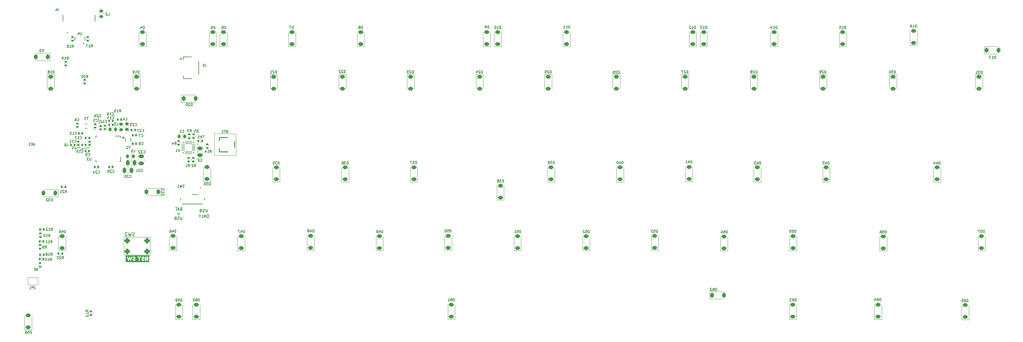
<source format=gbo>
G04 #@! TF.GenerationSoftware,KiCad,Pcbnew,7.0.1-0*
G04 #@! TF.CreationDate,2023-08-08T22:45:16+05:30*
G04 #@! TF.ProjectId,Keyboard_60,4b657962-6f61-4726-945f-3630252e6b69,rev?*
G04 #@! TF.SameCoordinates,Original*
G04 #@! TF.FileFunction,Legend,Bot*
G04 #@! TF.FilePolarity,Positive*
%FSLAX46Y46*%
G04 Gerber Fmt 4.6, Leading zero omitted, Abs format (unit mm)*
G04 Created by KiCad (PCBNEW 7.0.1-0) date 2023-08-08 22:45:16*
%MOMM*%
%LPD*%
G01*
G04 APERTURE LIST*
G04 Aperture macros list*
%AMRoundRect*
0 Rectangle with rounded corners*
0 $1 Rounding radius*
0 $2 $3 $4 $5 $6 $7 $8 $9 X,Y pos of 4 corners*
0 Add a 4 corners polygon primitive as box body*
4,1,4,$2,$3,$4,$5,$6,$7,$8,$9,$2,$3,0*
0 Add four circle primitives for the rounded corners*
1,1,$1+$1,$2,$3*
1,1,$1+$1,$4,$5*
1,1,$1+$1,$6,$7*
1,1,$1+$1,$8,$9*
0 Add four rect primitives between the rounded corners*
20,1,$1+$1,$2,$3,$4,$5,0*
20,1,$1+$1,$4,$5,$6,$7,0*
20,1,$1+$1,$6,$7,$8,$9,0*
20,1,$1+$1,$8,$9,$2,$3,0*%
G04 Aperture macros list end*
%ADD10C,0.150000*%
%ADD11C,0.200000*%
%ADD12C,0.120000*%
%ADD13C,0.127000*%
%ADD14C,0.300000*%
%ADD15C,0.100000*%
%ADD16C,0.254000*%
%ADD17C,0.250000*%
%ADD18C,0.010000*%
%ADD19C,1.700000*%
%ADD20C,4.000000*%
%ADD21C,2.200000*%
%ADD22C,2.150000*%
%ADD23C,2.550000*%
%ADD24C,1.900000*%
%ADD25C,1.850000*%
%ADD26O,9.999980X5.001260*%
%ADD27C,3.050000*%
%ADD28O,6.000000X3.500000*%
%ADD29C,3.987800*%
%ADD30C,3.048000*%
%ADD31C,1.750000*%
%ADD32C,2.250000*%
%ADD33C,1.016000*%
%ADD34RoundRect,0.140000X-0.170000X0.140000X-0.170000X-0.140000X0.170000X-0.140000X0.170000X0.140000X0*%
%ADD35RoundRect,0.250000X0.400000X-0.250000X0.400000X0.250000X-0.400000X0.250000X-0.400000X-0.250000X0*%
%ADD36RoundRect,0.225000X0.225000X0.250000X-0.225000X0.250000X-0.225000X-0.250000X0.225000X-0.250000X0*%
%ADD37RoundRect,0.250000X-0.400000X0.250000X-0.400000X-0.250000X0.400000X-0.250000X0.400000X0.250000X0*%
%ADD38R,4.850000X4.850000*%
%ADD39C,0.600000*%
%ADD40C,0.250000*%
%ADD41RoundRect,0.140000X0.140000X0.170000X-0.140000X0.170000X-0.140000X-0.170000X0.140000X-0.170000X0*%
%ADD42R,1.800000X1.200000*%
%ADD43R,1.550000X0.600000*%
%ADD44RoundRect,0.135000X0.185000X-0.135000X0.185000X0.135000X-0.185000X0.135000X-0.185000X-0.135000X0*%
%ADD45RoundRect,0.250000X-0.250000X-0.400000X0.250000X-0.400000X0.250000X0.400000X-0.250000X0.400000X0*%
%ADD46RoundRect,0.147500X0.147500X0.172500X-0.147500X0.172500X-0.147500X-0.172500X0.147500X-0.172500X0*%
%ADD47RoundRect,0.250000X0.250000X0.400000X-0.250000X0.400000X-0.250000X-0.400000X0.250000X-0.400000X0*%
%ADD48R,0.800000X0.950000*%
%ADD49C,0.900000*%
%ADD50R,0.900000X1.250000*%
%ADD51RoundRect,0.140000X-0.140000X-0.170000X0.140000X-0.170000X0.140000X0.170000X-0.140000X0.170000X0*%
%ADD52RoundRect,0.135000X-0.135000X-0.185000X0.135000X-0.185000X0.135000X0.185000X-0.135000X0.185000X0*%
%ADD53RoundRect,0.250000X-0.250000X-0.475000X0.250000X-0.475000X0.250000X0.475000X-0.250000X0.475000X0*%
%ADD54RoundRect,0.135000X-0.185000X0.135000X-0.185000X-0.135000X0.185000X-0.135000X0.185000X0.135000X0*%
%ADD55RoundRect,0.140000X0.170000X-0.140000X0.170000X0.140000X-0.170000X0.140000X-0.170000X-0.140000X0*%
%ADD56RoundRect,0.250000X-0.475000X0.250000X-0.475000X-0.250000X0.475000X-0.250000X0.475000X0.250000X0*%
%ADD57RoundRect,0.218750X-0.256250X0.218750X-0.256250X-0.218750X0.256250X-0.218750X0.256250X0.218750X0*%
%ADD58RoundRect,0.218750X0.256250X-0.218750X0.256250X0.218750X-0.256250X0.218750X-0.256250X-0.218750X0*%
%ADD59RoundRect,0.135000X0.135000X0.185000X-0.135000X0.185000X-0.135000X-0.185000X0.135000X-0.185000X0*%
%ADD60RoundRect,0.375000X0.375000X0.375000X-0.375000X0.375000X-0.375000X-0.375000X0.375000X-0.375000X0*%
%ADD61R,1.350000X0.650000*%
%ADD62R,1.000000X1.500000*%
%ADD63R,1.400000X1.200000*%
%ADD64O,0.900000X1.700000*%
%ADD65O,0.900000X2.000000*%
%ADD66RoundRect,0.225000X-0.250000X0.225000X-0.250000X-0.225000X0.250000X-0.225000X0.250000X0.225000X0*%
%ADD67RoundRect,0.218750X0.218750X0.256250X-0.218750X0.256250X-0.218750X-0.256250X0.218750X-0.256250X0*%
%ADD68RoundRect,0.007800X0.422200X0.122200X-0.422200X0.122200X-0.422200X-0.122200X0.422200X-0.122200X0*%
%ADD69RoundRect,0.007800X0.122200X-0.422200X0.122200X0.422200X-0.122200X0.422200X-0.122200X-0.422200X0*%
%ADD70R,1.680000X1.680000*%
%ADD71R,0.500000X0.500000*%
%ADD72RoundRect,0.147500X-0.147500X-0.172500X0.147500X-0.172500X0.147500X0.172500X-0.147500X0.172500X0*%
G04 APERTURE END LIST*
D10*
X23850000Y-31300000D02*
X23930000Y-32930000D01*
X23930000Y-32930000D02*
X24110000Y-33120000D01*
X18870000Y-40080000D02*
X21220000Y-39520000D01*
X17570000Y-39850000D02*
X18750000Y-39560000D01*
D11*
X53944523Y-56702095D02*
X53944523Y-57349714D01*
X53944523Y-57349714D02*
X53906428Y-57425904D01*
X53906428Y-57425904D02*
X53868333Y-57464000D01*
X53868333Y-57464000D02*
X53792142Y-57502095D01*
X53792142Y-57502095D02*
X53639761Y-57502095D01*
X53639761Y-57502095D02*
X53563571Y-57464000D01*
X53563571Y-57464000D02*
X53525476Y-57425904D01*
X53525476Y-57425904D02*
X53487380Y-57349714D01*
X53487380Y-57349714D02*
X53487380Y-56702095D01*
X53144524Y-57464000D02*
X53030238Y-57502095D01*
X53030238Y-57502095D02*
X52839762Y-57502095D01*
X52839762Y-57502095D02*
X52763571Y-57464000D01*
X52763571Y-57464000D02*
X52725476Y-57425904D01*
X52725476Y-57425904D02*
X52687381Y-57349714D01*
X52687381Y-57349714D02*
X52687381Y-57273523D01*
X52687381Y-57273523D02*
X52725476Y-57197333D01*
X52725476Y-57197333D02*
X52763571Y-57159238D01*
X52763571Y-57159238D02*
X52839762Y-57121142D01*
X52839762Y-57121142D02*
X52992143Y-57083047D01*
X52992143Y-57083047D02*
X53068333Y-57044952D01*
X53068333Y-57044952D02*
X53106428Y-57006857D01*
X53106428Y-57006857D02*
X53144524Y-56930666D01*
X53144524Y-56930666D02*
X53144524Y-56854476D01*
X53144524Y-56854476D02*
X53106428Y-56778285D01*
X53106428Y-56778285D02*
X53068333Y-56740190D01*
X53068333Y-56740190D02*
X52992143Y-56702095D01*
X52992143Y-56702095D02*
X52801666Y-56702095D01*
X52801666Y-56702095D02*
X52687381Y-56740190D01*
X52077857Y-57083047D02*
X51963571Y-57121142D01*
X51963571Y-57121142D02*
X51925476Y-57159238D01*
X51925476Y-57159238D02*
X51887380Y-57235428D01*
X51887380Y-57235428D02*
X51887380Y-57349714D01*
X51887380Y-57349714D02*
X51925476Y-57425904D01*
X51925476Y-57425904D02*
X51963571Y-57464000D01*
X51963571Y-57464000D02*
X52039761Y-57502095D01*
X52039761Y-57502095D02*
X52344523Y-57502095D01*
X52344523Y-57502095D02*
X52344523Y-56702095D01*
X52344523Y-56702095D02*
X52077857Y-56702095D01*
X52077857Y-56702095D02*
X52001666Y-56740190D01*
X52001666Y-56740190D02*
X51963571Y-56778285D01*
X51963571Y-56778285D02*
X51925476Y-56854476D01*
X51925476Y-56854476D02*
X51925476Y-56930666D01*
X51925476Y-56930666D02*
X51963571Y-57006857D01*
X51963571Y-57006857D02*
X52001666Y-57044952D01*
X52001666Y-57044952D02*
X52077857Y-57083047D01*
X52077857Y-57083047D02*
X52344523Y-57083047D01*
X54192142Y-58202095D02*
X54039761Y-58202095D01*
X54039761Y-58202095D02*
X53963571Y-58240190D01*
X53963571Y-58240190D02*
X53887380Y-58316380D01*
X53887380Y-58316380D02*
X53849285Y-58468761D01*
X53849285Y-58468761D02*
X53849285Y-58735428D01*
X53849285Y-58735428D02*
X53887380Y-58887809D01*
X53887380Y-58887809D02*
X53963571Y-58964000D01*
X53963571Y-58964000D02*
X54039761Y-59002095D01*
X54039761Y-59002095D02*
X54192142Y-59002095D01*
X54192142Y-59002095D02*
X54268333Y-58964000D01*
X54268333Y-58964000D02*
X54344523Y-58887809D01*
X54344523Y-58887809D02*
X54382619Y-58735428D01*
X54382619Y-58735428D02*
X54382619Y-58468761D01*
X54382619Y-58468761D02*
X54344523Y-58316380D01*
X54344523Y-58316380D02*
X54268333Y-58240190D01*
X54268333Y-58240190D02*
X54192142Y-58202095D01*
X53506428Y-59002095D02*
X53506428Y-58202095D01*
X53506428Y-58202095D02*
X53049285Y-59002095D01*
X53049285Y-59002095D02*
X53049285Y-58202095D01*
X52287381Y-59002095D02*
X52668333Y-59002095D01*
X52668333Y-59002095D02*
X52668333Y-58202095D01*
X51868333Y-58621142D02*
X51868333Y-59002095D01*
X52135000Y-58202095D02*
X51868333Y-58621142D01*
X51868333Y-58621142D02*
X51601667Y-58202095D01*
X46677857Y-56591047D02*
X46563571Y-56629142D01*
X46563571Y-56629142D02*
X46525476Y-56667238D01*
X46525476Y-56667238D02*
X46487380Y-56743428D01*
X46487380Y-56743428D02*
X46487380Y-56857714D01*
X46487380Y-56857714D02*
X46525476Y-56933904D01*
X46525476Y-56933904D02*
X46563571Y-56972000D01*
X46563571Y-56972000D02*
X46639761Y-57010095D01*
X46639761Y-57010095D02*
X46944523Y-57010095D01*
X46944523Y-57010095D02*
X46944523Y-56210095D01*
X46944523Y-56210095D02*
X46677857Y-56210095D01*
X46677857Y-56210095D02*
X46601666Y-56248190D01*
X46601666Y-56248190D02*
X46563571Y-56286285D01*
X46563571Y-56286285D02*
X46525476Y-56362476D01*
X46525476Y-56362476D02*
X46525476Y-56438666D01*
X46525476Y-56438666D02*
X46563571Y-56514857D01*
X46563571Y-56514857D02*
X46601666Y-56552952D01*
X46601666Y-56552952D02*
X46677857Y-56591047D01*
X46677857Y-56591047D02*
X46944523Y-56591047D01*
X46182619Y-56781523D02*
X45801666Y-56781523D01*
X46258809Y-57010095D02*
X45992142Y-56210095D01*
X45992142Y-56210095D02*
X45725476Y-57010095D01*
X45573095Y-56210095D02*
X45115952Y-56210095D01*
X45344524Y-57010095D02*
X45344524Y-56210095D01*
X46334999Y-58001333D02*
X45725476Y-58001333D01*
X46030237Y-58306095D02*
X46030237Y-57696571D01*
X46944523Y-58802095D02*
X46944523Y-59449714D01*
X46944523Y-59449714D02*
X46906428Y-59525904D01*
X46906428Y-59525904D02*
X46868333Y-59564000D01*
X46868333Y-59564000D02*
X46792142Y-59602095D01*
X46792142Y-59602095D02*
X46639761Y-59602095D01*
X46639761Y-59602095D02*
X46563571Y-59564000D01*
X46563571Y-59564000D02*
X46525476Y-59525904D01*
X46525476Y-59525904D02*
X46487380Y-59449714D01*
X46487380Y-59449714D02*
X46487380Y-58802095D01*
X46144524Y-59564000D02*
X46030238Y-59602095D01*
X46030238Y-59602095D02*
X45839762Y-59602095D01*
X45839762Y-59602095D02*
X45763571Y-59564000D01*
X45763571Y-59564000D02*
X45725476Y-59525904D01*
X45725476Y-59525904D02*
X45687381Y-59449714D01*
X45687381Y-59449714D02*
X45687381Y-59373523D01*
X45687381Y-59373523D02*
X45725476Y-59297333D01*
X45725476Y-59297333D02*
X45763571Y-59259238D01*
X45763571Y-59259238D02*
X45839762Y-59221142D01*
X45839762Y-59221142D02*
X45992143Y-59183047D01*
X45992143Y-59183047D02*
X46068333Y-59144952D01*
X46068333Y-59144952D02*
X46106428Y-59106857D01*
X46106428Y-59106857D02*
X46144524Y-59030666D01*
X46144524Y-59030666D02*
X46144524Y-58954476D01*
X46144524Y-58954476D02*
X46106428Y-58878285D01*
X46106428Y-58878285D02*
X46068333Y-58840190D01*
X46068333Y-58840190D02*
X45992143Y-58802095D01*
X45992143Y-58802095D02*
X45801666Y-58802095D01*
X45801666Y-58802095D02*
X45687381Y-58840190D01*
X45077857Y-59183047D02*
X44963571Y-59221142D01*
X44963571Y-59221142D02*
X44925476Y-59259238D01*
X44925476Y-59259238D02*
X44887380Y-59335428D01*
X44887380Y-59335428D02*
X44887380Y-59449714D01*
X44887380Y-59449714D02*
X44925476Y-59525904D01*
X44925476Y-59525904D02*
X44963571Y-59564000D01*
X44963571Y-59564000D02*
X45039761Y-59602095D01*
X45039761Y-59602095D02*
X45344523Y-59602095D01*
X45344523Y-59602095D02*
X45344523Y-58802095D01*
X45344523Y-58802095D02*
X45077857Y-58802095D01*
X45077857Y-58802095D02*
X45001666Y-58840190D01*
X45001666Y-58840190D02*
X44963571Y-58878285D01*
X44963571Y-58878285D02*
X44925476Y-58954476D01*
X44925476Y-58954476D02*
X44925476Y-59030666D01*
X44925476Y-59030666D02*
X44963571Y-59106857D01*
X44963571Y-59106857D02*
X45001666Y-59144952D01*
X45001666Y-59144952D02*
X45077857Y-59183047D01*
X45077857Y-59183047D02*
X45344523Y-59183047D01*
D10*
X23071666Y-32397166D02*
X23104999Y-32430500D01*
X23104999Y-32430500D02*
X23204999Y-32463833D01*
X23204999Y-32463833D02*
X23271666Y-32463833D01*
X23271666Y-32463833D02*
X23371666Y-32430500D01*
X23371666Y-32430500D02*
X23438333Y-32363833D01*
X23438333Y-32363833D02*
X23471666Y-32297166D01*
X23471666Y-32297166D02*
X23504999Y-32163833D01*
X23504999Y-32163833D02*
X23504999Y-32063833D01*
X23504999Y-32063833D02*
X23471666Y-31930500D01*
X23471666Y-31930500D02*
X23438333Y-31863833D01*
X23438333Y-31863833D02*
X23371666Y-31797166D01*
X23371666Y-31797166D02*
X23271666Y-31763833D01*
X23271666Y-31763833D02*
X23204999Y-31763833D01*
X23204999Y-31763833D02*
X23104999Y-31797166D01*
X23104999Y-31797166D02*
X23071666Y-31830500D01*
X22438333Y-31763833D02*
X22771666Y-31763833D01*
X22771666Y-31763833D02*
X22804999Y-32097166D01*
X22804999Y-32097166D02*
X22771666Y-32063833D01*
X22771666Y-32063833D02*
X22704999Y-32030500D01*
X22704999Y-32030500D02*
X22538333Y-32030500D01*
X22538333Y-32030500D02*
X22471666Y-32063833D01*
X22471666Y-32063833D02*
X22438333Y-32097166D01*
X22438333Y-32097166D02*
X22404999Y-32163833D01*
X22404999Y-32163833D02*
X22404999Y-32330500D01*
X22404999Y-32330500D02*
X22438333Y-32397166D01*
X22438333Y-32397166D02*
X22471666Y-32430500D01*
X22471666Y-32430500D02*
X22538333Y-32463833D01*
X22538333Y-32463833D02*
X22704999Y-32463833D01*
X22704999Y-32463833D02*
X22771666Y-32430500D01*
X22771666Y-32430500D02*
X22804999Y-32397166D01*
X64250000Y-63223833D02*
X64250000Y-62523833D01*
X64250000Y-62523833D02*
X64083333Y-62523833D01*
X64083333Y-62523833D02*
X63983333Y-62557166D01*
X63983333Y-62557166D02*
X63916667Y-62623833D01*
X63916667Y-62623833D02*
X63883333Y-62690500D01*
X63883333Y-62690500D02*
X63850000Y-62823833D01*
X63850000Y-62823833D02*
X63850000Y-62923833D01*
X63850000Y-62923833D02*
X63883333Y-63057166D01*
X63883333Y-63057166D02*
X63916667Y-63123833D01*
X63916667Y-63123833D02*
X63983333Y-63190500D01*
X63983333Y-63190500D02*
X64083333Y-63223833D01*
X64083333Y-63223833D02*
X64250000Y-63223833D01*
X63250000Y-62757166D02*
X63250000Y-63223833D01*
X63416667Y-62490500D02*
X63583333Y-62990500D01*
X63583333Y-62990500D02*
X63150000Y-62990500D01*
X62950000Y-62523833D02*
X62483333Y-62523833D01*
X62483333Y-62523833D02*
X62783333Y-63223833D01*
X36481666Y-6723833D02*
X36481666Y-6023833D01*
X36481666Y-6023833D02*
X36314999Y-6023833D01*
X36314999Y-6023833D02*
X36214999Y-6057166D01*
X36214999Y-6057166D02*
X36148333Y-6123833D01*
X36148333Y-6123833D02*
X36114999Y-6190500D01*
X36114999Y-6190500D02*
X36081666Y-6323833D01*
X36081666Y-6323833D02*
X36081666Y-6423833D01*
X36081666Y-6423833D02*
X36114999Y-6557166D01*
X36114999Y-6557166D02*
X36148333Y-6623833D01*
X36148333Y-6623833D02*
X36214999Y-6690500D01*
X36214999Y-6690500D02*
X36314999Y-6723833D01*
X36314999Y-6723833D02*
X36481666Y-6723833D01*
X35481666Y-6257166D02*
X35481666Y-6723833D01*
X35648333Y-5990500D02*
X35814999Y-6490500D01*
X35814999Y-6490500D02*
X35381666Y-6490500D01*
X27620000Y-31587166D02*
X27653333Y-31620500D01*
X27653333Y-31620500D02*
X27753333Y-31653833D01*
X27753333Y-31653833D02*
X27820000Y-31653833D01*
X27820000Y-31653833D02*
X27920000Y-31620500D01*
X27920000Y-31620500D02*
X27986667Y-31553833D01*
X27986667Y-31553833D02*
X28020000Y-31487166D01*
X28020000Y-31487166D02*
X28053333Y-31353833D01*
X28053333Y-31353833D02*
X28053333Y-31253833D01*
X28053333Y-31253833D02*
X28020000Y-31120500D01*
X28020000Y-31120500D02*
X27986667Y-31053833D01*
X27986667Y-31053833D02*
X27920000Y-30987166D01*
X27920000Y-30987166D02*
X27820000Y-30953833D01*
X27820000Y-30953833D02*
X27753333Y-30953833D01*
X27753333Y-30953833D02*
X27653333Y-30987166D01*
X27653333Y-30987166D02*
X27620000Y-31020500D01*
X26953333Y-31653833D02*
X27353333Y-31653833D01*
X27153333Y-31653833D02*
X27153333Y-30953833D01*
X27153333Y-30953833D02*
X27220000Y-31053833D01*
X27220000Y-31053833D02*
X27286667Y-31120500D01*
X27286667Y-31120500D02*
X27353333Y-31153833D01*
X26353333Y-31187166D02*
X26353333Y-31653833D01*
X26520000Y-30920500D02*
X26686666Y-31420500D01*
X26686666Y-31420500D02*
X26253333Y-31420500D01*
X268550000Y-19123833D02*
X268550000Y-18423833D01*
X268550000Y-18423833D02*
X268383333Y-18423833D01*
X268383333Y-18423833D02*
X268283333Y-18457166D01*
X268283333Y-18457166D02*
X268216667Y-18523833D01*
X268216667Y-18523833D02*
X268183333Y-18590500D01*
X268183333Y-18590500D02*
X268150000Y-18723833D01*
X268150000Y-18723833D02*
X268150000Y-18823833D01*
X268150000Y-18823833D02*
X268183333Y-18957166D01*
X268183333Y-18957166D02*
X268216667Y-19023833D01*
X268216667Y-19023833D02*
X268283333Y-19090500D01*
X268283333Y-19090500D02*
X268383333Y-19123833D01*
X268383333Y-19123833D02*
X268550000Y-19123833D01*
X267916667Y-18423833D02*
X267483333Y-18423833D01*
X267483333Y-18423833D02*
X267716667Y-18690500D01*
X267716667Y-18690500D02*
X267616667Y-18690500D01*
X267616667Y-18690500D02*
X267550000Y-18723833D01*
X267550000Y-18723833D02*
X267516667Y-18757166D01*
X267516667Y-18757166D02*
X267483333Y-18823833D01*
X267483333Y-18823833D02*
X267483333Y-18990500D01*
X267483333Y-18990500D02*
X267516667Y-19057166D01*
X267516667Y-19057166D02*
X267550000Y-19090500D01*
X267550000Y-19090500D02*
X267616667Y-19123833D01*
X267616667Y-19123833D02*
X267816667Y-19123833D01*
X267816667Y-19123833D02*
X267883333Y-19090500D01*
X267883333Y-19090500D02*
X267916667Y-19057166D01*
X266816666Y-19123833D02*
X267216666Y-19123833D01*
X267016666Y-19123833D02*
X267016666Y-18423833D01*
X267016666Y-18423833D02*
X267083333Y-18523833D01*
X267083333Y-18523833D02*
X267150000Y-18590500D01*
X267150000Y-18590500D02*
X267216666Y-18623833D01*
X21748333Y-42473833D02*
X21748333Y-43040500D01*
X21748333Y-43040500D02*
X21715000Y-43107166D01*
X21715000Y-43107166D02*
X21681666Y-43140500D01*
X21681666Y-43140500D02*
X21615000Y-43173833D01*
X21615000Y-43173833D02*
X21481666Y-43173833D01*
X21481666Y-43173833D02*
X21415000Y-43140500D01*
X21415000Y-43140500D02*
X21381666Y-43107166D01*
X21381666Y-43107166D02*
X21348333Y-43040500D01*
X21348333Y-43040500D02*
X21348333Y-42473833D01*
X21081667Y-42473833D02*
X20648333Y-42473833D01*
X20648333Y-42473833D02*
X20881667Y-42740500D01*
X20881667Y-42740500D02*
X20781667Y-42740500D01*
X20781667Y-42740500D02*
X20715000Y-42773833D01*
X20715000Y-42773833D02*
X20681667Y-42807166D01*
X20681667Y-42807166D02*
X20648333Y-42873833D01*
X20648333Y-42873833D02*
X20648333Y-43040500D01*
X20648333Y-43040500D02*
X20681667Y-43107166D01*
X20681667Y-43107166D02*
X20715000Y-43140500D01*
X20715000Y-43140500D02*
X20781667Y-43173833D01*
X20781667Y-43173833D02*
X20981667Y-43173833D01*
X20981667Y-43173833D02*
X21048333Y-43140500D01*
X21048333Y-43140500D02*
X21081667Y-43107166D01*
X35900000Y-35207166D02*
X35933333Y-35240500D01*
X35933333Y-35240500D02*
X36033333Y-35273833D01*
X36033333Y-35273833D02*
X36100000Y-35273833D01*
X36100000Y-35273833D02*
X36200000Y-35240500D01*
X36200000Y-35240500D02*
X36266667Y-35173833D01*
X36266667Y-35173833D02*
X36300000Y-35107166D01*
X36300000Y-35107166D02*
X36333333Y-34973833D01*
X36333333Y-34973833D02*
X36333333Y-34873833D01*
X36333333Y-34873833D02*
X36300000Y-34740500D01*
X36300000Y-34740500D02*
X36266667Y-34673833D01*
X36266667Y-34673833D02*
X36200000Y-34607166D01*
X36200000Y-34607166D02*
X36100000Y-34573833D01*
X36100000Y-34573833D02*
X36033333Y-34573833D01*
X36033333Y-34573833D02*
X35933333Y-34607166D01*
X35933333Y-34607166D02*
X35900000Y-34640500D01*
X35633333Y-34640500D02*
X35600000Y-34607166D01*
X35600000Y-34607166D02*
X35533333Y-34573833D01*
X35533333Y-34573833D02*
X35366667Y-34573833D01*
X35366667Y-34573833D02*
X35300000Y-34607166D01*
X35300000Y-34607166D02*
X35266667Y-34640500D01*
X35266667Y-34640500D02*
X35233333Y-34707166D01*
X35233333Y-34707166D02*
X35233333Y-34773833D01*
X35233333Y-34773833D02*
X35266667Y-34873833D01*
X35266667Y-34873833D02*
X35666667Y-35273833D01*
X35666667Y-35273833D02*
X35233333Y-35273833D01*
X35000000Y-34573833D02*
X34533333Y-34573833D01*
X34533333Y-34573833D02*
X34833333Y-35273833D01*
X53433333Y-16463833D02*
X53433333Y-16963833D01*
X53433333Y-16963833D02*
X53466666Y-17063833D01*
X53466666Y-17063833D02*
X53533333Y-17130500D01*
X53533333Y-17130500D02*
X53633333Y-17163833D01*
X53633333Y-17163833D02*
X53700000Y-17163833D01*
X52733333Y-17163833D02*
X53133333Y-17163833D01*
X52933333Y-17163833D02*
X52933333Y-16463833D01*
X52933333Y-16463833D02*
X53000000Y-16563833D01*
X53000000Y-16563833D02*
X53066667Y-16630500D01*
X53066667Y-16630500D02*
X53133333Y-16663833D01*
X14650000Y-63223833D02*
X14650000Y-62523833D01*
X14650000Y-62523833D02*
X14483333Y-62523833D01*
X14483333Y-62523833D02*
X14383333Y-62557166D01*
X14383333Y-62557166D02*
X14316667Y-62623833D01*
X14316667Y-62623833D02*
X14283333Y-62690500D01*
X14283333Y-62690500D02*
X14250000Y-62823833D01*
X14250000Y-62823833D02*
X14250000Y-62923833D01*
X14250000Y-62923833D02*
X14283333Y-63057166D01*
X14283333Y-63057166D02*
X14316667Y-63123833D01*
X14316667Y-63123833D02*
X14383333Y-63190500D01*
X14383333Y-63190500D02*
X14483333Y-63223833D01*
X14483333Y-63223833D02*
X14650000Y-63223833D01*
X13650000Y-62757166D02*
X13650000Y-63223833D01*
X13816667Y-62490500D02*
X13983333Y-62990500D01*
X13983333Y-62990500D02*
X13550000Y-62990500D01*
X12950000Y-62523833D02*
X13283333Y-62523833D01*
X13283333Y-62523833D02*
X13316666Y-62857166D01*
X13316666Y-62857166D02*
X13283333Y-62823833D01*
X13283333Y-62823833D02*
X13216666Y-62790500D01*
X13216666Y-62790500D02*
X13050000Y-62790500D01*
X13050000Y-62790500D02*
X12983333Y-62823833D01*
X12983333Y-62823833D02*
X12950000Y-62857166D01*
X12950000Y-62857166D02*
X12916666Y-62923833D01*
X12916666Y-62923833D02*
X12916666Y-63090500D01*
X12916666Y-63090500D02*
X12950000Y-63157166D01*
X12950000Y-63157166D02*
X12983333Y-63190500D01*
X12983333Y-63190500D02*
X13050000Y-63223833D01*
X13050000Y-63223833D02*
X13216666Y-63223833D01*
X13216666Y-63223833D02*
X13283333Y-63190500D01*
X13283333Y-63190500D02*
X13316666Y-63157166D01*
X20973833Y-85039999D02*
X20640500Y-84806666D01*
X20973833Y-84639999D02*
X20273833Y-84639999D01*
X20273833Y-84639999D02*
X20273833Y-84906666D01*
X20273833Y-84906666D02*
X20307166Y-84973333D01*
X20307166Y-84973333D02*
X20340500Y-85006666D01*
X20340500Y-85006666D02*
X20407166Y-85039999D01*
X20407166Y-85039999D02*
X20507166Y-85039999D01*
X20507166Y-85039999D02*
X20573833Y-85006666D01*
X20573833Y-85006666D02*
X20607166Y-84973333D01*
X20607166Y-84973333D02*
X20640500Y-84906666D01*
X20640500Y-84906666D02*
X20640500Y-84639999D01*
X20340500Y-85306666D02*
X20307166Y-85339999D01*
X20307166Y-85339999D02*
X20273833Y-85406666D01*
X20273833Y-85406666D02*
X20273833Y-85573333D01*
X20273833Y-85573333D02*
X20307166Y-85639999D01*
X20307166Y-85639999D02*
X20340500Y-85673333D01*
X20340500Y-85673333D02*
X20407166Y-85706666D01*
X20407166Y-85706666D02*
X20473833Y-85706666D01*
X20473833Y-85706666D02*
X20573833Y-85673333D01*
X20573833Y-85673333D02*
X20973833Y-85273333D01*
X20973833Y-85273333D02*
X20973833Y-85706666D01*
X20273833Y-85940000D02*
X20273833Y-86373333D01*
X20273833Y-86373333D02*
X20540500Y-86140000D01*
X20540500Y-86140000D02*
X20540500Y-86240000D01*
X20540500Y-86240000D02*
X20573833Y-86306666D01*
X20573833Y-86306666D02*
X20607166Y-86340000D01*
X20607166Y-86340000D02*
X20673833Y-86373333D01*
X20673833Y-86373333D02*
X20840500Y-86373333D01*
X20840500Y-86373333D02*
X20907166Y-86340000D01*
X20907166Y-86340000D02*
X20940500Y-86306666D01*
X20940500Y-86306666D02*
X20973833Y-86240000D01*
X20973833Y-86240000D02*
X20973833Y-86040000D01*
X20973833Y-86040000D02*
X20940500Y-85973333D01*
X20940500Y-85973333D02*
X20907166Y-85940000D01*
X131916666Y-6623833D02*
X131916666Y-5923833D01*
X131916666Y-5923833D02*
X131749999Y-5923833D01*
X131749999Y-5923833D02*
X131649999Y-5957166D01*
X131649999Y-5957166D02*
X131583333Y-6023833D01*
X131583333Y-6023833D02*
X131549999Y-6090500D01*
X131549999Y-6090500D02*
X131516666Y-6223833D01*
X131516666Y-6223833D02*
X131516666Y-6323833D01*
X131516666Y-6323833D02*
X131549999Y-6457166D01*
X131549999Y-6457166D02*
X131583333Y-6523833D01*
X131583333Y-6523833D02*
X131649999Y-6590500D01*
X131649999Y-6590500D02*
X131749999Y-6623833D01*
X131749999Y-6623833D02*
X131916666Y-6623833D01*
X131183333Y-6623833D02*
X131049999Y-6623833D01*
X131049999Y-6623833D02*
X130983333Y-6590500D01*
X130983333Y-6590500D02*
X130949999Y-6557166D01*
X130949999Y-6557166D02*
X130883333Y-6457166D01*
X130883333Y-6457166D02*
X130849999Y-6323833D01*
X130849999Y-6323833D02*
X130849999Y-6057166D01*
X130849999Y-6057166D02*
X130883333Y-5990500D01*
X130883333Y-5990500D02*
X130916666Y-5957166D01*
X130916666Y-5957166D02*
X130983333Y-5923833D01*
X130983333Y-5923833D02*
X131116666Y-5923833D01*
X131116666Y-5923833D02*
X131183333Y-5957166D01*
X131183333Y-5957166D02*
X131216666Y-5990500D01*
X131216666Y-5990500D02*
X131249999Y-6057166D01*
X131249999Y-6057166D02*
X131249999Y-6223833D01*
X131249999Y-6223833D02*
X131216666Y-6290500D01*
X131216666Y-6290500D02*
X131183333Y-6323833D01*
X131183333Y-6323833D02*
X131116666Y-6357166D01*
X131116666Y-6357166D02*
X130983333Y-6357166D01*
X130983333Y-6357166D02*
X130916666Y-6323833D01*
X130916666Y-6323833D02*
X130883333Y-6290500D01*
X130883333Y-6290500D02*
X130849999Y-6223833D01*
X56051666Y-6743833D02*
X56051666Y-6043833D01*
X56051666Y-6043833D02*
X55884999Y-6043833D01*
X55884999Y-6043833D02*
X55784999Y-6077166D01*
X55784999Y-6077166D02*
X55718333Y-6143833D01*
X55718333Y-6143833D02*
X55684999Y-6210500D01*
X55684999Y-6210500D02*
X55651666Y-6343833D01*
X55651666Y-6343833D02*
X55651666Y-6443833D01*
X55651666Y-6443833D02*
X55684999Y-6577166D01*
X55684999Y-6577166D02*
X55718333Y-6643833D01*
X55718333Y-6643833D02*
X55784999Y-6710500D01*
X55784999Y-6710500D02*
X55884999Y-6743833D01*
X55884999Y-6743833D02*
X56051666Y-6743833D01*
X55018333Y-6043833D02*
X55351666Y-6043833D01*
X55351666Y-6043833D02*
X55384999Y-6377166D01*
X55384999Y-6377166D02*
X55351666Y-6343833D01*
X55351666Y-6343833D02*
X55284999Y-6310500D01*
X55284999Y-6310500D02*
X55118333Y-6310500D01*
X55118333Y-6310500D02*
X55051666Y-6343833D01*
X55051666Y-6343833D02*
X55018333Y-6377166D01*
X55018333Y-6377166D02*
X54984999Y-6443833D01*
X54984999Y-6443833D02*
X54984999Y-6610500D01*
X54984999Y-6610500D02*
X55018333Y-6677166D01*
X55018333Y-6677166D02*
X55051666Y-6710500D01*
X55051666Y-6710500D02*
X55118333Y-6743833D01*
X55118333Y-6743833D02*
X55284999Y-6743833D01*
X55284999Y-6743833D02*
X55351666Y-6710500D01*
X55351666Y-6710500D02*
X55384999Y-6677166D01*
X194950000Y-79223833D02*
X194950000Y-78523833D01*
X194950000Y-78523833D02*
X194783333Y-78523833D01*
X194783333Y-78523833D02*
X194683333Y-78557166D01*
X194683333Y-78557166D02*
X194616667Y-78623833D01*
X194616667Y-78623833D02*
X194583333Y-78690500D01*
X194583333Y-78690500D02*
X194550000Y-78823833D01*
X194550000Y-78823833D02*
X194550000Y-78923833D01*
X194550000Y-78923833D02*
X194583333Y-79057166D01*
X194583333Y-79057166D02*
X194616667Y-79123833D01*
X194616667Y-79123833D02*
X194683333Y-79190500D01*
X194683333Y-79190500D02*
X194783333Y-79223833D01*
X194783333Y-79223833D02*
X194950000Y-79223833D01*
X193950000Y-78523833D02*
X194083333Y-78523833D01*
X194083333Y-78523833D02*
X194150000Y-78557166D01*
X194150000Y-78557166D02*
X194183333Y-78590500D01*
X194183333Y-78590500D02*
X194250000Y-78690500D01*
X194250000Y-78690500D02*
X194283333Y-78823833D01*
X194283333Y-78823833D02*
X194283333Y-79090500D01*
X194283333Y-79090500D02*
X194250000Y-79157166D01*
X194250000Y-79157166D02*
X194216667Y-79190500D01*
X194216667Y-79190500D02*
X194150000Y-79223833D01*
X194150000Y-79223833D02*
X194016667Y-79223833D01*
X194016667Y-79223833D02*
X193950000Y-79190500D01*
X193950000Y-79190500D02*
X193916667Y-79157166D01*
X193916667Y-79157166D02*
X193883333Y-79090500D01*
X193883333Y-79090500D02*
X193883333Y-78923833D01*
X193883333Y-78923833D02*
X193916667Y-78857166D01*
X193916667Y-78857166D02*
X193950000Y-78823833D01*
X193950000Y-78823833D02*
X194016667Y-78790500D01*
X194016667Y-78790500D02*
X194150000Y-78790500D01*
X194150000Y-78790500D02*
X194216667Y-78823833D01*
X194216667Y-78823833D02*
X194250000Y-78857166D01*
X194250000Y-78857166D02*
X194283333Y-78923833D01*
X193616666Y-78590500D02*
X193583333Y-78557166D01*
X193583333Y-78557166D02*
X193516666Y-78523833D01*
X193516666Y-78523833D02*
X193350000Y-78523833D01*
X193350000Y-78523833D02*
X193283333Y-78557166D01*
X193283333Y-78557166D02*
X193250000Y-78590500D01*
X193250000Y-78590500D02*
X193216666Y-78657166D01*
X193216666Y-78657166D02*
X193216666Y-78723833D01*
X193216666Y-78723833D02*
X193250000Y-78823833D01*
X193250000Y-78823833D02*
X193650000Y-79223833D01*
X193650000Y-79223833D02*
X193216666Y-79223833D01*
X168050000Y-19123833D02*
X168050000Y-18423833D01*
X168050000Y-18423833D02*
X167883333Y-18423833D01*
X167883333Y-18423833D02*
X167783333Y-18457166D01*
X167783333Y-18457166D02*
X167716667Y-18523833D01*
X167716667Y-18523833D02*
X167683333Y-18590500D01*
X167683333Y-18590500D02*
X167650000Y-18723833D01*
X167650000Y-18723833D02*
X167650000Y-18823833D01*
X167650000Y-18823833D02*
X167683333Y-18957166D01*
X167683333Y-18957166D02*
X167716667Y-19023833D01*
X167716667Y-19023833D02*
X167783333Y-19090500D01*
X167783333Y-19090500D02*
X167883333Y-19123833D01*
X167883333Y-19123833D02*
X168050000Y-19123833D01*
X167383333Y-18490500D02*
X167350000Y-18457166D01*
X167350000Y-18457166D02*
X167283333Y-18423833D01*
X167283333Y-18423833D02*
X167116667Y-18423833D01*
X167116667Y-18423833D02*
X167050000Y-18457166D01*
X167050000Y-18457166D02*
X167016667Y-18490500D01*
X167016667Y-18490500D02*
X166983333Y-18557166D01*
X166983333Y-18557166D02*
X166983333Y-18623833D01*
X166983333Y-18623833D02*
X167016667Y-18723833D01*
X167016667Y-18723833D02*
X167416667Y-19123833D01*
X167416667Y-19123833D02*
X166983333Y-19123833D01*
X166383333Y-18423833D02*
X166516666Y-18423833D01*
X166516666Y-18423833D02*
X166583333Y-18457166D01*
X166583333Y-18457166D02*
X166616666Y-18490500D01*
X166616666Y-18490500D02*
X166683333Y-18590500D01*
X166683333Y-18590500D02*
X166716666Y-18723833D01*
X166716666Y-18723833D02*
X166716666Y-18990500D01*
X166716666Y-18990500D02*
X166683333Y-19057166D01*
X166683333Y-19057166D02*
X166650000Y-19090500D01*
X166650000Y-19090500D02*
X166583333Y-19123833D01*
X166583333Y-19123833D02*
X166450000Y-19123833D01*
X166450000Y-19123833D02*
X166383333Y-19090500D01*
X166383333Y-19090500D02*
X166350000Y-19057166D01*
X166350000Y-19057166D02*
X166316666Y-18990500D01*
X166316666Y-18990500D02*
X166316666Y-18823833D01*
X166316666Y-18823833D02*
X166350000Y-18757166D01*
X166350000Y-18757166D02*
X166383333Y-18723833D01*
X166383333Y-18723833D02*
X166450000Y-18690500D01*
X166450000Y-18690500D02*
X166583333Y-18690500D01*
X166583333Y-18690500D02*
X166650000Y-18723833D01*
X166650000Y-18723833D02*
X166683333Y-18757166D01*
X166683333Y-18757166D02*
X166716666Y-18823833D01*
X15016667Y-39223833D02*
X15350000Y-39223833D01*
X15350000Y-39223833D02*
X15350000Y-38523833D01*
X14483333Y-38523833D02*
X14616666Y-38523833D01*
X14616666Y-38523833D02*
X14683333Y-38557166D01*
X14683333Y-38557166D02*
X14716666Y-38590500D01*
X14716666Y-38590500D02*
X14783333Y-38690500D01*
X14783333Y-38690500D02*
X14816666Y-38823833D01*
X14816666Y-38823833D02*
X14816666Y-39090500D01*
X14816666Y-39090500D02*
X14783333Y-39157166D01*
X14783333Y-39157166D02*
X14750000Y-39190500D01*
X14750000Y-39190500D02*
X14683333Y-39223833D01*
X14683333Y-39223833D02*
X14550000Y-39223833D01*
X14550000Y-39223833D02*
X14483333Y-39190500D01*
X14483333Y-39190500D02*
X14450000Y-39157166D01*
X14450000Y-39157166D02*
X14416666Y-39090500D01*
X14416666Y-39090500D02*
X14416666Y-38923833D01*
X14416666Y-38923833D02*
X14450000Y-38857166D01*
X14450000Y-38857166D02*
X14483333Y-38823833D01*
X14483333Y-38823833D02*
X14550000Y-38790500D01*
X14550000Y-38790500D02*
X14683333Y-38790500D01*
X14683333Y-38790500D02*
X14750000Y-38823833D01*
X14750000Y-38823833D02*
X14783333Y-38857166D01*
X14783333Y-38857166D02*
X14816666Y-38923833D01*
X73150000Y-19023833D02*
X73150000Y-18323833D01*
X73150000Y-18323833D02*
X72983333Y-18323833D01*
X72983333Y-18323833D02*
X72883333Y-18357166D01*
X72883333Y-18357166D02*
X72816667Y-18423833D01*
X72816667Y-18423833D02*
X72783333Y-18490500D01*
X72783333Y-18490500D02*
X72750000Y-18623833D01*
X72750000Y-18623833D02*
X72750000Y-18723833D01*
X72750000Y-18723833D02*
X72783333Y-18857166D01*
X72783333Y-18857166D02*
X72816667Y-18923833D01*
X72816667Y-18923833D02*
X72883333Y-18990500D01*
X72883333Y-18990500D02*
X72983333Y-19023833D01*
X72983333Y-19023833D02*
X73150000Y-19023833D01*
X72483333Y-18390500D02*
X72450000Y-18357166D01*
X72450000Y-18357166D02*
X72383333Y-18323833D01*
X72383333Y-18323833D02*
X72216667Y-18323833D01*
X72216667Y-18323833D02*
X72150000Y-18357166D01*
X72150000Y-18357166D02*
X72116667Y-18390500D01*
X72116667Y-18390500D02*
X72083333Y-18457166D01*
X72083333Y-18457166D02*
X72083333Y-18523833D01*
X72083333Y-18523833D02*
X72116667Y-18623833D01*
X72116667Y-18623833D02*
X72516667Y-19023833D01*
X72516667Y-19023833D02*
X72083333Y-19023833D01*
X71416666Y-19023833D02*
X71816666Y-19023833D01*
X71616666Y-19023833D02*
X71616666Y-18323833D01*
X71616666Y-18323833D02*
X71683333Y-18423833D01*
X71683333Y-18423833D02*
X71750000Y-18490500D01*
X71750000Y-18490500D02*
X71816666Y-18523833D01*
X111050000Y-19023833D02*
X111050000Y-18323833D01*
X111050000Y-18323833D02*
X110883333Y-18323833D01*
X110883333Y-18323833D02*
X110783333Y-18357166D01*
X110783333Y-18357166D02*
X110716667Y-18423833D01*
X110716667Y-18423833D02*
X110683333Y-18490500D01*
X110683333Y-18490500D02*
X110650000Y-18623833D01*
X110650000Y-18623833D02*
X110650000Y-18723833D01*
X110650000Y-18723833D02*
X110683333Y-18857166D01*
X110683333Y-18857166D02*
X110716667Y-18923833D01*
X110716667Y-18923833D02*
X110783333Y-18990500D01*
X110783333Y-18990500D02*
X110883333Y-19023833D01*
X110883333Y-19023833D02*
X111050000Y-19023833D01*
X110383333Y-18390500D02*
X110350000Y-18357166D01*
X110350000Y-18357166D02*
X110283333Y-18323833D01*
X110283333Y-18323833D02*
X110116667Y-18323833D01*
X110116667Y-18323833D02*
X110050000Y-18357166D01*
X110050000Y-18357166D02*
X110016667Y-18390500D01*
X110016667Y-18390500D02*
X109983333Y-18457166D01*
X109983333Y-18457166D02*
X109983333Y-18523833D01*
X109983333Y-18523833D02*
X110016667Y-18623833D01*
X110016667Y-18623833D02*
X110416667Y-19023833D01*
X110416667Y-19023833D02*
X109983333Y-19023833D01*
X109750000Y-18323833D02*
X109316666Y-18323833D01*
X109316666Y-18323833D02*
X109550000Y-18590500D01*
X109550000Y-18590500D02*
X109450000Y-18590500D01*
X109450000Y-18590500D02*
X109383333Y-18623833D01*
X109383333Y-18623833D02*
X109350000Y-18657166D01*
X109350000Y-18657166D02*
X109316666Y-18723833D01*
X109316666Y-18723833D02*
X109316666Y-18890500D01*
X109316666Y-18890500D02*
X109350000Y-18957166D01*
X109350000Y-18957166D02*
X109383333Y-18990500D01*
X109383333Y-18990500D02*
X109450000Y-19023833D01*
X109450000Y-19023833D02*
X109650000Y-19023833D01*
X109650000Y-19023833D02*
X109716666Y-18990500D01*
X109716666Y-18990500D02*
X109750000Y-18957166D01*
X150050000Y-44123833D02*
X150050000Y-43423833D01*
X150050000Y-43423833D02*
X149883333Y-43423833D01*
X149883333Y-43423833D02*
X149783333Y-43457166D01*
X149783333Y-43457166D02*
X149716667Y-43523833D01*
X149716667Y-43523833D02*
X149683333Y-43590500D01*
X149683333Y-43590500D02*
X149650000Y-43723833D01*
X149650000Y-43723833D02*
X149650000Y-43823833D01*
X149650000Y-43823833D02*
X149683333Y-43957166D01*
X149683333Y-43957166D02*
X149716667Y-44023833D01*
X149716667Y-44023833D02*
X149783333Y-44090500D01*
X149783333Y-44090500D02*
X149883333Y-44123833D01*
X149883333Y-44123833D02*
X150050000Y-44123833D01*
X149416667Y-43423833D02*
X148983333Y-43423833D01*
X148983333Y-43423833D02*
X149216667Y-43690500D01*
X149216667Y-43690500D02*
X149116667Y-43690500D01*
X149116667Y-43690500D02*
X149050000Y-43723833D01*
X149050000Y-43723833D02*
X149016667Y-43757166D01*
X149016667Y-43757166D02*
X148983333Y-43823833D01*
X148983333Y-43823833D02*
X148983333Y-43990500D01*
X148983333Y-43990500D02*
X149016667Y-44057166D01*
X149016667Y-44057166D02*
X149050000Y-44090500D01*
X149050000Y-44090500D02*
X149116667Y-44123833D01*
X149116667Y-44123833D02*
X149316667Y-44123833D01*
X149316667Y-44123833D02*
X149383333Y-44090500D01*
X149383333Y-44090500D02*
X149416667Y-44057166D01*
X148650000Y-44123833D02*
X148516666Y-44123833D01*
X148516666Y-44123833D02*
X148450000Y-44090500D01*
X148450000Y-44090500D02*
X148416666Y-44057166D01*
X148416666Y-44057166D02*
X148350000Y-43957166D01*
X148350000Y-43957166D02*
X148316666Y-43823833D01*
X148316666Y-43823833D02*
X148316666Y-43557166D01*
X148316666Y-43557166D02*
X148350000Y-43490500D01*
X148350000Y-43490500D02*
X148383333Y-43457166D01*
X148383333Y-43457166D02*
X148450000Y-43423833D01*
X148450000Y-43423833D02*
X148583333Y-43423833D01*
X148583333Y-43423833D02*
X148650000Y-43457166D01*
X148650000Y-43457166D02*
X148683333Y-43490500D01*
X148683333Y-43490500D02*
X148716666Y-43557166D01*
X148716666Y-43557166D02*
X148716666Y-43723833D01*
X148716666Y-43723833D02*
X148683333Y-43790500D01*
X148683333Y-43790500D02*
X148650000Y-43823833D01*
X148650000Y-43823833D02*
X148583333Y-43857166D01*
X148583333Y-43857166D02*
X148450000Y-43857166D01*
X148450000Y-43857166D02*
X148383333Y-43823833D01*
X148383333Y-43823833D02*
X148350000Y-43790500D01*
X148350000Y-43790500D02*
X148316666Y-43723833D01*
X111950000Y-44123833D02*
X111950000Y-43423833D01*
X111950000Y-43423833D02*
X111783333Y-43423833D01*
X111783333Y-43423833D02*
X111683333Y-43457166D01*
X111683333Y-43457166D02*
X111616667Y-43523833D01*
X111616667Y-43523833D02*
X111583333Y-43590500D01*
X111583333Y-43590500D02*
X111550000Y-43723833D01*
X111550000Y-43723833D02*
X111550000Y-43823833D01*
X111550000Y-43823833D02*
X111583333Y-43957166D01*
X111583333Y-43957166D02*
X111616667Y-44023833D01*
X111616667Y-44023833D02*
X111683333Y-44090500D01*
X111683333Y-44090500D02*
X111783333Y-44123833D01*
X111783333Y-44123833D02*
X111950000Y-44123833D01*
X111316667Y-43423833D02*
X110883333Y-43423833D01*
X110883333Y-43423833D02*
X111116667Y-43690500D01*
X111116667Y-43690500D02*
X111016667Y-43690500D01*
X111016667Y-43690500D02*
X110950000Y-43723833D01*
X110950000Y-43723833D02*
X110916667Y-43757166D01*
X110916667Y-43757166D02*
X110883333Y-43823833D01*
X110883333Y-43823833D02*
X110883333Y-43990500D01*
X110883333Y-43990500D02*
X110916667Y-44057166D01*
X110916667Y-44057166D02*
X110950000Y-44090500D01*
X110950000Y-44090500D02*
X111016667Y-44123833D01*
X111016667Y-44123833D02*
X111216667Y-44123833D01*
X111216667Y-44123833D02*
X111283333Y-44090500D01*
X111283333Y-44090500D02*
X111316667Y-44057166D01*
X110650000Y-43423833D02*
X110183333Y-43423833D01*
X110183333Y-43423833D02*
X110483333Y-44123833D01*
X11085000Y-54423833D02*
X11085000Y-53723833D01*
X11085000Y-53723833D02*
X10918333Y-53723833D01*
X10918333Y-53723833D02*
X10818333Y-53757166D01*
X10818333Y-53757166D02*
X10751667Y-53823833D01*
X10751667Y-53823833D02*
X10718333Y-53890500D01*
X10718333Y-53890500D02*
X10685000Y-54023833D01*
X10685000Y-54023833D02*
X10685000Y-54123833D01*
X10685000Y-54123833D02*
X10718333Y-54257166D01*
X10718333Y-54257166D02*
X10751667Y-54323833D01*
X10751667Y-54323833D02*
X10818333Y-54390500D01*
X10818333Y-54390500D02*
X10918333Y-54423833D01*
X10918333Y-54423833D02*
X11085000Y-54423833D01*
X10451667Y-53723833D02*
X10018333Y-53723833D01*
X10018333Y-53723833D02*
X10251667Y-53990500D01*
X10251667Y-53990500D02*
X10151667Y-53990500D01*
X10151667Y-53990500D02*
X10085000Y-54023833D01*
X10085000Y-54023833D02*
X10051667Y-54057166D01*
X10051667Y-54057166D02*
X10018333Y-54123833D01*
X10018333Y-54123833D02*
X10018333Y-54290500D01*
X10018333Y-54290500D02*
X10051667Y-54357166D01*
X10051667Y-54357166D02*
X10085000Y-54390500D01*
X10085000Y-54390500D02*
X10151667Y-54423833D01*
X10151667Y-54423833D02*
X10351667Y-54423833D01*
X10351667Y-54423833D02*
X10418333Y-54390500D01*
X10418333Y-54390500D02*
X10451667Y-54357166D01*
X9751666Y-53790500D02*
X9718333Y-53757166D01*
X9718333Y-53757166D02*
X9651666Y-53723833D01*
X9651666Y-53723833D02*
X9485000Y-53723833D01*
X9485000Y-53723833D02*
X9418333Y-53757166D01*
X9418333Y-53757166D02*
X9385000Y-53790500D01*
X9385000Y-53790500D02*
X9351666Y-53857166D01*
X9351666Y-53857166D02*
X9351666Y-53923833D01*
X9351666Y-53923833D02*
X9385000Y-54023833D01*
X9385000Y-54023833D02*
X9785000Y-54423833D01*
X9785000Y-54423833D02*
X9351666Y-54423833D01*
X47533333Y-50630500D02*
X47433333Y-50663833D01*
X47433333Y-50663833D02*
X47266667Y-50663833D01*
X47266667Y-50663833D02*
X47200000Y-50630500D01*
X47200000Y-50630500D02*
X47166667Y-50597166D01*
X47166667Y-50597166D02*
X47133333Y-50530500D01*
X47133333Y-50530500D02*
X47133333Y-50463833D01*
X47133333Y-50463833D02*
X47166667Y-50397166D01*
X47166667Y-50397166D02*
X47200000Y-50363833D01*
X47200000Y-50363833D02*
X47266667Y-50330500D01*
X47266667Y-50330500D02*
X47400000Y-50297166D01*
X47400000Y-50297166D02*
X47466667Y-50263833D01*
X47466667Y-50263833D02*
X47500000Y-50230500D01*
X47500000Y-50230500D02*
X47533333Y-50163833D01*
X47533333Y-50163833D02*
X47533333Y-50097166D01*
X47533333Y-50097166D02*
X47500000Y-50030500D01*
X47500000Y-50030500D02*
X47466667Y-49997166D01*
X47466667Y-49997166D02*
X47400000Y-49963833D01*
X47400000Y-49963833D02*
X47233333Y-49963833D01*
X47233333Y-49963833D02*
X47133333Y-49997166D01*
X46900000Y-49963833D02*
X46733333Y-50663833D01*
X46733333Y-50663833D02*
X46600000Y-50163833D01*
X46600000Y-50163833D02*
X46466666Y-50663833D01*
X46466666Y-50663833D02*
X46300000Y-49963833D01*
X45666666Y-50663833D02*
X46066666Y-50663833D01*
X45866666Y-50663833D02*
X45866666Y-49963833D01*
X45866666Y-49963833D02*
X45933333Y-50063833D01*
X45933333Y-50063833D02*
X46000000Y-50130500D01*
X46000000Y-50130500D02*
X46066666Y-50163833D01*
X240450000Y-82023833D02*
X240450000Y-81323833D01*
X240450000Y-81323833D02*
X240283333Y-81323833D01*
X240283333Y-81323833D02*
X240183333Y-81357166D01*
X240183333Y-81357166D02*
X240116667Y-81423833D01*
X240116667Y-81423833D02*
X240083333Y-81490500D01*
X240083333Y-81490500D02*
X240050000Y-81623833D01*
X240050000Y-81623833D02*
X240050000Y-81723833D01*
X240050000Y-81723833D02*
X240083333Y-81857166D01*
X240083333Y-81857166D02*
X240116667Y-81923833D01*
X240116667Y-81923833D02*
X240183333Y-81990500D01*
X240183333Y-81990500D02*
X240283333Y-82023833D01*
X240283333Y-82023833D02*
X240450000Y-82023833D01*
X239450000Y-81323833D02*
X239583333Y-81323833D01*
X239583333Y-81323833D02*
X239650000Y-81357166D01*
X239650000Y-81357166D02*
X239683333Y-81390500D01*
X239683333Y-81390500D02*
X239750000Y-81490500D01*
X239750000Y-81490500D02*
X239783333Y-81623833D01*
X239783333Y-81623833D02*
X239783333Y-81890500D01*
X239783333Y-81890500D02*
X239750000Y-81957166D01*
X239750000Y-81957166D02*
X239716667Y-81990500D01*
X239716667Y-81990500D02*
X239650000Y-82023833D01*
X239650000Y-82023833D02*
X239516667Y-82023833D01*
X239516667Y-82023833D02*
X239450000Y-81990500D01*
X239450000Y-81990500D02*
X239416667Y-81957166D01*
X239416667Y-81957166D02*
X239383333Y-81890500D01*
X239383333Y-81890500D02*
X239383333Y-81723833D01*
X239383333Y-81723833D02*
X239416667Y-81657166D01*
X239416667Y-81657166D02*
X239450000Y-81623833D01*
X239450000Y-81623833D02*
X239516667Y-81590500D01*
X239516667Y-81590500D02*
X239650000Y-81590500D01*
X239650000Y-81590500D02*
X239716667Y-81623833D01*
X239716667Y-81623833D02*
X239750000Y-81657166D01*
X239750000Y-81657166D02*
X239783333Y-81723833D01*
X238783333Y-81557166D02*
X238783333Y-82023833D01*
X238950000Y-81290500D02*
X239116666Y-81790500D01*
X239116666Y-81790500D02*
X238683333Y-81790500D01*
X42023833Y-51049999D02*
X41323833Y-51049999D01*
X41323833Y-51049999D02*
X41323833Y-51216666D01*
X41323833Y-51216666D02*
X41357166Y-51316666D01*
X41357166Y-51316666D02*
X41423833Y-51383333D01*
X41423833Y-51383333D02*
X41490500Y-51416666D01*
X41490500Y-51416666D02*
X41623833Y-51449999D01*
X41623833Y-51449999D02*
X41723833Y-51449999D01*
X41723833Y-51449999D02*
X41857166Y-51416666D01*
X41857166Y-51416666D02*
X41923833Y-51383333D01*
X41923833Y-51383333D02*
X41990500Y-51316666D01*
X41990500Y-51316666D02*
X42023833Y-51216666D01*
X42023833Y-51216666D02*
X42023833Y-51049999D01*
X41323833Y-51683333D02*
X41323833Y-52116666D01*
X41323833Y-52116666D02*
X41590500Y-51883333D01*
X41590500Y-51883333D02*
X41590500Y-51983333D01*
X41590500Y-51983333D02*
X41623833Y-52049999D01*
X41623833Y-52049999D02*
X41657166Y-52083333D01*
X41657166Y-52083333D02*
X41723833Y-52116666D01*
X41723833Y-52116666D02*
X41890500Y-52116666D01*
X41890500Y-52116666D02*
X41957166Y-52083333D01*
X41957166Y-52083333D02*
X41990500Y-52049999D01*
X41990500Y-52049999D02*
X42023833Y-51983333D01*
X42023833Y-51983333D02*
X42023833Y-51783333D01*
X42023833Y-51783333D02*
X41990500Y-51716666D01*
X41990500Y-51716666D02*
X41957166Y-51683333D01*
X41323833Y-52350000D02*
X41323833Y-52783333D01*
X41323833Y-52783333D02*
X41590500Y-52550000D01*
X41590500Y-52550000D02*
X41590500Y-52650000D01*
X41590500Y-52650000D02*
X41623833Y-52716666D01*
X41623833Y-52716666D02*
X41657166Y-52750000D01*
X41657166Y-52750000D02*
X41723833Y-52783333D01*
X41723833Y-52783333D02*
X41890500Y-52783333D01*
X41890500Y-52783333D02*
X41957166Y-52750000D01*
X41957166Y-52750000D02*
X41990500Y-52716666D01*
X41990500Y-52716666D02*
X42023833Y-52650000D01*
X42023833Y-52650000D02*
X42023833Y-52450000D01*
X42023833Y-52450000D02*
X41990500Y-52383333D01*
X41990500Y-52383333D02*
X41957166Y-52350000D01*
X187050000Y-19023833D02*
X187050000Y-18323833D01*
X187050000Y-18323833D02*
X186883333Y-18323833D01*
X186883333Y-18323833D02*
X186783333Y-18357166D01*
X186783333Y-18357166D02*
X186716667Y-18423833D01*
X186716667Y-18423833D02*
X186683333Y-18490500D01*
X186683333Y-18490500D02*
X186650000Y-18623833D01*
X186650000Y-18623833D02*
X186650000Y-18723833D01*
X186650000Y-18723833D02*
X186683333Y-18857166D01*
X186683333Y-18857166D02*
X186716667Y-18923833D01*
X186716667Y-18923833D02*
X186783333Y-18990500D01*
X186783333Y-18990500D02*
X186883333Y-19023833D01*
X186883333Y-19023833D02*
X187050000Y-19023833D01*
X186383333Y-18390500D02*
X186350000Y-18357166D01*
X186350000Y-18357166D02*
X186283333Y-18323833D01*
X186283333Y-18323833D02*
X186116667Y-18323833D01*
X186116667Y-18323833D02*
X186050000Y-18357166D01*
X186050000Y-18357166D02*
X186016667Y-18390500D01*
X186016667Y-18390500D02*
X185983333Y-18457166D01*
X185983333Y-18457166D02*
X185983333Y-18523833D01*
X185983333Y-18523833D02*
X186016667Y-18623833D01*
X186016667Y-18623833D02*
X186416667Y-19023833D01*
X186416667Y-19023833D02*
X185983333Y-19023833D01*
X185750000Y-18323833D02*
X185283333Y-18323833D01*
X185283333Y-18323833D02*
X185583333Y-19023833D01*
X5250000Y-91123833D02*
X5250000Y-90423833D01*
X5250000Y-90423833D02*
X5083333Y-90423833D01*
X5083333Y-90423833D02*
X4983333Y-90457166D01*
X4983333Y-90457166D02*
X4916667Y-90523833D01*
X4916667Y-90523833D02*
X4883333Y-90590500D01*
X4883333Y-90590500D02*
X4850000Y-90723833D01*
X4850000Y-90723833D02*
X4850000Y-90823833D01*
X4850000Y-90823833D02*
X4883333Y-90957166D01*
X4883333Y-90957166D02*
X4916667Y-91023833D01*
X4916667Y-91023833D02*
X4983333Y-91090500D01*
X4983333Y-91090500D02*
X5083333Y-91123833D01*
X5083333Y-91123833D02*
X5250000Y-91123833D01*
X4216667Y-90423833D02*
X4550000Y-90423833D01*
X4550000Y-90423833D02*
X4583333Y-90757166D01*
X4583333Y-90757166D02*
X4550000Y-90723833D01*
X4550000Y-90723833D02*
X4483333Y-90690500D01*
X4483333Y-90690500D02*
X4316667Y-90690500D01*
X4316667Y-90690500D02*
X4250000Y-90723833D01*
X4250000Y-90723833D02*
X4216667Y-90757166D01*
X4216667Y-90757166D02*
X4183333Y-90823833D01*
X4183333Y-90823833D02*
X4183333Y-90990500D01*
X4183333Y-90990500D02*
X4216667Y-91057166D01*
X4216667Y-91057166D02*
X4250000Y-91090500D01*
X4250000Y-91090500D02*
X4316667Y-91123833D01*
X4316667Y-91123833D02*
X4483333Y-91123833D01*
X4483333Y-91123833D02*
X4550000Y-91090500D01*
X4550000Y-91090500D02*
X4583333Y-91057166D01*
X3783333Y-90723833D02*
X3850000Y-90690500D01*
X3850000Y-90690500D02*
X3883333Y-90657166D01*
X3883333Y-90657166D02*
X3916666Y-90590500D01*
X3916666Y-90590500D02*
X3916666Y-90557166D01*
X3916666Y-90557166D02*
X3883333Y-90490500D01*
X3883333Y-90490500D02*
X3850000Y-90457166D01*
X3850000Y-90457166D02*
X3783333Y-90423833D01*
X3783333Y-90423833D02*
X3650000Y-90423833D01*
X3650000Y-90423833D02*
X3583333Y-90457166D01*
X3583333Y-90457166D02*
X3550000Y-90490500D01*
X3550000Y-90490500D02*
X3516666Y-90557166D01*
X3516666Y-90557166D02*
X3516666Y-90590500D01*
X3516666Y-90590500D02*
X3550000Y-90657166D01*
X3550000Y-90657166D02*
X3583333Y-90690500D01*
X3583333Y-90690500D02*
X3650000Y-90723833D01*
X3650000Y-90723833D02*
X3783333Y-90723833D01*
X3783333Y-90723833D02*
X3850000Y-90757166D01*
X3850000Y-90757166D02*
X3883333Y-90790500D01*
X3883333Y-90790500D02*
X3916666Y-90857166D01*
X3916666Y-90857166D02*
X3916666Y-90990500D01*
X3916666Y-90990500D02*
X3883333Y-91057166D01*
X3883333Y-91057166D02*
X3850000Y-91090500D01*
X3850000Y-91090500D02*
X3783333Y-91123833D01*
X3783333Y-91123833D02*
X3650000Y-91123833D01*
X3650000Y-91123833D02*
X3583333Y-91090500D01*
X3583333Y-91090500D02*
X3550000Y-91057166D01*
X3550000Y-91057166D02*
X3516666Y-90990500D01*
X3516666Y-90990500D02*
X3516666Y-90857166D01*
X3516666Y-90857166D02*
X3550000Y-90790500D01*
X3550000Y-90790500D02*
X3583333Y-90757166D01*
X3583333Y-90757166D02*
X3650000Y-90723833D01*
X18700000Y-37207166D02*
X18733333Y-37240500D01*
X18733333Y-37240500D02*
X18833333Y-37273833D01*
X18833333Y-37273833D02*
X18900000Y-37273833D01*
X18900000Y-37273833D02*
X19000000Y-37240500D01*
X19000000Y-37240500D02*
X19066667Y-37173833D01*
X19066667Y-37173833D02*
X19100000Y-37107166D01*
X19100000Y-37107166D02*
X19133333Y-36973833D01*
X19133333Y-36973833D02*
X19133333Y-36873833D01*
X19133333Y-36873833D02*
X19100000Y-36740500D01*
X19100000Y-36740500D02*
X19066667Y-36673833D01*
X19066667Y-36673833D02*
X19000000Y-36607166D01*
X19000000Y-36607166D02*
X18900000Y-36573833D01*
X18900000Y-36573833D02*
X18833333Y-36573833D01*
X18833333Y-36573833D02*
X18733333Y-36607166D01*
X18733333Y-36607166D02*
X18700000Y-36640500D01*
X18033333Y-37273833D02*
X18433333Y-37273833D01*
X18233333Y-37273833D02*
X18233333Y-36573833D01*
X18233333Y-36573833D02*
X18300000Y-36673833D01*
X18300000Y-36673833D02*
X18366667Y-36740500D01*
X18366667Y-36740500D02*
X18433333Y-36773833D01*
X17800000Y-36573833D02*
X17333333Y-36573833D01*
X17333333Y-36573833D02*
X17633333Y-37273833D01*
X10575000Y-69523833D02*
X10808333Y-69190500D01*
X10975000Y-69523833D02*
X10975000Y-68823833D01*
X10975000Y-68823833D02*
X10708333Y-68823833D01*
X10708333Y-68823833D02*
X10641667Y-68857166D01*
X10641667Y-68857166D02*
X10608333Y-68890500D01*
X10608333Y-68890500D02*
X10575000Y-68957166D01*
X10575000Y-68957166D02*
X10575000Y-69057166D01*
X10575000Y-69057166D02*
X10608333Y-69123833D01*
X10608333Y-69123833D02*
X10641667Y-69157166D01*
X10641667Y-69157166D02*
X10708333Y-69190500D01*
X10708333Y-69190500D02*
X10975000Y-69190500D01*
X9908333Y-69523833D02*
X10308333Y-69523833D01*
X10108333Y-69523833D02*
X10108333Y-68823833D01*
X10108333Y-68823833D02*
X10175000Y-68923833D01*
X10175000Y-68923833D02*
X10241667Y-68990500D01*
X10241667Y-68990500D02*
X10308333Y-69023833D01*
X9508333Y-69123833D02*
X9575000Y-69090500D01*
X9575000Y-69090500D02*
X9608333Y-69057166D01*
X9608333Y-69057166D02*
X9641666Y-68990500D01*
X9641666Y-68990500D02*
X9641666Y-68957166D01*
X9641666Y-68957166D02*
X9608333Y-68890500D01*
X9608333Y-68890500D02*
X9575000Y-68857166D01*
X9575000Y-68857166D02*
X9508333Y-68823833D01*
X9508333Y-68823833D02*
X9375000Y-68823833D01*
X9375000Y-68823833D02*
X9308333Y-68857166D01*
X9308333Y-68857166D02*
X9275000Y-68890500D01*
X9275000Y-68890500D02*
X9241666Y-68957166D01*
X9241666Y-68957166D02*
X9241666Y-68990500D01*
X9241666Y-68990500D02*
X9275000Y-69057166D01*
X9275000Y-69057166D02*
X9308333Y-69090500D01*
X9308333Y-69090500D02*
X9375000Y-69123833D01*
X9375000Y-69123833D02*
X9508333Y-69123833D01*
X9508333Y-69123833D02*
X9575000Y-69157166D01*
X9575000Y-69157166D02*
X9608333Y-69190500D01*
X9608333Y-69190500D02*
X9641666Y-69257166D01*
X9641666Y-69257166D02*
X9641666Y-69390500D01*
X9641666Y-69390500D02*
X9608333Y-69457166D01*
X9608333Y-69457166D02*
X9575000Y-69490500D01*
X9575000Y-69490500D02*
X9508333Y-69523833D01*
X9508333Y-69523833D02*
X9375000Y-69523833D01*
X9375000Y-69523833D02*
X9308333Y-69490500D01*
X9308333Y-69490500D02*
X9275000Y-69457166D01*
X9275000Y-69457166D02*
X9241666Y-69390500D01*
X9241666Y-69390500D02*
X9241666Y-69257166D01*
X9241666Y-69257166D02*
X9275000Y-69190500D01*
X9275000Y-69190500D02*
X9308333Y-69157166D01*
X9308333Y-69157166D02*
X9375000Y-69123833D01*
X29560000Y-29793833D02*
X29793333Y-29460500D01*
X29960000Y-29793833D02*
X29960000Y-29093833D01*
X29960000Y-29093833D02*
X29693333Y-29093833D01*
X29693333Y-29093833D02*
X29626667Y-29127166D01*
X29626667Y-29127166D02*
X29593333Y-29160500D01*
X29593333Y-29160500D02*
X29560000Y-29227166D01*
X29560000Y-29227166D02*
X29560000Y-29327166D01*
X29560000Y-29327166D02*
X29593333Y-29393833D01*
X29593333Y-29393833D02*
X29626667Y-29427166D01*
X29626667Y-29427166D02*
X29693333Y-29460500D01*
X29693333Y-29460500D02*
X29960000Y-29460500D01*
X28893333Y-29793833D02*
X29293333Y-29793833D01*
X29093333Y-29793833D02*
X29093333Y-29093833D01*
X29093333Y-29093833D02*
X29160000Y-29193833D01*
X29160000Y-29193833D02*
X29226667Y-29260500D01*
X29226667Y-29260500D02*
X29293333Y-29293833D01*
X28260000Y-29093833D02*
X28593333Y-29093833D01*
X28593333Y-29093833D02*
X28626666Y-29427166D01*
X28626666Y-29427166D02*
X28593333Y-29393833D01*
X28593333Y-29393833D02*
X28526666Y-29360500D01*
X28526666Y-29360500D02*
X28360000Y-29360500D01*
X28360000Y-29360500D02*
X28293333Y-29393833D01*
X28293333Y-29393833D02*
X28260000Y-29427166D01*
X28260000Y-29427166D02*
X28226666Y-29493833D01*
X28226666Y-29493833D02*
X28226666Y-29660500D01*
X28226666Y-29660500D02*
X28260000Y-29727166D01*
X28260000Y-29727166D02*
X28293333Y-29760500D01*
X28293333Y-29760500D02*
X28360000Y-29793833D01*
X28360000Y-29793833D02*
X28526666Y-29793833D01*
X28526666Y-29793833D02*
X28593333Y-29760500D01*
X28593333Y-29760500D02*
X28626666Y-29727166D01*
X23665000Y-46707166D02*
X23698333Y-46740500D01*
X23698333Y-46740500D02*
X23798333Y-46773833D01*
X23798333Y-46773833D02*
X23865000Y-46773833D01*
X23865000Y-46773833D02*
X23965000Y-46740500D01*
X23965000Y-46740500D02*
X24031667Y-46673833D01*
X24031667Y-46673833D02*
X24065000Y-46607166D01*
X24065000Y-46607166D02*
X24098333Y-46473833D01*
X24098333Y-46473833D02*
X24098333Y-46373833D01*
X24098333Y-46373833D02*
X24065000Y-46240500D01*
X24065000Y-46240500D02*
X24031667Y-46173833D01*
X24031667Y-46173833D02*
X23965000Y-46107166D01*
X23965000Y-46107166D02*
X23865000Y-46073833D01*
X23865000Y-46073833D02*
X23798333Y-46073833D01*
X23798333Y-46073833D02*
X23698333Y-46107166D01*
X23698333Y-46107166D02*
X23665000Y-46140500D01*
X23398333Y-46140500D02*
X23365000Y-46107166D01*
X23365000Y-46107166D02*
X23298333Y-46073833D01*
X23298333Y-46073833D02*
X23131667Y-46073833D01*
X23131667Y-46073833D02*
X23065000Y-46107166D01*
X23065000Y-46107166D02*
X23031667Y-46140500D01*
X23031667Y-46140500D02*
X22998333Y-46207166D01*
X22998333Y-46207166D02*
X22998333Y-46273833D01*
X22998333Y-46273833D02*
X23031667Y-46373833D01*
X23031667Y-46373833D02*
X23431667Y-46773833D01*
X23431667Y-46773833D02*
X22998333Y-46773833D01*
X22398333Y-46307166D02*
X22398333Y-46773833D01*
X22565000Y-46040500D02*
X22731666Y-46540500D01*
X22731666Y-46540500D02*
X22298333Y-46540500D01*
X35565000Y-46247166D02*
X35598333Y-46280500D01*
X35598333Y-46280500D02*
X35698333Y-46313833D01*
X35698333Y-46313833D02*
X35765000Y-46313833D01*
X35765000Y-46313833D02*
X35865000Y-46280500D01*
X35865000Y-46280500D02*
X35931667Y-46213833D01*
X35931667Y-46213833D02*
X35965000Y-46147166D01*
X35965000Y-46147166D02*
X35998333Y-46013833D01*
X35998333Y-46013833D02*
X35998333Y-45913833D01*
X35998333Y-45913833D02*
X35965000Y-45780500D01*
X35965000Y-45780500D02*
X35931667Y-45713833D01*
X35931667Y-45713833D02*
X35865000Y-45647166D01*
X35865000Y-45647166D02*
X35765000Y-45613833D01*
X35765000Y-45613833D02*
X35698333Y-45613833D01*
X35698333Y-45613833D02*
X35598333Y-45647166D01*
X35598333Y-45647166D02*
X35565000Y-45680500D01*
X35298333Y-45680500D02*
X35265000Y-45647166D01*
X35265000Y-45647166D02*
X35198333Y-45613833D01*
X35198333Y-45613833D02*
X35031667Y-45613833D01*
X35031667Y-45613833D02*
X34965000Y-45647166D01*
X34965000Y-45647166D02*
X34931667Y-45680500D01*
X34931667Y-45680500D02*
X34898333Y-45747166D01*
X34898333Y-45747166D02*
X34898333Y-45813833D01*
X34898333Y-45813833D02*
X34931667Y-45913833D01*
X34931667Y-45913833D02*
X35331667Y-46313833D01*
X35331667Y-46313833D02*
X34898333Y-46313833D01*
X34231666Y-46313833D02*
X34631666Y-46313833D01*
X34431666Y-46313833D02*
X34431666Y-45613833D01*
X34431666Y-45613833D02*
X34498333Y-45713833D01*
X34498333Y-45713833D02*
X34565000Y-45780500D01*
X34565000Y-45780500D02*
X34631666Y-45813833D01*
X73850000Y-44223833D02*
X73850000Y-43523833D01*
X73850000Y-43523833D02*
X73683333Y-43523833D01*
X73683333Y-43523833D02*
X73583333Y-43557166D01*
X73583333Y-43557166D02*
X73516667Y-43623833D01*
X73516667Y-43623833D02*
X73483333Y-43690500D01*
X73483333Y-43690500D02*
X73450000Y-43823833D01*
X73450000Y-43823833D02*
X73450000Y-43923833D01*
X73450000Y-43923833D02*
X73483333Y-44057166D01*
X73483333Y-44057166D02*
X73516667Y-44123833D01*
X73516667Y-44123833D02*
X73583333Y-44190500D01*
X73583333Y-44190500D02*
X73683333Y-44223833D01*
X73683333Y-44223833D02*
X73850000Y-44223833D01*
X73216667Y-43523833D02*
X72783333Y-43523833D01*
X72783333Y-43523833D02*
X73016667Y-43790500D01*
X73016667Y-43790500D02*
X72916667Y-43790500D01*
X72916667Y-43790500D02*
X72850000Y-43823833D01*
X72850000Y-43823833D02*
X72816667Y-43857166D01*
X72816667Y-43857166D02*
X72783333Y-43923833D01*
X72783333Y-43923833D02*
X72783333Y-44090500D01*
X72783333Y-44090500D02*
X72816667Y-44157166D01*
X72816667Y-44157166D02*
X72850000Y-44190500D01*
X72850000Y-44190500D02*
X72916667Y-44223833D01*
X72916667Y-44223833D02*
X73116667Y-44223833D01*
X73116667Y-44223833D02*
X73183333Y-44190500D01*
X73183333Y-44190500D02*
X73216667Y-44157166D01*
X72150000Y-43523833D02*
X72483333Y-43523833D01*
X72483333Y-43523833D02*
X72516666Y-43857166D01*
X72516666Y-43857166D02*
X72483333Y-43823833D01*
X72483333Y-43823833D02*
X72416666Y-43790500D01*
X72416666Y-43790500D02*
X72250000Y-43790500D01*
X72250000Y-43790500D02*
X72183333Y-43823833D01*
X72183333Y-43823833D02*
X72150000Y-43857166D01*
X72150000Y-43857166D02*
X72116666Y-43923833D01*
X72116666Y-43923833D02*
X72116666Y-44090500D01*
X72116666Y-44090500D02*
X72150000Y-44157166D01*
X72150000Y-44157166D02*
X72183333Y-44190500D01*
X72183333Y-44190500D02*
X72250000Y-44223833D01*
X72250000Y-44223833D02*
X72416666Y-44223833D01*
X72416666Y-44223833D02*
X72483333Y-44190500D01*
X72483333Y-44190500D02*
X72516666Y-44157166D01*
X178650000Y-63123833D02*
X178650000Y-62423833D01*
X178650000Y-62423833D02*
X178483333Y-62423833D01*
X178483333Y-62423833D02*
X178383333Y-62457166D01*
X178383333Y-62457166D02*
X178316667Y-62523833D01*
X178316667Y-62523833D02*
X178283333Y-62590500D01*
X178283333Y-62590500D02*
X178250000Y-62723833D01*
X178250000Y-62723833D02*
X178250000Y-62823833D01*
X178250000Y-62823833D02*
X178283333Y-62957166D01*
X178283333Y-62957166D02*
X178316667Y-63023833D01*
X178316667Y-63023833D02*
X178383333Y-63090500D01*
X178383333Y-63090500D02*
X178483333Y-63123833D01*
X178483333Y-63123833D02*
X178650000Y-63123833D01*
X177616667Y-62423833D02*
X177950000Y-62423833D01*
X177950000Y-62423833D02*
X177983333Y-62757166D01*
X177983333Y-62757166D02*
X177950000Y-62723833D01*
X177950000Y-62723833D02*
X177883333Y-62690500D01*
X177883333Y-62690500D02*
X177716667Y-62690500D01*
X177716667Y-62690500D02*
X177650000Y-62723833D01*
X177650000Y-62723833D02*
X177616667Y-62757166D01*
X177616667Y-62757166D02*
X177583333Y-62823833D01*
X177583333Y-62823833D02*
X177583333Y-62990500D01*
X177583333Y-62990500D02*
X177616667Y-63057166D01*
X177616667Y-63057166D02*
X177650000Y-63090500D01*
X177650000Y-63090500D02*
X177716667Y-63123833D01*
X177716667Y-63123833D02*
X177883333Y-63123833D01*
X177883333Y-63123833D02*
X177950000Y-63090500D01*
X177950000Y-63090500D02*
X177983333Y-63057166D01*
X177350000Y-62423833D02*
X176916666Y-62423833D01*
X176916666Y-62423833D02*
X177150000Y-62690500D01*
X177150000Y-62690500D02*
X177050000Y-62690500D01*
X177050000Y-62690500D02*
X176983333Y-62723833D01*
X176983333Y-62723833D02*
X176950000Y-62757166D01*
X176950000Y-62757166D02*
X176916666Y-62823833D01*
X176916666Y-62823833D02*
X176916666Y-62990500D01*
X176916666Y-62990500D02*
X176950000Y-63057166D01*
X176950000Y-63057166D02*
X176983333Y-63090500D01*
X176983333Y-63090500D02*
X177050000Y-63123833D01*
X177050000Y-63123833D02*
X177250000Y-63123833D01*
X177250000Y-63123833D02*
X177316666Y-63090500D01*
X177316666Y-63090500D02*
X177350000Y-63057166D01*
X83450000Y-63023833D02*
X83450000Y-62323833D01*
X83450000Y-62323833D02*
X83283333Y-62323833D01*
X83283333Y-62323833D02*
X83183333Y-62357166D01*
X83183333Y-62357166D02*
X83116667Y-62423833D01*
X83116667Y-62423833D02*
X83083333Y-62490500D01*
X83083333Y-62490500D02*
X83050000Y-62623833D01*
X83050000Y-62623833D02*
X83050000Y-62723833D01*
X83050000Y-62723833D02*
X83083333Y-62857166D01*
X83083333Y-62857166D02*
X83116667Y-62923833D01*
X83116667Y-62923833D02*
X83183333Y-62990500D01*
X83183333Y-62990500D02*
X83283333Y-63023833D01*
X83283333Y-63023833D02*
X83450000Y-63023833D01*
X82450000Y-62557166D02*
X82450000Y-63023833D01*
X82616667Y-62290500D02*
X82783333Y-62790500D01*
X82783333Y-62790500D02*
X82350000Y-62790500D01*
X81983333Y-62623833D02*
X82050000Y-62590500D01*
X82050000Y-62590500D02*
X82083333Y-62557166D01*
X82083333Y-62557166D02*
X82116666Y-62490500D01*
X82116666Y-62490500D02*
X82116666Y-62457166D01*
X82116666Y-62457166D02*
X82083333Y-62390500D01*
X82083333Y-62390500D02*
X82050000Y-62357166D01*
X82050000Y-62357166D02*
X81983333Y-62323833D01*
X81983333Y-62323833D02*
X81850000Y-62323833D01*
X81850000Y-62323833D02*
X81783333Y-62357166D01*
X81783333Y-62357166D02*
X81750000Y-62390500D01*
X81750000Y-62390500D02*
X81716666Y-62457166D01*
X81716666Y-62457166D02*
X81716666Y-62490500D01*
X81716666Y-62490500D02*
X81750000Y-62557166D01*
X81750000Y-62557166D02*
X81783333Y-62590500D01*
X81783333Y-62590500D02*
X81850000Y-62623833D01*
X81850000Y-62623833D02*
X81983333Y-62623833D01*
X81983333Y-62623833D02*
X82050000Y-62657166D01*
X82050000Y-62657166D02*
X82083333Y-62690500D01*
X82083333Y-62690500D02*
X82116666Y-62757166D01*
X82116666Y-62757166D02*
X82116666Y-62890500D01*
X82116666Y-62890500D02*
X82083333Y-62957166D01*
X82083333Y-62957166D02*
X82050000Y-62990500D01*
X82050000Y-62990500D02*
X81983333Y-63023833D01*
X81983333Y-63023833D02*
X81850000Y-63023833D01*
X81850000Y-63023833D02*
X81783333Y-62990500D01*
X81783333Y-62990500D02*
X81750000Y-62957166D01*
X81750000Y-62957166D02*
X81716666Y-62890500D01*
X81716666Y-62890500D02*
X81716666Y-62757166D01*
X81716666Y-62757166D02*
X81750000Y-62690500D01*
X81750000Y-62690500D02*
X81783333Y-62657166D01*
X81783333Y-62657166D02*
X81850000Y-62623833D01*
X130150000Y-19023833D02*
X130150000Y-18323833D01*
X130150000Y-18323833D02*
X129983333Y-18323833D01*
X129983333Y-18323833D02*
X129883333Y-18357166D01*
X129883333Y-18357166D02*
X129816667Y-18423833D01*
X129816667Y-18423833D02*
X129783333Y-18490500D01*
X129783333Y-18490500D02*
X129750000Y-18623833D01*
X129750000Y-18623833D02*
X129750000Y-18723833D01*
X129750000Y-18723833D02*
X129783333Y-18857166D01*
X129783333Y-18857166D02*
X129816667Y-18923833D01*
X129816667Y-18923833D02*
X129883333Y-18990500D01*
X129883333Y-18990500D02*
X129983333Y-19023833D01*
X129983333Y-19023833D02*
X130150000Y-19023833D01*
X129483333Y-18390500D02*
X129450000Y-18357166D01*
X129450000Y-18357166D02*
X129383333Y-18323833D01*
X129383333Y-18323833D02*
X129216667Y-18323833D01*
X129216667Y-18323833D02*
X129150000Y-18357166D01*
X129150000Y-18357166D02*
X129116667Y-18390500D01*
X129116667Y-18390500D02*
X129083333Y-18457166D01*
X129083333Y-18457166D02*
X129083333Y-18523833D01*
X129083333Y-18523833D02*
X129116667Y-18623833D01*
X129116667Y-18623833D02*
X129516667Y-19023833D01*
X129516667Y-19023833D02*
X129083333Y-19023833D01*
X128483333Y-18557166D02*
X128483333Y-19023833D01*
X128650000Y-18290500D02*
X128816666Y-18790500D01*
X128816666Y-18790500D02*
X128383333Y-18790500D01*
X9016666Y-67523833D02*
X9249999Y-67190500D01*
X9416666Y-67523833D02*
X9416666Y-66823833D01*
X9416666Y-66823833D02*
X9149999Y-66823833D01*
X9149999Y-66823833D02*
X9083333Y-66857166D01*
X9083333Y-66857166D02*
X9049999Y-66890500D01*
X9049999Y-66890500D02*
X9016666Y-66957166D01*
X9016666Y-66957166D02*
X9016666Y-67057166D01*
X9016666Y-67057166D02*
X9049999Y-67123833D01*
X9049999Y-67123833D02*
X9083333Y-67157166D01*
X9083333Y-67157166D02*
X9149999Y-67190500D01*
X9149999Y-67190500D02*
X9416666Y-67190500D01*
X8683333Y-67523833D02*
X8549999Y-67523833D01*
X8549999Y-67523833D02*
X8483333Y-67490500D01*
X8483333Y-67490500D02*
X8449999Y-67457166D01*
X8449999Y-67457166D02*
X8383333Y-67357166D01*
X8383333Y-67357166D02*
X8349999Y-67223833D01*
X8349999Y-67223833D02*
X8349999Y-66957166D01*
X8349999Y-66957166D02*
X8383333Y-66890500D01*
X8383333Y-66890500D02*
X8416666Y-66857166D01*
X8416666Y-66857166D02*
X8483333Y-66823833D01*
X8483333Y-66823833D02*
X8616666Y-66823833D01*
X8616666Y-66823833D02*
X8683333Y-66857166D01*
X8683333Y-66857166D02*
X8716666Y-66890500D01*
X8716666Y-66890500D02*
X8749999Y-66957166D01*
X8749999Y-66957166D02*
X8749999Y-67123833D01*
X8749999Y-67123833D02*
X8716666Y-67190500D01*
X8716666Y-67190500D02*
X8683333Y-67223833D01*
X8683333Y-67223833D02*
X8616666Y-67257166D01*
X8616666Y-67257166D02*
X8483333Y-67257166D01*
X8483333Y-67257166D02*
X8416666Y-67223833D01*
X8416666Y-67223833D02*
X8383333Y-67190500D01*
X8383333Y-67190500D02*
X8349999Y-67123833D01*
X17931666Y-32207166D02*
X17964999Y-32240500D01*
X17964999Y-32240500D02*
X18064999Y-32273833D01*
X18064999Y-32273833D02*
X18131666Y-32273833D01*
X18131666Y-32273833D02*
X18231666Y-32240500D01*
X18231666Y-32240500D02*
X18298333Y-32173833D01*
X18298333Y-32173833D02*
X18331666Y-32107166D01*
X18331666Y-32107166D02*
X18364999Y-31973833D01*
X18364999Y-31973833D02*
X18364999Y-31873833D01*
X18364999Y-31873833D02*
X18331666Y-31740500D01*
X18331666Y-31740500D02*
X18298333Y-31673833D01*
X18298333Y-31673833D02*
X18231666Y-31607166D01*
X18231666Y-31607166D02*
X18131666Y-31573833D01*
X18131666Y-31573833D02*
X18064999Y-31573833D01*
X18064999Y-31573833D02*
X17964999Y-31607166D01*
X17964999Y-31607166D02*
X17931666Y-31640500D01*
X17331666Y-31573833D02*
X17464999Y-31573833D01*
X17464999Y-31573833D02*
X17531666Y-31607166D01*
X17531666Y-31607166D02*
X17564999Y-31640500D01*
X17564999Y-31640500D02*
X17631666Y-31740500D01*
X17631666Y-31740500D02*
X17664999Y-31873833D01*
X17664999Y-31873833D02*
X17664999Y-32140500D01*
X17664999Y-32140500D02*
X17631666Y-32207166D01*
X17631666Y-32207166D02*
X17598333Y-32240500D01*
X17598333Y-32240500D02*
X17531666Y-32273833D01*
X17531666Y-32273833D02*
X17398333Y-32273833D01*
X17398333Y-32273833D02*
X17331666Y-32240500D01*
X17331666Y-32240500D02*
X17298333Y-32207166D01*
X17298333Y-32207166D02*
X17264999Y-32140500D01*
X17264999Y-32140500D02*
X17264999Y-31973833D01*
X17264999Y-31973833D02*
X17298333Y-31907166D01*
X17298333Y-31907166D02*
X17331666Y-31873833D01*
X17331666Y-31873833D02*
X17398333Y-31840500D01*
X17398333Y-31840500D02*
X17531666Y-31840500D01*
X17531666Y-31840500D02*
X17598333Y-31873833D01*
X17598333Y-31873833D02*
X17631666Y-31907166D01*
X17631666Y-31907166D02*
X17664999Y-31973833D01*
X59016666Y-6723833D02*
X59016666Y-6023833D01*
X59016666Y-6023833D02*
X58849999Y-6023833D01*
X58849999Y-6023833D02*
X58749999Y-6057166D01*
X58749999Y-6057166D02*
X58683333Y-6123833D01*
X58683333Y-6123833D02*
X58649999Y-6190500D01*
X58649999Y-6190500D02*
X58616666Y-6323833D01*
X58616666Y-6323833D02*
X58616666Y-6423833D01*
X58616666Y-6423833D02*
X58649999Y-6557166D01*
X58649999Y-6557166D02*
X58683333Y-6623833D01*
X58683333Y-6623833D02*
X58749999Y-6690500D01*
X58749999Y-6690500D02*
X58849999Y-6723833D01*
X58849999Y-6723833D02*
X59016666Y-6723833D01*
X58016666Y-6023833D02*
X58149999Y-6023833D01*
X58149999Y-6023833D02*
X58216666Y-6057166D01*
X58216666Y-6057166D02*
X58249999Y-6090500D01*
X58249999Y-6090500D02*
X58316666Y-6190500D01*
X58316666Y-6190500D02*
X58349999Y-6323833D01*
X58349999Y-6323833D02*
X58349999Y-6590500D01*
X58349999Y-6590500D02*
X58316666Y-6657166D01*
X58316666Y-6657166D02*
X58283333Y-6690500D01*
X58283333Y-6690500D02*
X58216666Y-6723833D01*
X58216666Y-6723833D02*
X58083333Y-6723833D01*
X58083333Y-6723833D02*
X58016666Y-6690500D01*
X58016666Y-6690500D02*
X57983333Y-6657166D01*
X57983333Y-6657166D02*
X57949999Y-6590500D01*
X57949999Y-6590500D02*
X57949999Y-6423833D01*
X57949999Y-6423833D02*
X57983333Y-6357166D01*
X57983333Y-6357166D02*
X58016666Y-6323833D01*
X58016666Y-6323833D02*
X58083333Y-6290500D01*
X58083333Y-6290500D02*
X58216666Y-6290500D01*
X58216666Y-6290500D02*
X58283333Y-6323833D01*
X58283333Y-6323833D02*
X58316666Y-6357166D01*
X58316666Y-6357166D02*
X58349999Y-6423833D01*
X10550000Y-66023833D02*
X10783333Y-65690500D01*
X10950000Y-66023833D02*
X10950000Y-65323833D01*
X10950000Y-65323833D02*
X10683333Y-65323833D01*
X10683333Y-65323833D02*
X10616667Y-65357166D01*
X10616667Y-65357166D02*
X10583333Y-65390500D01*
X10583333Y-65390500D02*
X10550000Y-65457166D01*
X10550000Y-65457166D02*
X10550000Y-65557166D01*
X10550000Y-65557166D02*
X10583333Y-65623833D01*
X10583333Y-65623833D02*
X10616667Y-65657166D01*
X10616667Y-65657166D02*
X10683333Y-65690500D01*
X10683333Y-65690500D02*
X10950000Y-65690500D01*
X9883333Y-66023833D02*
X10283333Y-66023833D01*
X10083333Y-66023833D02*
X10083333Y-65323833D01*
X10083333Y-65323833D02*
X10150000Y-65423833D01*
X10150000Y-65423833D02*
X10216667Y-65490500D01*
X10216667Y-65490500D02*
X10283333Y-65523833D01*
X9216666Y-66023833D02*
X9616666Y-66023833D01*
X9416666Y-66023833D02*
X9416666Y-65323833D01*
X9416666Y-65323833D02*
X9483333Y-65423833D01*
X9483333Y-65423833D02*
X9550000Y-65490500D01*
X9550000Y-65490500D02*
X9616666Y-65523833D01*
X50316666Y-44923833D02*
X50549999Y-44590500D01*
X50716666Y-44923833D02*
X50716666Y-44223833D01*
X50716666Y-44223833D02*
X50449999Y-44223833D01*
X50449999Y-44223833D02*
X50383333Y-44257166D01*
X50383333Y-44257166D02*
X50349999Y-44290500D01*
X50349999Y-44290500D02*
X50316666Y-44357166D01*
X50316666Y-44357166D02*
X50316666Y-44457166D01*
X50316666Y-44457166D02*
X50349999Y-44523833D01*
X50349999Y-44523833D02*
X50383333Y-44557166D01*
X50383333Y-44557166D02*
X50449999Y-44590500D01*
X50449999Y-44590500D02*
X50716666Y-44590500D01*
X50049999Y-44290500D02*
X50016666Y-44257166D01*
X50016666Y-44257166D02*
X49949999Y-44223833D01*
X49949999Y-44223833D02*
X49783333Y-44223833D01*
X49783333Y-44223833D02*
X49716666Y-44257166D01*
X49716666Y-44257166D02*
X49683333Y-44290500D01*
X49683333Y-44290500D02*
X49649999Y-44357166D01*
X49649999Y-44357166D02*
X49649999Y-44423833D01*
X49649999Y-44423833D02*
X49683333Y-44523833D01*
X49683333Y-44523833D02*
X50083333Y-44923833D01*
X50083333Y-44923833D02*
X49649999Y-44923833D01*
X136015000Y-49223833D02*
X136015000Y-48523833D01*
X136015000Y-48523833D02*
X135848333Y-48523833D01*
X135848333Y-48523833D02*
X135748333Y-48557166D01*
X135748333Y-48557166D02*
X135681667Y-48623833D01*
X135681667Y-48623833D02*
X135648333Y-48690500D01*
X135648333Y-48690500D02*
X135615000Y-48823833D01*
X135615000Y-48823833D02*
X135615000Y-48923833D01*
X135615000Y-48923833D02*
X135648333Y-49057166D01*
X135648333Y-49057166D02*
X135681667Y-49123833D01*
X135681667Y-49123833D02*
X135748333Y-49190500D01*
X135748333Y-49190500D02*
X135848333Y-49223833D01*
X135848333Y-49223833D02*
X136015000Y-49223833D01*
X135381667Y-48523833D02*
X134948333Y-48523833D01*
X134948333Y-48523833D02*
X135181667Y-48790500D01*
X135181667Y-48790500D02*
X135081667Y-48790500D01*
X135081667Y-48790500D02*
X135015000Y-48823833D01*
X135015000Y-48823833D02*
X134981667Y-48857166D01*
X134981667Y-48857166D02*
X134948333Y-48923833D01*
X134948333Y-48923833D02*
X134948333Y-49090500D01*
X134948333Y-49090500D02*
X134981667Y-49157166D01*
X134981667Y-49157166D02*
X135015000Y-49190500D01*
X135015000Y-49190500D02*
X135081667Y-49223833D01*
X135081667Y-49223833D02*
X135281667Y-49223833D01*
X135281667Y-49223833D02*
X135348333Y-49190500D01*
X135348333Y-49190500D02*
X135381667Y-49157166D01*
X134548333Y-48823833D02*
X134615000Y-48790500D01*
X134615000Y-48790500D02*
X134648333Y-48757166D01*
X134648333Y-48757166D02*
X134681666Y-48690500D01*
X134681666Y-48690500D02*
X134681666Y-48657166D01*
X134681666Y-48657166D02*
X134648333Y-48590500D01*
X134648333Y-48590500D02*
X134615000Y-48557166D01*
X134615000Y-48557166D02*
X134548333Y-48523833D01*
X134548333Y-48523833D02*
X134415000Y-48523833D01*
X134415000Y-48523833D02*
X134348333Y-48557166D01*
X134348333Y-48557166D02*
X134315000Y-48590500D01*
X134315000Y-48590500D02*
X134281666Y-48657166D01*
X134281666Y-48657166D02*
X134281666Y-48690500D01*
X134281666Y-48690500D02*
X134315000Y-48757166D01*
X134315000Y-48757166D02*
X134348333Y-48790500D01*
X134348333Y-48790500D02*
X134415000Y-48823833D01*
X134415000Y-48823833D02*
X134548333Y-48823833D01*
X134548333Y-48823833D02*
X134615000Y-48857166D01*
X134615000Y-48857166D02*
X134648333Y-48890500D01*
X134648333Y-48890500D02*
X134681666Y-48957166D01*
X134681666Y-48957166D02*
X134681666Y-49090500D01*
X134681666Y-49090500D02*
X134648333Y-49157166D01*
X134648333Y-49157166D02*
X134615000Y-49190500D01*
X134615000Y-49190500D02*
X134548333Y-49223833D01*
X134548333Y-49223833D02*
X134415000Y-49223833D01*
X134415000Y-49223833D02*
X134348333Y-49190500D01*
X134348333Y-49190500D02*
X134315000Y-49157166D01*
X134315000Y-49157166D02*
X134281666Y-49090500D01*
X134281666Y-49090500D02*
X134281666Y-48957166D01*
X134281666Y-48957166D02*
X134315000Y-48890500D01*
X134315000Y-48890500D02*
X134348333Y-48857166D01*
X134348333Y-48857166D02*
X134415000Y-48823833D01*
X135250000Y-6723833D02*
X135250000Y-6023833D01*
X135250000Y-6023833D02*
X135083333Y-6023833D01*
X135083333Y-6023833D02*
X134983333Y-6057166D01*
X134983333Y-6057166D02*
X134916667Y-6123833D01*
X134916667Y-6123833D02*
X134883333Y-6190500D01*
X134883333Y-6190500D02*
X134850000Y-6323833D01*
X134850000Y-6323833D02*
X134850000Y-6423833D01*
X134850000Y-6423833D02*
X134883333Y-6557166D01*
X134883333Y-6557166D02*
X134916667Y-6623833D01*
X134916667Y-6623833D02*
X134983333Y-6690500D01*
X134983333Y-6690500D02*
X135083333Y-6723833D01*
X135083333Y-6723833D02*
X135250000Y-6723833D01*
X134183333Y-6723833D02*
X134583333Y-6723833D01*
X134383333Y-6723833D02*
X134383333Y-6023833D01*
X134383333Y-6023833D02*
X134450000Y-6123833D01*
X134450000Y-6123833D02*
X134516667Y-6190500D01*
X134516667Y-6190500D02*
X134583333Y-6223833D01*
X133750000Y-6023833D02*
X133683333Y-6023833D01*
X133683333Y-6023833D02*
X133616666Y-6057166D01*
X133616666Y-6057166D02*
X133583333Y-6090500D01*
X133583333Y-6090500D02*
X133550000Y-6157166D01*
X133550000Y-6157166D02*
X133516666Y-6290500D01*
X133516666Y-6290500D02*
X133516666Y-6457166D01*
X133516666Y-6457166D02*
X133550000Y-6590500D01*
X133550000Y-6590500D02*
X133583333Y-6657166D01*
X133583333Y-6657166D02*
X133616666Y-6690500D01*
X133616666Y-6690500D02*
X133683333Y-6723833D01*
X133683333Y-6723833D02*
X133750000Y-6723833D01*
X133750000Y-6723833D02*
X133816666Y-6690500D01*
X133816666Y-6690500D02*
X133850000Y-6657166D01*
X133850000Y-6657166D02*
X133883333Y-6590500D01*
X133883333Y-6590500D02*
X133916666Y-6457166D01*
X133916666Y-6457166D02*
X133916666Y-6290500D01*
X133916666Y-6290500D02*
X133883333Y-6157166D01*
X133883333Y-6157166D02*
X133850000Y-6090500D01*
X133850000Y-6090500D02*
X133816666Y-6057166D01*
X133816666Y-6057166D02*
X133750000Y-6023833D01*
X121450000Y-63023833D02*
X121450000Y-62323833D01*
X121450000Y-62323833D02*
X121283333Y-62323833D01*
X121283333Y-62323833D02*
X121183333Y-62357166D01*
X121183333Y-62357166D02*
X121116667Y-62423833D01*
X121116667Y-62423833D02*
X121083333Y-62490500D01*
X121083333Y-62490500D02*
X121050000Y-62623833D01*
X121050000Y-62623833D02*
X121050000Y-62723833D01*
X121050000Y-62723833D02*
X121083333Y-62857166D01*
X121083333Y-62857166D02*
X121116667Y-62923833D01*
X121116667Y-62923833D02*
X121183333Y-62990500D01*
X121183333Y-62990500D02*
X121283333Y-63023833D01*
X121283333Y-63023833D02*
X121450000Y-63023833D01*
X120416667Y-62323833D02*
X120750000Y-62323833D01*
X120750000Y-62323833D02*
X120783333Y-62657166D01*
X120783333Y-62657166D02*
X120750000Y-62623833D01*
X120750000Y-62623833D02*
X120683333Y-62590500D01*
X120683333Y-62590500D02*
X120516667Y-62590500D01*
X120516667Y-62590500D02*
X120450000Y-62623833D01*
X120450000Y-62623833D02*
X120416667Y-62657166D01*
X120416667Y-62657166D02*
X120383333Y-62723833D01*
X120383333Y-62723833D02*
X120383333Y-62890500D01*
X120383333Y-62890500D02*
X120416667Y-62957166D01*
X120416667Y-62957166D02*
X120450000Y-62990500D01*
X120450000Y-62990500D02*
X120516667Y-63023833D01*
X120516667Y-63023833D02*
X120683333Y-63023833D01*
X120683333Y-63023833D02*
X120750000Y-62990500D01*
X120750000Y-62990500D02*
X120783333Y-62957166D01*
X119950000Y-62323833D02*
X119883333Y-62323833D01*
X119883333Y-62323833D02*
X119816666Y-62357166D01*
X119816666Y-62357166D02*
X119783333Y-62390500D01*
X119783333Y-62390500D02*
X119750000Y-62457166D01*
X119750000Y-62457166D02*
X119716666Y-62590500D01*
X119716666Y-62590500D02*
X119716666Y-62757166D01*
X119716666Y-62757166D02*
X119750000Y-62890500D01*
X119750000Y-62890500D02*
X119783333Y-62957166D01*
X119783333Y-62957166D02*
X119816666Y-62990500D01*
X119816666Y-62990500D02*
X119883333Y-63023833D01*
X119883333Y-63023833D02*
X119950000Y-63023833D01*
X119950000Y-63023833D02*
X120016666Y-62990500D01*
X120016666Y-62990500D02*
X120050000Y-62957166D01*
X120050000Y-62957166D02*
X120083333Y-62890500D01*
X120083333Y-62890500D02*
X120116666Y-62757166D01*
X120116666Y-62757166D02*
X120116666Y-62590500D01*
X120116666Y-62590500D02*
X120083333Y-62457166D01*
X120083333Y-62457166D02*
X120050000Y-62390500D01*
X120050000Y-62390500D02*
X120016666Y-62357166D01*
X120016666Y-62357166D02*
X119950000Y-62323833D01*
X122350000Y-82123833D02*
X122350000Y-81423833D01*
X122350000Y-81423833D02*
X122183333Y-81423833D01*
X122183333Y-81423833D02*
X122083333Y-81457166D01*
X122083333Y-81457166D02*
X122016667Y-81523833D01*
X122016667Y-81523833D02*
X121983333Y-81590500D01*
X121983333Y-81590500D02*
X121950000Y-81723833D01*
X121950000Y-81723833D02*
X121950000Y-81823833D01*
X121950000Y-81823833D02*
X121983333Y-81957166D01*
X121983333Y-81957166D02*
X122016667Y-82023833D01*
X122016667Y-82023833D02*
X122083333Y-82090500D01*
X122083333Y-82090500D02*
X122183333Y-82123833D01*
X122183333Y-82123833D02*
X122350000Y-82123833D01*
X121350000Y-81423833D02*
X121483333Y-81423833D01*
X121483333Y-81423833D02*
X121550000Y-81457166D01*
X121550000Y-81457166D02*
X121583333Y-81490500D01*
X121583333Y-81490500D02*
X121650000Y-81590500D01*
X121650000Y-81590500D02*
X121683333Y-81723833D01*
X121683333Y-81723833D02*
X121683333Y-81990500D01*
X121683333Y-81990500D02*
X121650000Y-82057166D01*
X121650000Y-82057166D02*
X121616667Y-82090500D01*
X121616667Y-82090500D02*
X121550000Y-82123833D01*
X121550000Y-82123833D02*
X121416667Y-82123833D01*
X121416667Y-82123833D02*
X121350000Y-82090500D01*
X121350000Y-82090500D02*
X121316667Y-82057166D01*
X121316667Y-82057166D02*
X121283333Y-81990500D01*
X121283333Y-81990500D02*
X121283333Y-81823833D01*
X121283333Y-81823833D02*
X121316667Y-81757166D01*
X121316667Y-81757166D02*
X121350000Y-81723833D01*
X121350000Y-81723833D02*
X121416667Y-81690500D01*
X121416667Y-81690500D02*
X121550000Y-81690500D01*
X121550000Y-81690500D02*
X121616667Y-81723833D01*
X121616667Y-81723833D02*
X121650000Y-81757166D01*
X121650000Y-81757166D02*
X121683333Y-81823833D01*
X120616666Y-82123833D02*
X121016666Y-82123833D01*
X120816666Y-82123833D02*
X120816666Y-81423833D01*
X120816666Y-81423833D02*
X120883333Y-81523833D01*
X120883333Y-81523833D02*
X120950000Y-81590500D01*
X120950000Y-81590500D02*
X121016666Y-81623833D01*
X20450000Y-20323833D02*
X20683333Y-19990500D01*
X20850000Y-20323833D02*
X20850000Y-19623833D01*
X20850000Y-19623833D02*
X20583333Y-19623833D01*
X20583333Y-19623833D02*
X20516667Y-19657166D01*
X20516667Y-19657166D02*
X20483333Y-19690500D01*
X20483333Y-19690500D02*
X20450000Y-19757166D01*
X20450000Y-19757166D02*
X20450000Y-19857166D01*
X20450000Y-19857166D02*
X20483333Y-19923833D01*
X20483333Y-19923833D02*
X20516667Y-19957166D01*
X20516667Y-19957166D02*
X20583333Y-19990500D01*
X20583333Y-19990500D02*
X20850000Y-19990500D01*
X20183333Y-19690500D02*
X20150000Y-19657166D01*
X20150000Y-19657166D02*
X20083333Y-19623833D01*
X20083333Y-19623833D02*
X19916667Y-19623833D01*
X19916667Y-19623833D02*
X19850000Y-19657166D01*
X19850000Y-19657166D02*
X19816667Y-19690500D01*
X19816667Y-19690500D02*
X19783333Y-19757166D01*
X19783333Y-19757166D02*
X19783333Y-19823833D01*
X19783333Y-19823833D02*
X19816667Y-19923833D01*
X19816667Y-19923833D02*
X20216667Y-20323833D01*
X20216667Y-20323833D02*
X19783333Y-20323833D01*
X19350000Y-19623833D02*
X19283333Y-19623833D01*
X19283333Y-19623833D02*
X19216666Y-19657166D01*
X19216666Y-19657166D02*
X19183333Y-19690500D01*
X19183333Y-19690500D02*
X19150000Y-19757166D01*
X19150000Y-19757166D02*
X19116666Y-19890500D01*
X19116666Y-19890500D02*
X19116666Y-20057166D01*
X19116666Y-20057166D02*
X19150000Y-20190500D01*
X19150000Y-20190500D02*
X19183333Y-20257166D01*
X19183333Y-20257166D02*
X19216666Y-20290500D01*
X19216666Y-20290500D02*
X19283333Y-20323833D01*
X19283333Y-20323833D02*
X19350000Y-20323833D01*
X19350000Y-20323833D02*
X19416666Y-20290500D01*
X19416666Y-20290500D02*
X19450000Y-20257166D01*
X19450000Y-20257166D02*
X19483333Y-20190500D01*
X19483333Y-20190500D02*
X19516666Y-20057166D01*
X19516666Y-20057166D02*
X19516666Y-19890500D01*
X19516666Y-19890500D02*
X19483333Y-19757166D01*
X19483333Y-19757166D02*
X19450000Y-19690500D01*
X19450000Y-19690500D02*
X19416666Y-19657166D01*
X19416666Y-19657166D02*
X19350000Y-19623833D01*
X17076667Y-40013833D02*
X17410000Y-40013833D01*
X17410000Y-40013833D02*
X17410000Y-39313833D01*
X16476666Y-40013833D02*
X16876666Y-40013833D01*
X16676666Y-40013833D02*
X16676666Y-39313833D01*
X16676666Y-39313833D02*
X16743333Y-39413833D01*
X16743333Y-39413833D02*
X16810000Y-39480500D01*
X16810000Y-39480500D02*
X16876666Y-39513833D01*
X52016666Y-43357166D02*
X52049999Y-43390500D01*
X52049999Y-43390500D02*
X52149999Y-43423833D01*
X52149999Y-43423833D02*
X52216666Y-43423833D01*
X52216666Y-43423833D02*
X52316666Y-43390500D01*
X52316666Y-43390500D02*
X52383333Y-43323833D01*
X52383333Y-43323833D02*
X52416666Y-43257166D01*
X52416666Y-43257166D02*
X52449999Y-43123833D01*
X52449999Y-43123833D02*
X52449999Y-43023833D01*
X52449999Y-43023833D02*
X52416666Y-42890500D01*
X52416666Y-42890500D02*
X52383333Y-42823833D01*
X52383333Y-42823833D02*
X52316666Y-42757166D01*
X52316666Y-42757166D02*
X52216666Y-42723833D01*
X52216666Y-42723833D02*
X52149999Y-42723833D01*
X52149999Y-42723833D02*
X52049999Y-42757166D01*
X52049999Y-42757166D02*
X52016666Y-42790500D01*
X51749999Y-42790500D02*
X51716666Y-42757166D01*
X51716666Y-42757166D02*
X51649999Y-42723833D01*
X51649999Y-42723833D02*
X51483333Y-42723833D01*
X51483333Y-42723833D02*
X51416666Y-42757166D01*
X51416666Y-42757166D02*
X51383333Y-42790500D01*
X51383333Y-42790500D02*
X51349999Y-42857166D01*
X51349999Y-42857166D02*
X51349999Y-42923833D01*
X51349999Y-42923833D02*
X51383333Y-43023833D01*
X51383333Y-43023833D02*
X51783333Y-43423833D01*
X51783333Y-43423833D02*
X51349999Y-43423833D01*
X28876667Y-33453833D02*
X29210000Y-33453833D01*
X29210000Y-33453833D02*
X29210000Y-32753833D01*
X28710000Y-32753833D02*
X28276666Y-32753833D01*
X28276666Y-32753833D02*
X28510000Y-33020500D01*
X28510000Y-33020500D02*
X28410000Y-33020500D01*
X28410000Y-33020500D02*
X28343333Y-33053833D01*
X28343333Y-33053833D02*
X28310000Y-33087166D01*
X28310000Y-33087166D02*
X28276666Y-33153833D01*
X28276666Y-33153833D02*
X28276666Y-33320500D01*
X28276666Y-33320500D02*
X28310000Y-33387166D01*
X28310000Y-33387166D02*
X28343333Y-33420500D01*
X28343333Y-33420500D02*
X28410000Y-33453833D01*
X28410000Y-33453833D02*
X28610000Y-33453833D01*
X28610000Y-33453833D02*
X28676666Y-33420500D01*
X28676666Y-33420500D02*
X28710000Y-33387166D01*
X19133333Y-7723833D02*
X19133333Y-8290500D01*
X19133333Y-8290500D02*
X19100000Y-8357166D01*
X19100000Y-8357166D02*
X19066666Y-8390500D01*
X19066666Y-8390500D02*
X19000000Y-8423833D01*
X19000000Y-8423833D02*
X18866666Y-8423833D01*
X18866666Y-8423833D02*
X18800000Y-8390500D01*
X18800000Y-8390500D02*
X18766666Y-8357166D01*
X18766666Y-8357166D02*
X18733333Y-8290500D01*
X18733333Y-8290500D02*
X18733333Y-7723833D01*
X18100000Y-7957166D02*
X18100000Y-8423833D01*
X18266667Y-7690500D02*
X18433333Y-8190500D01*
X18433333Y-8190500D02*
X18000000Y-8190500D01*
X26416667Y-3023833D02*
X26750000Y-3023833D01*
X26750000Y-3023833D02*
X26750000Y-2323833D01*
X26216666Y-2390500D02*
X26183333Y-2357166D01*
X26183333Y-2357166D02*
X26116666Y-2323833D01*
X26116666Y-2323833D02*
X25950000Y-2323833D01*
X25950000Y-2323833D02*
X25883333Y-2357166D01*
X25883333Y-2357166D02*
X25850000Y-2390500D01*
X25850000Y-2390500D02*
X25816666Y-2457166D01*
X25816666Y-2457166D02*
X25816666Y-2523833D01*
X25816666Y-2523833D02*
X25850000Y-2623833D01*
X25850000Y-2623833D02*
X26250000Y-3023833D01*
X26250000Y-3023833D02*
X25816666Y-3023833D01*
X36250000Y-41107166D02*
X36283333Y-41140500D01*
X36283333Y-41140500D02*
X36383333Y-41173833D01*
X36383333Y-41173833D02*
X36450000Y-41173833D01*
X36450000Y-41173833D02*
X36550000Y-41140500D01*
X36550000Y-41140500D02*
X36616667Y-41073833D01*
X36616667Y-41073833D02*
X36650000Y-41007166D01*
X36650000Y-41007166D02*
X36683333Y-40873833D01*
X36683333Y-40873833D02*
X36683333Y-40773833D01*
X36683333Y-40773833D02*
X36650000Y-40640500D01*
X36650000Y-40640500D02*
X36616667Y-40573833D01*
X36616667Y-40573833D02*
X36550000Y-40507166D01*
X36550000Y-40507166D02*
X36450000Y-40473833D01*
X36450000Y-40473833D02*
X36383333Y-40473833D01*
X36383333Y-40473833D02*
X36283333Y-40507166D01*
X36283333Y-40507166D02*
X36250000Y-40540500D01*
X35983333Y-40540500D02*
X35950000Y-40507166D01*
X35950000Y-40507166D02*
X35883333Y-40473833D01*
X35883333Y-40473833D02*
X35716667Y-40473833D01*
X35716667Y-40473833D02*
X35650000Y-40507166D01*
X35650000Y-40507166D02*
X35616667Y-40540500D01*
X35616667Y-40540500D02*
X35583333Y-40607166D01*
X35583333Y-40607166D02*
X35583333Y-40673833D01*
X35583333Y-40673833D02*
X35616667Y-40773833D01*
X35616667Y-40773833D02*
X36016667Y-41173833D01*
X36016667Y-41173833D02*
X35583333Y-41173833D01*
X35316666Y-40540500D02*
X35283333Y-40507166D01*
X35283333Y-40507166D02*
X35216666Y-40473833D01*
X35216666Y-40473833D02*
X35050000Y-40473833D01*
X35050000Y-40473833D02*
X34983333Y-40507166D01*
X34983333Y-40507166D02*
X34950000Y-40540500D01*
X34950000Y-40540500D02*
X34916666Y-40607166D01*
X34916666Y-40607166D02*
X34916666Y-40673833D01*
X34916666Y-40673833D02*
X34950000Y-40773833D01*
X34950000Y-40773833D02*
X35350000Y-41173833D01*
X35350000Y-41173833D02*
X34916666Y-41173833D01*
X14550000Y-52123833D02*
X14783333Y-51790500D01*
X14950000Y-52123833D02*
X14950000Y-51423833D01*
X14950000Y-51423833D02*
X14683333Y-51423833D01*
X14683333Y-51423833D02*
X14616667Y-51457166D01*
X14616667Y-51457166D02*
X14583333Y-51490500D01*
X14583333Y-51490500D02*
X14550000Y-51557166D01*
X14550000Y-51557166D02*
X14550000Y-51657166D01*
X14550000Y-51657166D02*
X14583333Y-51723833D01*
X14583333Y-51723833D02*
X14616667Y-51757166D01*
X14616667Y-51757166D02*
X14683333Y-51790500D01*
X14683333Y-51790500D02*
X14950000Y-51790500D01*
X14283333Y-51490500D02*
X14250000Y-51457166D01*
X14250000Y-51457166D02*
X14183333Y-51423833D01*
X14183333Y-51423833D02*
X14016667Y-51423833D01*
X14016667Y-51423833D02*
X13950000Y-51457166D01*
X13950000Y-51457166D02*
X13916667Y-51490500D01*
X13916667Y-51490500D02*
X13883333Y-51557166D01*
X13883333Y-51557166D02*
X13883333Y-51623833D01*
X13883333Y-51623833D02*
X13916667Y-51723833D01*
X13916667Y-51723833D02*
X14316667Y-52123833D01*
X14316667Y-52123833D02*
X13883333Y-52123833D01*
X13216666Y-52123833D02*
X13616666Y-52123833D01*
X13416666Y-52123833D02*
X13416666Y-51423833D01*
X13416666Y-51423833D02*
X13483333Y-51523833D01*
X13483333Y-51523833D02*
X13550000Y-51590500D01*
X13550000Y-51590500D02*
X13616666Y-51623833D01*
X102550000Y-63223833D02*
X102550000Y-62523833D01*
X102550000Y-62523833D02*
X102383333Y-62523833D01*
X102383333Y-62523833D02*
X102283333Y-62557166D01*
X102283333Y-62557166D02*
X102216667Y-62623833D01*
X102216667Y-62623833D02*
X102183333Y-62690500D01*
X102183333Y-62690500D02*
X102150000Y-62823833D01*
X102150000Y-62823833D02*
X102150000Y-62923833D01*
X102150000Y-62923833D02*
X102183333Y-63057166D01*
X102183333Y-63057166D02*
X102216667Y-63123833D01*
X102216667Y-63123833D02*
X102283333Y-63190500D01*
X102283333Y-63190500D02*
X102383333Y-63223833D01*
X102383333Y-63223833D02*
X102550000Y-63223833D01*
X101550000Y-62757166D02*
X101550000Y-63223833D01*
X101716667Y-62490500D02*
X101883333Y-62990500D01*
X101883333Y-62990500D02*
X101450000Y-62990500D01*
X101150000Y-63223833D02*
X101016666Y-63223833D01*
X101016666Y-63223833D02*
X100950000Y-63190500D01*
X100950000Y-63190500D02*
X100916666Y-63157166D01*
X100916666Y-63157166D02*
X100850000Y-63057166D01*
X100850000Y-63057166D02*
X100816666Y-62923833D01*
X100816666Y-62923833D02*
X100816666Y-62657166D01*
X100816666Y-62657166D02*
X100850000Y-62590500D01*
X100850000Y-62590500D02*
X100883333Y-62557166D01*
X100883333Y-62557166D02*
X100950000Y-62523833D01*
X100950000Y-62523833D02*
X101083333Y-62523833D01*
X101083333Y-62523833D02*
X101150000Y-62557166D01*
X101150000Y-62557166D02*
X101183333Y-62590500D01*
X101183333Y-62590500D02*
X101216666Y-62657166D01*
X101216666Y-62657166D02*
X101216666Y-62823833D01*
X101216666Y-62823833D02*
X101183333Y-62890500D01*
X101183333Y-62890500D02*
X101150000Y-62923833D01*
X101150000Y-62923833D02*
X101083333Y-62957166D01*
X101083333Y-62957166D02*
X100950000Y-62957166D01*
X100950000Y-62957166D02*
X100883333Y-62923833D01*
X100883333Y-62923833D02*
X100850000Y-62890500D01*
X100850000Y-62890500D02*
X100816666Y-62823833D01*
X244550000Y-19023833D02*
X244550000Y-18323833D01*
X244550000Y-18323833D02*
X244383333Y-18323833D01*
X244383333Y-18323833D02*
X244283333Y-18357166D01*
X244283333Y-18357166D02*
X244216667Y-18423833D01*
X244216667Y-18423833D02*
X244183333Y-18490500D01*
X244183333Y-18490500D02*
X244150000Y-18623833D01*
X244150000Y-18623833D02*
X244150000Y-18723833D01*
X244150000Y-18723833D02*
X244183333Y-18857166D01*
X244183333Y-18857166D02*
X244216667Y-18923833D01*
X244216667Y-18923833D02*
X244283333Y-18990500D01*
X244283333Y-18990500D02*
X244383333Y-19023833D01*
X244383333Y-19023833D02*
X244550000Y-19023833D01*
X243916667Y-18323833D02*
X243483333Y-18323833D01*
X243483333Y-18323833D02*
X243716667Y-18590500D01*
X243716667Y-18590500D02*
X243616667Y-18590500D01*
X243616667Y-18590500D02*
X243550000Y-18623833D01*
X243550000Y-18623833D02*
X243516667Y-18657166D01*
X243516667Y-18657166D02*
X243483333Y-18723833D01*
X243483333Y-18723833D02*
X243483333Y-18890500D01*
X243483333Y-18890500D02*
X243516667Y-18957166D01*
X243516667Y-18957166D02*
X243550000Y-18990500D01*
X243550000Y-18990500D02*
X243616667Y-19023833D01*
X243616667Y-19023833D02*
X243816667Y-19023833D01*
X243816667Y-19023833D02*
X243883333Y-18990500D01*
X243883333Y-18990500D02*
X243916667Y-18957166D01*
X243050000Y-18323833D02*
X242983333Y-18323833D01*
X242983333Y-18323833D02*
X242916666Y-18357166D01*
X242916666Y-18357166D02*
X242883333Y-18390500D01*
X242883333Y-18390500D02*
X242850000Y-18457166D01*
X242850000Y-18457166D02*
X242816666Y-18590500D01*
X242816666Y-18590500D02*
X242816666Y-18757166D01*
X242816666Y-18757166D02*
X242850000Y-18890500D01*
X242850000Y-18890500D02*
X242883333Y-18957166D01*
X242883333Y-18957166D02*
X242916666Y-18990500D01*
X242916666Y-18990500D02*
X242983333Y-19023833D01*
X242983333Y-19023833D02*
X243050000Y-19023833D01*
X243050000Y-19023833D02*
X243116666Y-18990500D01*
X243116666Y-18990500D02*
X243150000Y-18957166D01*
X243150000Y-18957166D02*
X243183333Y-18890500D01*
X243183333Y-18890500D02*
X243216666Y-18757166D01*
X243216666Y-18757166D02*
X243216666Y-18590500D01*
X243216666Y-18590500D02*
X243183333Y-18457166D01*
X243183333Y-18457166D02*
X243150000Y-18390500D01*
X243150000Y-18390500D02*
X243116666Y-18357166D01*
X243116666Y-18357166D02*
X243050000Y-18323833D01*
X54650000Y-41058833D02*
X54883333Y-40725500D01*
X55050000Y-41058833D02*
X55050000Y-40358833D01*
X55050000Y-40358833D02*
X54783333Y-40358833D01*
X54783333Y-40358833D02*
X54716667Y-40392166D01*
X54716667Y-40392166D02*
X54683333Y-40425500D01*
X54683333Y-40425500D02*
X54650000Y-40492166D01*
X54650000Y-40492166D02*
X54650000Y-40592166D01*
X54650000Y-40592166D02*
X54683333Y-40658833D01*
X54683333Y-40658833D02*
X54716667Y-40692166D01*
X54716667Y-40692166D02*
X54783333Y-40725500D01*
X54783333Y-40725500D02*
X55050000Y-40725500D01*
X53983333Y-41058833D02*
X54383333Y-41058833D01*
X54183333Y-41058833D02*
X54183333Y-40358833D01*
X54183333Y-40358833D02*
X54250000Y-40458833D01*
X54250000Y-40458833D02*
X54316667Y-40525500D01*
X54316667Y-40525500D02*
X54383333Y-40558833D01*
X53383333Y-40592166D02*
X53383333Y-41058833D01*
X53550000Y-40325500D02*
X53716666Y-40825500D01*
X53716666Y-40825500D02*
X53283333Y-40825500D01*
X44916666Y-38823833D02*
X45149999Y-38490500D01*
X45316666Y-38823833D02*
X45316666Y-38123833D01*
X45316666Y-38123833D02*
X45049999Y-38123833D01*
X45049999Y-38123833D02*
X44983333Y-38157166D01*
X44983333Y-38157166D02*
X44949999Y-38190500D01*
X44949999Y-38190500D02*
X44916666Y-38257166D01*
X44916666Y-38257166D02*
X44916666Y-38357166D01*
X44916666Y-38357166D02*
X44949999Y-38423833D01*
X44949999Y-38423833D02*
X44983333Y-38457166D01*
X44983333Y-38457166D02*
X45049999Y-38490500D01*
X45049999Y-38490500D02*
X45316666Y-38490500D01*
X44316666Y-38357166D02*
X44316666Y-38823833D01*
X44483333Y-38090500D02*
X44649999Y-38590500D01*
X44649999Y-38590500D02*
X44216666Y-38590500D01*
X256850000Y-44223833D02*
X256850000Y-43523833D01*
X256850000Y-43523833D02*
X256683333Y-43523833D01*
X256683333Y-43523833D02*
X256583333Y-43557166D01*
X256583333Y-43557166D02*
X256516667Y-43623833D01*
X256516667Y-43623833D02*
X256483333Y-43690500D01*
X256483333Y-43690500D02*
X256450000Y-43823833D01*
X256450000Y-43823833D02*
X256450000Y-43923833D01*
X256450000Y-43923833D02*
X256483333Y-44057166D01*
X256483333Y-44057166D02*
X256516667Y-44123833D01*
X256516667Y-44123833D02*
X256583333Y-44190500D01*
X256583333Y-44190500D02*
X256683333Y-44223833D01*
X256683333Y-44223833D02*
X256850000Y-44223833D01*
X255850000Y-43757166D02*
X255850000Y-44223833D01*
X256016667Y-43490500D02*
X256183333Y-43990500D01*
X256183333Y-43990500D02*
X255750000Y-43990500D01*
X255183333Y-43757166D02*
X255183333Y-44223833D01*
X255350000Y-43490500D02*
X255516666Y-43990500D01*
X255516666Y-43990500D02*
X255083333Y-43990500D01*
X206150000Y-19023833D02*
X206150000Y-18323833D01*
X206150000Y-18323833D02*
X205983333Y-18323833D01*
X205983333Y-18323833D02*
X205883333Y-18357166D01*
X205883333Y-18357166D02*
X205816667Y-18423833D01*
X205816667Y-18423833D02*
X205783333Y-18490500D01*
X205783333Y-18490500D02*
X205750000Y-18623833D01*
X205750000Y-18623833D02*
X205750000Y-18723833D01*
X205750000Y-18723833D02*
X205783333Y-18857166D01*
X205783333Y-18857166D02*
X205816667Y-18923833D01*
X205816667Y-18923833D02*
X205883333Y-18990500D01*
X205883333Y-18990500D02*
X205983333Y-19023833D01*
X205983333Y-19023833D02*
X206150000Y-19023833D01*
X205483333Y-18390500D02*
X205450000Y-18357166D01*
X205450000Y-18357166D02*
X205383333Y-18323833D01*
X205383333Y-18323833D02*
X205216667Y-18323833D01*
X205216667Y-18323833D02*
X205150000Y-18357166D01*
X205150000Y-18357166D02*
X205116667Y-18390500D01*
X205116667Y-18390500D02*
X205083333Y-18457166D01*
X205083333Y-18457166D02*
X205083333Y-18523833D01*
X205083333Y-18523833D02*
X205116667Y-18623833D01*
X205116667Y-18623833D02*
X205516667Y-19023833D01*
X205516667Y-19023833D02*
X205083333Y-19023833D01*
X204683333Y-18623833D02*
X204750000Y-18590500D01*
X204750000Y-18590500D02*
X204783333Y-18557166D01*
X204783333Y-18557166D02*
X204816666Y-18490500D01*
X204816666Y-18490500D02*
X204816666Y-18457166D01*
X204816666Y-18457166D02*
X204783333Y-18390500D01*
X204783333Y-18390500D02*
X204750000Y-18357166D01*
X204750000Y-18357166D02*
X204683333Y-18323833D01*
X204683333Y-18323833D02*
X204550000Y-18323833D01*
X204550000Y-18323833D02*
X204483333Y-18357166D01*
X204483333Y-18357166D02*
X204450000Y-18390500D01*
X204450000Y-18390500D02*
X204416666Y-18457166D01*
X204416666Y-18457166D02*
X204416666Y-18490500D01*
X204416666Y-18490500D02*
X204450000Y-18557166D01*
X204450000Y-18557166D02*
X204483333Y-18590500D01*
X204483333Y-18590500D02*
X204550000Y-18623833D01*
X204550000Y-18623833D02*
X204683333Y-18623833D01*
X204683333Y-18623833D02*
X204750000Y-18657166D01*
X204750000Y-18657166D02*
X204783333Y-18690500D01*
X204783333Y-18690500D02*
X204816666Y-18757166D01*
X204816666Y-18757166D02*
X204816666Y-18890500D01*
X204816666Y-18890500D02*
X204783333Y-18957166D01*
X204783333Y-18957166D02*
X204750000Y-18990500D01*
X204750000Y-18990500D02*
X204683333Y-19023833D01*
X204683333Y-19023833D02*
X204550000Y-19023833D01*
X204550000Y-19023833D02*
X204483333Y-18990500D01*
X204483333Y-18990500D02*
X204450000Y-18957166D01*
X204450000Y-18957166D02*
X204416666Y-18890500D01*
X204416666Y-18890500D02*
X204416666Y-18757166D01*
X204416666Y-18757166D02*
X204450000Y-18690500D01*
X204450000Y-18690500D02*
X204483333Y-18657166D01*
X204483333Y-18657166D02*
X204550000Y-18623833D01*
X225250000Y-19023833D02*
X225250000Y-18323833D01*
X225250000Y-18323833D02*
X225083333Y-18323833D01*
X225083333Y-18323833D02*
X224983333Y-18357166D01*
X224983333Y-18357166D02*
X224916667Y-18423833D01*
X224916667Y-18423833D02*
X224883333Y-18490500D01*
X224883333Y-18490500D02*
X224850000Y-18623833D01*
X224850000Y-18623833D02*
X224850000Y-18723833D01*
X224850000Y-18723833D02*
X224883333Y-18857166D01*
X224883333Y-18857166D02*
X224916667Y-18923833D01*
X224916667Y-18923833D02*
X224983333Y-18990500D01*
X224983333Y-18990500D02*
X225083333Y-19023833D01*
X225083333Y-19023833D02*
X225250000Y-19023833D01*
X224583333Y-18390500D02*
X224550000Y-18357166D01*
X224550000Y-18357166D02*
X224483333Y-18323833D01*
X224483333Y-18323833D02*
X224316667Y-18323833D01*
X224316667Y-18323833D02*
X224250000Y-18357166D01*
X224250000Y-18357166D02*
X224216667Y-18390500D01*
X224216667Y-18390500D02*
X224183333Y-18457166D01*
X224183333Y-18457166D02*
X224183333Y-18523833D01*
X224183333Y-18523833D02*
X224216667Y-18623833D01*
X224216667Y-18623833D02*
X224616667Y-19023833D01*
X224616667Y-19023833D02*
X224183333Y-19023833D01*
X223850000Y-19023833D02*
X223716666Y-19023833D01*
X223716666Y-19023833D02*
X223650000Y-18990500D01*
X223650000Y-18990500D02*
X223616666Y-18957166D01*
X223616666Y-18957166D02*
X223550000Y-18857166D01*
X223550000Y-18857166D02*
X223516666Y-18723833D01*
X223516666Y-18723833D02*
X223516666Y-18457166D01*
X223516666Y-18457166D02*
X223550000Y-18390500D01*
X223550000Y-18390500D02*
X223583333Y-18357166D01*
X223583333Y-18357166D02*
X223650000Y-18323833D01*
X223650000Y-18323833D02*
X223783333Y-18323833D01*
X223783333Y-18323833D02*
X223850000Y-18357166D01*
X223850000Y-18357166D02*
X223883333Y-18390500D01*
X223883333Y-18390500D02*
X223916666Y-18457166D01*
X223916666Y-18457166D02*
X223916666Y-18623833D01*
X223916666Y-18623833D02*
X223883333Y-18690500D01*
X223883333Y-18690500D02*
X223850000Y-18723833D01*
X223850000Y-18723833D02*
X223783333Y-18757166D01*
X223783333Y-18757166D02*
X223650000Y-18757166D01*
X223650000Y-18757166D02*
X223583333Y-18723833D01*
X223583333Y-18723833D02*
X223550000Y-18690500D01*
X223550000Y-18690500D02*
X223516666Y-18623833D01*
X216950000Y-63123833D02*
X216950000Y-62423833D01*
X216950000Y-62423833D02*
X216783333Y-62423833D01*
X216783333Y-62423833D02*
X216683333Y-62457166D01*
X216683333Y-62457166D02*
X216616667Y-62523833D01*
X216616667Y-62523833D02*
X216583333Y-62590500D01*
X216583333Y-62590500D02*
X216550000Y-62723833D01*
X216550000Y-62723833D02*
X216550000Y-62823833D01*
X216550000Y-62823833D02*
X216583333Y-62957166D01*
X216583333Y-62957166D02*
X216616667Y-63023833D01*
X216616667Y-63023833D02*
X216683333Y-63090500D01*
X216683333Y-63090500D02*
X216783333Y-63123833D01*
X216783333Y-63123833D02*
X216950000Y-63123833D01*
X215916667Y-62423833D02*
X216250000Y-62423833D01*
X216250000Y-62423833D02*
X216283333Y-62757166D01*
X216283333Y-62757166D02*
X216250000Y-62723833D01*
X216250000Y-62723833D02*
X216183333Y-62690500D01*
X216183333Y-62690500D02*
X216016667Y-62690500D01*
X216016667Y-62690500D02*
X215950000Y-62723833D01*
X215950000Y-62723833D02*
X215916667Y-62757166D01*
X215916667Y-62757166D02*
X215883333Y-62823833D01*
X215883333Y-62823833D02*
X215883333Y-62990500D01*
X215883333Y-62990500D02*
X215916667Y-63057166D01*
X215916667Y-63057166D02*
X215950000Y-63090500D01*
X215950000Y-63090500D02*
X216016667Y-63123833D01*
X216016667Y-63123833D02*
X216183333Y-63123833D01*
X216183333Y-63123833D02*
X216250000Y-63090500D01*
X216250000Y-63090500D02*
X216283333Y-63057166D01*
X215250000Y-62423833D02*
X215583333Y-62423833D01*
X215583333Y-62423833D02*
X215616666Y-62757166D01*
X215616666Y-62757166D02*
X215583333Y-62723833D01*
X215583333Y-62723833D02*
X215516666Y-62690500D01*
X215516666Y-62690500D02*
X215350000Y-62690500D01*
X215350000Y-62690500D02*
X215283333Y-62723833D01*
X215283333Y-62723833D02*
X215250000Y-62757166D01*
X215250000Y-62757166D02*
X215216666Y-62823833D01*
X215216666Y-62823833D02*
X215216666Y-62990500D01*
X215216666Y-62990500D02*
X215250000Y-63057166D01*
X215250000Y-63057166D02*
X215283333Y-63090500D01*
X215283333Y-63090500D02*
X215350000Y-63123833D01*
X215350000Y-63123833D02*
X215516666Y-63123833D01*
X215516666Y-63123833D02*
X215583333Y-63090500D01*
X215583333Y-63090500D02*
X215616666Y-63057166D01*
X49750000Y-28063833D02*
X49750000Y-27363833D01*
X49750000Y-27363833D02*
X49583333Y-27363833D01*
X49583333Y-27363833D02*
X49483333Y-27397166D01*
X49483333Y-27397166D02*
X49416667Y-27463833D01*
X49416667Y-27463833D02*
X49383333Y-27530500D01*
X49383333Y-27530500D02*
X49350000Y-27663833D01*
X49350000Y-27663833D02*
X49350000Y-27763833D01*
X49350000Y-27763833D02*
X49383333Y-27897166D01*
X49383333Y-27897166D02*
X49416667Y-27963833D01*
X49416667Y-27963833D02*
X49483333Y-28030500D01*
X49483333Y-28030500D02*
X49583333Y-28063833D01*
X49583333Y-28063833D02*
X49750000Y-28063833D01*
X49083333Y-27430500D02*
X49050000Y-27397166D01*
X49050000Y-27397166D02*
X48983333Y-27363833D01*
X48983333Y-27363833D02*
X48816667Y-27363833D01*
X48816667Y-27363833D02*
X48750000Y-27397166D01*
X48750000Y-27397166D02*
X48716667Y-27430500D01*
X48716667Y-27430500D02*
X48683333Y-27497166D01*
X48683333Y-27497166D02*
X48683333Y-27563833D01*
X48683333Y-27563833D02*
X48716667Y-27663833D01*
X48716667Y-27663833D02*
X49116667Y-28063833D01*
X49116667Y-28063833D02*
X48683333Y-28063833D01*
X48250000Y-27363833D02*
X48183333Y-27363833D01*
X48183333Y-27363833D02*
X48116666Y-27397166D01*
X48116666Y-27397166D02*
X48083333Y-27430500D01*
X48083333Y-27430500D02*
X48050000Y-27497166D01*
X48050000Y-27497166D02*
X48016666Y-27630500D01*
X48016666Y-27630500D02*
X48016666Y-27797166D01*
X48016666Y-27797166D02*
X48050000Y-27930500D01*
X48050000Y-27930500D02*
X48083333Y-27997166D01*
X48083333Y-27997166D02*
X48116666Y-28030500D01*
X48116666Y-28030500D02*
X48183333Y-28063833D01*
X48183333Y-28063833D02*
X48250000Y-28063833D01*
X48250000Y-28063833D02*
X48316666Y-28030500D01*
X48316666Y-28030500D02*
X48350000Y-27997166D01*
X48350000Y-27997166D02*
X48383333Y-27930500D01*
X48383333Y-27930500D02*
X48416666Y-27797166D01*
X48416666Y-27797166D02*
X48416666Y-27630500D01*
X48416666Y-27630500D02*
X48383333Y-27497166D01*
X48383333Y-27497166D02*
X48350000Y-27430500D01*
X48350000Y-27430500D02*
X48316666Y-27397166D01*
X48316666Y-27397166D02*
X48250000Y-27363833D01*
X169050000Y-44123833D02*
X169050000Y-43423833D01*
X169050000Y-43423833D02*
X168883333Y-43423833D01*
X168883333Y-43423833D02*
X168783333Y-43457166D01*
X168783333Y-43457166D02*
X168716667Y-43523833D01*
X168716667Y-43523833D02*
X168683333Y-43590500D01*
X168683333Y-43590500D02*
X168650000Y-43723833D01*
X168650000Y-43723833D02*
X168650000Y-43823833D01*
X168650000Y-43823833D02*
X168683333Y-43957166D01*
X168683333Y-43957166D02*
X168716667Y-44023833D01*
X168716667Y-44023833D02*
X168783333Y-44090500D01*
X168783333Y-44090500D02*
X168883333Y-44123833D01*
X168883333Y-44123833D02*
X169050000Y-44123833D01*
X168050000Y-43657166D02*
X168050000Y-44123833D01*
X168216667Y-43390500D02*
X168383333Y-43890500D01*
X168383333Y-43890500D02*
X167950000Y-43890500D01*
X167550000Y-43423833D02*
X167483333Y-43423833D01*
X167483333Y-43423833D02*
X167416666Y-43457166D01*
X167416666Y-43457166D02*
X167383333Y-43490500D01*
X167383333Y-43490500D02*
X167350000Y-43557166D01*
X167350000Y-43557166D02*
X167316666Y-43690500D01*
X167316666Y-43690500D02*
X167316666Y-43857166D01*
X167316666Y-43857166D02*
X167350000Y-43990500D01*
X167350000Y-43990500D02*
X167383333Y-44057166D01*
X167383333Y-44057166D02*
X167416666Y-44090500D01*
X167416666Y-44090500D02*
X167483333Y-44123833D01*
X167483333Y-44123833D02*
X167550000Y-44123833D01*
X167550000Y-44123833D02*
X167616666Y-44090500D01*
X167616666Y-44090500D02*
X167650000Y-44057166D01*
X167650000Y-44057166D02*
X167683333Y-43990500D01*
X167683333Y-43990500D02*
X167716666Y-43857166D01*
X167716666Y-43857166D02*
X167716666Y-43690500D01*
X167716666Y-43690500D02*
X167683333Y-43557166D01*
X167683333Y-43557166D02*
X167650000Y-43490500D01*
X167650000Y-43490500D02*
X167616666Y-43457166D01*
X167616666Y-43457166D02*
X167550000Y-43423833D01*
X35696666Y-36607166D02*
X35729999Y-36640500D01*
X35729999Y-36640500D02*
X35829999Y-36673833D01*
X35829999Y-36673833D02*
X35896666Y-36673833D01*
X35896666Y-36673833D02*
X35996666Y-36640500D01*
X35996666Y-36640500D02*
X36063333Y-36573833D01*
X36063333Y-36573833D02*
X36096666Y-36507166D01*
X36096666Y-36507166D02*
X36129999Y-36373833D01*
X36129999Y-36373833D02*
X36129999Y-36273833D01*
X36129999Y-36273833D02*
X36096666Y-36140500D01*
X36096666Y-36140500D02*
X36063333Y-36073833D01*
X36063333Y-36073833D02*
X35996666Y-36007166D01*
X35996666Y-36007166D02*
X35896666Y-35973833D01*
X35896666Y-35973833D02*
X35829999Y-35973833D01*
X35829999Y-35973833D02*
X35729999Y-36007166D01*
X35729999Y-36007166D02*
X35696666Y-36040500D01*
X35463333Y-35973833D02*
X34996666Y-35973833D01*
X34996666Y-35973833D02*
X35296666Y-36673833D01*
X264550000Y-82323833D02*
X264550000Y-81623833D01*
X264550000Y-81623833D02*
X264383333Y-81623833D01*
X264383333Y-81623833D02*
X264283333Y-81657166D01*
X264283333Y-81657166D02*
X264216667Y-81723833D01*
X264216667Y-81723833D02*
X264183333Y-81790500D01*
X264183333Y-81790500D02*
X264150000Y-81923833D01*
X264150000Y-81923833D02*
X264150000Y-82023833D01*
X264150000Y-82023833D02*
X264183333Y-82157166D01*
X264183333Y-82157166D02*
X264216667Y-82223833D01*
X264216667Y-82223833D02*
X264283333Y-82290500D01*
X264283333Y-82290500D02*
X264383333Y-82323833D01*
X264383333Y-82323833D02*
X264550000Y-82323833D01*
X263550000Y-81623833D02*
X263683333Y-81623833D01*
X263683333Y-81623833D02*
X263750000Y-81657166D01*
X263750000Y-81657166D02*
X263783333Y-81690500D01*
X263783333Y-81690500D02*
X263850000Y-81790500D01*
X263850000Y-81790500D02*
X263883333Y-81923833D01*
X263883333Y-81923833D02*
X263883333Y-82190500D01*
X263883333Y-82190500D02*
X263850000Y-82257166D01*
X263850000Y-82257166D02*
X263816667Y-82290500D01*
X263816667Y-82290500D02*
X263750000Y-82323833D01*
X263750000Y-82323833D02*
X263616667Y-82323833D01*
X263616667Y-82323833D02*
X263550000Y-82290500D01*
X263550000Y-82290500D02*
X263516667Y-82257166D01*
X263516667Y-82257166D02*
X263483333Y-82190500D01*
X263483333Y-82190500D02*
X263483333Y-82023833D01*
X263483333Y-82023833D02*
X263516667Y-81957166D01*
X263516667Y-81957166D02*
X263550000Y-81923833D01*
X263550000Y-81923833D02*
X263616667Y-81890500D01*
X263616667Y-81890500D02*
X263750000Y-81890500D01*
X263750000Y-81890500D02*
X263816667Y-81923833D01*
X263816667Y-81923833D02*
X263850000Y-81957166D01*
X263850000Y-81957166D02*
X263883333Y-82023833D01*
X262850000Y-81623833D02*
X263183333Y-81623833D01*
X263183333Y-81623833D02*
X263216666Y-81957166D01*
X263216666Y-81957166D02*
X263183333Y-81923833D01*
X263183333Y-81923833D02*
X263116666Y-81890500D01*
X263116666Y-81890500D02*
X262950000Y-81890500D01*
X262950000Y-81890500D02*
X262883333Y-81923833D01*
X262883333Y-81923833D02*
X262850000Y-81957166D01*
X262850000Y-81957166D02*
X262816666Y-82023833D01*
X262816666Y-82023833D02*
X262816666Y-82190500D01*
X262816666Y-82190500D02*
X262850000Y-82257166D01*
X262850000Y-82257166D02*
X262883333Y-82290500D01*
X262883333Y-82290500D02*
X262950000Y-82323833D01*
X262950000Y-82323833D02*
X263116666Y-82323833D01*
X263116666Y-82323833D02*
X263183333Y-82290500D01*
X263183333Y-82290500D02*
X263216666Y-82257166D01*
X33808332Y-64115000D02*
X33665475Y-64162619D01*
X33665475Y-64162619D02*
X33427380Y-64162619D01*
X33427380Y-64162619D02*
X33332142Y-64115000D01*
X33332142Y-64115000D02*
X33284523Y-64067380D01*
X33284523Y-64067380D02*
X33236904Y-63972142D01*
X33236904Y-63972142D02*
X33236904Y-63876904D01*
X33236904Y-63876904D02*
X33284523Y-63781666D01*
X33284523Y-63781666D02*
X33332142Y-63734047D01*
X33332142Y-63734047D02*
X33427380Y-63686428D01*
X33427380Y-63686428D02*
X33617856Y-63638809D01*
X33617856Y-63638809D02*
X33713094Y-63591190D01*
X33713094Y-63591190D02*
X33760713Y-63543571D01*
X33760713Y-63543571D02*
X33808332Y-63448333D01*
X33808332Y-63448333D02*
X33808332Y-63353095D01*
X33808332Y-63353095D02*
X33760713Y-63257857D01*
X33760713Y-63257857D02*
X33713094Y-63210238D01*
X33713094Y-63210238D02*
X33617856Y-63162619D01*
X33617856Y-63162619D02*
X33379761Y-63162619D01*
X33379761Y-63162619D02*
X33236904Y-63210238D01*
X32903570Y-63162619D02*
X32665475Y-64162619D01*
X32665475Y-64162619D02*
X32474999Y-63448333D01*
X32474999Y-63448333D02*
X32284523Y-64162619D01*
X32284523Y-64162619D02*
X32046428Y-63162619D01*
X31713094Y-63257857D02*
X31665475Y-63210238D01*
X31665475Y-63210238D02*
X31570237Y-63162619D01*
X31570237Y-63162619D02*
X31332142Y-63162619D01*
X31332142Y-63162619D02*
X31236904Y-63210238D01*
X31236904Y-63210238D02*
X31189285Y-63257857D01*
X31189285Y-63257857D02*
X31141666Y-63353095D01*
X31141666Y-63353095D02*
X31141666Y-63448333D01*
X31141666Y-63448333D02*
X31189285Y-63591190D01*
X31189285Y-63591190D02*
X31760713Y-64162619D01*
X31760713Y-64162619D02*
X31141666Y-64162619D01*
X230750000Y-6723833D02*
X230750000Y-6023833D01*
X230750000Y-6023833D02*
X230583333Y-6023833D01*
X230583333Y-6023833D02*
X230483333Y-6057166D01*
X230483333Y-6057166D02*
X230416667Y-6123833D01*
X230416667Y-6123833D02*
X230383333Y-6190500D01*
X230383333Y-6190500D02*
X230350000Y-6323833D01*
X230350000Y-6323833D02*
X230350000Y-6423833D01*
X230350000Y-6423833D02*
X230383333Y-6557166D01*
X230383333Y-6557166D02*
X230416667Y-6623833D01*
X230416667Y-6623833D02*
X230483333Y-6690500D01*
X230483333Y-6690500D02*
X230583333Y-6723833D01*
X230583333Y-6723833D02*
X230750000Y-6723833D01*
X229683333Y-6723833D02*
X230083333Y-6723833D01*
X229883333Y-6723833D02*
X229883333Y-6023833D01*
X229883333Y-6023833D02*
X229950000Y-6123833D01*
X229950000Y-6123833D02*
X230016667Y-6190500D01*
X230016667Y-6190500D02*
X230083333Y-6223833D01*
X229050000Y-6023833D02*
X229383333Y-6023833D01*
X229383333Y-6023833D02*
X229416666Y-6357166D01*
X229416666Y-6357166D02*
X229383333Y-6323833D01*
X229383333Y-6323833D02*
X229316666Y-6290500D01*
X229316666Y-6290500D02*
X229150000Y-6290500D01*
X229150000Y-6290500D02*
X229083333Y-6323833D01*
X229083333Y-6323833D02*
X229050000Y-6357166D01*
X229050000Y-6357166D02*
X229016666Y-6423833D01*
X229016666Y-6423833D02*
X229016666Y-6590500D01*
X229016666Y-6590500D02*
X229050000Y-6657166D01*
X229050000Y-6657166D02*
X229083333Y-6690500D01*
X229083333Y-6690500D02*
X229150000Y-6723833D01*
X229150000Y-6723833D02*
X229316666Y-6723833D01*
X229316666Y-6723833D02*
X229383333Y-6690500D01*
X229383333Y-6690500D02*
X229416666Y-6657166D01*
X47016666Y-35427166D02*
X47049999Y-35460500D01*
X47049999Y-35460500D02*
X47149999Y-35493833D01*
X47149999Y-35493833D02*
X47216666Y-35493833D01*
X47216666Y-35493833D02*
X47316666Y-35460500D01*
X47316666Y-35460500D02*
X47383333Y-35393833D01*
X47383333Y-35393833D02*
X47416666Y-35327166D01*
X47416666Y-35327166D02*
X47449999Y-35193833D01*
X47449999Y-35193833D02*
X47449999Y-35093833D01*
X47449999Y-35093833D02*
X47416666Y-34960500D01*
X47416666Y-34960500D02*
X47383333Y-34893833D01*
X47383333Y-34893833D02*
X47316666Y-34827166D01*
X47316666Y-34827166D02*
X47216666Y-34793833D01*
X47216666Y-34793833D02*
X47149999Y-34793833D01*
X47149999Y-34793833D02*
X47049999Y-34827166D01*
X47049999Y-34827166D02*
X47016666Y-34860500D01*
X46349999Y-35493833D02*
X46749999Y-35493833D01*
X46549999Y-35493833D02*
X46549999Y-34793833D01*
X46549999Y-34793833D02*
X46616666Y-34893833D01*
X46616666Y-34893833D02*
X46683333Y-34960500D01*
X46683333Y-34960500D02*
X46749999Y-34993833D01*
X46915000Y-82223833D02*
X46915000Y-81523833D01*
X46915000Y-81523833D02*
X46748333Y-81523833D01*
X46748333Y-81523833D02*
X46648333Y-81557166D01*
X46648333Y-81557166D02*
X46581667Y-81623833D01*
X46581667Y-81623833D02*
X46548333Y-81690500D01*
X46548333Y-81690500D02*
X46515000Y-81823833D01*
X46515000Y-81823833D02*
X46515000Y-81923833D01*
X46515000Y-81923833D02*
X46548333Y-82057166D01*
X46548333Y-82057166D02*
X46581667Y-82123833D01*
X46581667Y-82123833D02*
X46648333Y-82190500D01*
X46648333Y-82190500D02*
X46748333Y-82223833D01*
X46748333Y-82223833D02*
X46915000Y-82223833D01*
X45881667Y-81523833D02*
X46215000Y-81523833D01*
X46215000Y-81523833D02*
X46248333Y-81857166D01*
X46248333Y-81857166D02*
X46215000Y-81823833D01*
X46215000Y-81823833D02*
X46148333Y-81790500D01*
X46148333Y-81790500D02*
X45981667Y-81790500D01*
X45981667Y-81790500D02*
X45915000Y-81823833D01*
X45915000Y-81823833D02*
X45881667Y-81857166D01*
X45881667Y-81857166D02*
X45848333Y-81923833D01*
X45848333Y-81923833D02*
X45848333Y-82090500D01*
X45848333Y-82090500D02*
X45881667Y-82157166D01*
X45881667Y-82157166D02*
X45915000Y-82190500D01*
X45915000Y-82190500D02*
X45981667Y-82223833D01*
X45981667Y-82223833D02*
X46148333Y-82223833D01*
X46148333Y-82223833D02*
X46215000Y-82190500D01*
X46215000Y-82190500D02*
X46248333Y-82157166D01*
X45515000Y-82223833D02*
X45381666Y-82223833D01*
X45381666Y-82223833D02*
X45315000Y-82190500D01*
X45315000Y-82190500D02*
X45281666Y-82157166D01*
X45281666Y-82157166D02*
X45215000Y-82057166D01*
X45215000Y-82057166D02*
X45181666Y-81923833D01*
X45181666Y-81923833D02*
X45181666Y-81657166D01*
X45181666Y-81657166D02*
X45215000Y-81590500D01*
X45215000Y-81590500D02*
X45248333Y-81557166D01*
X45248333Y-81557166D02*
X45315000Y-81523833D01*
X45315000Y-81523833D02*
X45448333Y-81523833D01*
X45448333Y-81523833D02*
X45515000Y-81557166D01*
X45515000Y-81557166D02*
X45548333Y-81590500D01*
X45548333Y-81590500D02*
X45581666Y-81657166D01*
X45581666Y-81657166D02*
X45581666Y-81823833D01*
X45581666Y-81823833D02*
X45548333Y-81890500D01*
X45548333Y-81890500D02*
X45515000Y-81923833D01*
X45515000Y-81923833D02*
X45448333Y-81957166D01*
X45448333Y-81957166D02*
X45315000Y-81957166D01*
X45315000Y-81957166D02*
X45248333Y-81923833D01*
X45248333Y-81923833D02*
X45215000Y-81890500D01*
X45215000Y-81890500D02*
X45181666Y-81823833D01*
X59350000Y-35157166D02*
X59250000Y-35190500D01*
X59250000Y-35190500D02*
X59216666Y-35223833D01*
X59216666Y-35223833D02*
X59183333Y-35290500D01*
X59183333Y-35290500D02*
X59183333Y-35390500D01*
X59183333Y-35390500D02*
X59216666Y-35457166D01*
X59216666Y-35457166D02*
X59250000Y-35490500D01*
X59250000Y-35490500D02*
X59316666Y-35523833D01*
X59316666Y-35523833D02*
X59583333Y-35523833D01*
X59583333Y-35523833D02*
X59583333Y-34823833D01*
X59583333Y-34823833D02*
X59350000Y-34823833D01*
X59350000Y-34823833D02*
X59283333Y-34857166D01*
X59283333Y-34857166D02*
X59250000Y-34890500D01*
X59250000Y-34890500D02*
X59216666Y-34957166D01*
X59216666Y-34957166D02*
X59216666Y-35023833D01*
X59216666Y-35023833D02*
X59250000Y-35090500D01*
X59250000Y-35090500D02*
X59283333Y-35123833D01*
X59283333Y-35123833D02*
X59350000Y-35157166D01*
X59350000Y-35157166D02*
X59583333Y-35157166D01*
X58983333Y-34823833D02*
X58583333Y-34823833D01*
X58783333Y-35523833D02*
X58783333Y-34823833D01*
X57983333Y-35523833D02*
X58383333Y-35523833D01*
X58183333Y-35523833D02*
X58183333Y-34823833D01*
X58183333Y-34823833D02*
X58250000Y-34923833D01*
X58250000Y-34923833D02*
X58316667Y-34990500D01*
X58316667Y-34990500D02*
X58383333Y-35023833D01*
X35696666Y-38807166D02*
X35729999Y-38840500D01*
X35729999Y-38840500D02*
X35829999Y-38873833D01*
X35829999Y-38873833D02*
X35896666Y-38873833D01*
X35896666Y-38873833D02*
X35996666Y-38840500D01*
X35996666Y-38840500D02*
X36063333Y-38773833D01*
X36063333Y-38773833D02*
X36096666Y-38707166D01*
X36096666Y-38707166D02*
X36129999Y-38573833D01*
X36129999Y-38573833D02*
X36129999Y-38473833D01*
X36129999Y-38473833D02*
X36096666Y-38340500D01*
X36096666Y-38340500D02*
X36063333Y-38273833D01*
X36063333Y-38273833D02*
X35996666Y-38207166D01*
X35996666Y-38207166D02*
X35896666Y-38173833D01*
X35896666Y-38173833D02*
X35829999Y-38173833D01*
X35829999Y-38173833D02*
X35729999Y-38207166D01*
X35729999Y-38207166D02*
X35696666Y-38240500D01*
X35296666Y-38473833D02*
X35363333Y-38440500D01*
X35363333Y-38440500D02*
X35396666Y-38407166D01*
X35396666Y-38407166D02*
X35429999Y-38340500D01*
X35429999Y-38340500D02*
X35429999Y-38307166D01*
X35429999Y-38307166D02*
X35396666Y-38240500D01*
X35396666Y-38240500D02*
X35363333Y-38207166D01*
X35363333Y-38207166D02*
X35296666Y-38173833D01*
X35296666Y-38173833D02*
X35163333Y-38173833D01*
X35163333Y-38173833D02*
X35096666Y-38207166D01*
X35096666Y-38207166D02*
X35063333Y-38240500D01*
X35063333Y-38240500D02*
X35029999Y-38307166D01*
X35029999Y-38307166D02*
X35029999Y-38340500D01*
X35029999Y-38340500D02*
X35063333Y-38407166D01*
X35063333Y-38407166D02*
X35096666Y-38440500D01*
X35096666Y-38440500D02*
X35163333Y-38473833D01*
X35163333Y-38473833D02*
X35296666Y-38473833D01*
X35296666Y-38473833D02*
X35363333Y-38507166D01*
X35363333Y-38507166D02*
X35396666Y-38540500D01*
X35396666Y-38540500D02*
X35429999Y-38607166D01*
X35429999Y-38607166D02*
X35429999Y-38740500D01*
X35429999Y-38740500D02*
X35396666Y-38807166D01*
X35396666Y-38807166D02*
X35363333Y-38840500D01*
X35363333Y-38840500D02*
X35296666Y-38873833D01*
X35296666Y-38873833D02*
X35163333Y-38873833D01*
X35163333Y-38873833D02*
X35096666Y-38840500D01*
X35096666Y-38840500D02*
X35063333Y-38807166D01*
X35063333Y-38807166D02*
X35029999Y-38740500D01*
X35029999Y-38740500D02*
X35029999Y-38607166D01*
X35029999Y-38607166D02*
X35063333Y-38540500D01*
X35063333Y-38540500D02*
X35096666Y-38507166D01*
X35096666Y-38507166D02*
X35163333Y-38473833D01*
X217015000Y-82123833D02*
X217015000Y-81423833D01*
X217015000Y-81423833D02*
X216848333Y-81423833D01*
X216848333Y-81423833D02*
X216748333Y-81457166D01*
X216748333Y-81457166D02*
X216681667Y-81523833D01*
X216681667Y-81523833D02*
X216648333Y-81590500D01*
X216648333Y-81590500D02*
X216615000Y-81723833D01*
X216615000Y-81723833D02*
X216615000Y-81823833D01*
X216615000Y-81823833D02*
X216648333Y-81957166D01*
X216648333Y-81957166D02*
X216681667Y-82023833D01*
X216681667Y-82023833D02*
X216748333Y-82090500D01*
X216748333Y-82090500D02*
X216848333Y-82123833D01*
X216848333Y-82123833D02*
X217015000Y-82123833D01*
X216015000Y-81423833D02*
X216148333Y-81423833D01*
X216148333Y-81423833D02*
X216215000Y-81457166D01*
X216215000Y-81457166D02*
X216248333Y-81490500D01*
X216248333Y-81490500D02*
X216315000Y-81590500D01*
X216315000Y-81590500D02*
X216348333Y-81723833D01*
X216348333Y-81723833D02*
X216348333Y-81990500D01*
X216348333Y-81990500D02*
X216315000Y-82057166D01*
X216315000Y-82057166D02*
X216281667Y-82090500D01*
X216281667Y-82090500D02*
X216215000Y-82123833D01*
X216215000Y-82123833D02*
X216081667Y-82123833D01*
X216081667Y-82123833D02*
X216015000Y-82090500D01*
X216015000Y-82090500D02*
X215981667Y-82057166D01*
X215981667Y-82057166D02*
X215948333Y-81990500D01*
X215948333Y-81990500D02*
X215948333Y-81823833D01*
X215948333Y-81823833D02*
X215981667Y-81757166D01*
X215981667Y-81757166D02*
X216015000Y-81723833D01*
X216015000Y-81723833D02*
X216081667Y-81690500D01*
X216081667Y-81690500D02*
X216215000Y-81690500D01*
X216215000Y-81690500D02*
X216281667Y-81723833D01*
X216281667Y-81723833D02*
X216315000Y-81757166D01*
X216315000Y-81757166D02*
X216348333Y-81823833D01*
X215715000Y-81423833D02*
X215281666Y-81423833D01*
X215281666Y-81423833D02*
X215515000Y-81690500D01*
X215515000Y-81690500D02*
X215415000Y-81690500D01*
X215415000Y-81690500D02*
X215348333Y-81723833D01*
X215348333Y-81723833D02*
X215315000Y-81757166D01*
X215315000Y-81757166D02*
X215281666Y-81823833D01*
X215281666Y-81823833D02*
X215281666Y-81990500D01*
X215281666Y-81990500D02*
X215315000Y-82057166D01*
X215315000Y-82057166D02*
X215348333Y-82090500D01*
X215348333Y-82090500D02*
X215415000Y-82123833D01*
X215415000Y-82123833D02*
X215615000Y-82123833D01*
X215615000Y-82123833D02*
X215681666Y-82090500D01*
X215681666Y-82090500D02*
X215715000Y-82057166D01*
X20956666Y-41877166D02*
X20989999Y-41910500D01*
X20989999Y-41910500D02*
X21089999Y-41943833D01*
X21089999Y-41943833D02*
X21156666Y-41943833D01*
X21156666Y-41943833D02*
X21256666Y-41910500D01*
X21256666Y-41910500D02*
X21323333Y-41843833D01*
X21323333Y-41843833D02*
X21356666Y-41777166D01*
X21356666Y-41777166D02*
X21389999Y-41643833D01*
X21389999Y-41643833D02*
X21389999Y-41543833D01*
X21389999Y-41543833D02*
X21356666Y-41410500D01*
X21356666Y-41410500D02*
X21323333Y-41343833D01*
X21323333Y-41343833D02*
X21256666Y-41277166D01*
X21256666Y-41277166D02*
X21156666Y-41243833D01*
X21156666Y-41243833D02*
X21089999Y-41243833D01*
X21089999Y-41243833D02*
X20989999Y-41277166D01*
X20989999Y-41277166D02*
X20956666Y-41310500D01*
X20623333Y-41943833D02*
X20489999Y-41943833D01*
X20489999Y-41943833D02*
X20423333Y-41910500D01*
X20423333Y-41910500D02*
X20389999Y-41877166D01*
X20389999Y-41877166D02*
X20323333Y-41777166D01*
X20323333Y-41777166D02*
X20289999Y-41643833D01*
X20289999Y-41643833D02*
X20289999Y-41377166D01*
X20289999Y-41377166D02*
X20323333Y-41310500D01*
X20323333Y-41310500D02*
X20356666Y-41277166D01*
X20356666Y-41277166D02*
X20423333Y-41243833D01*
X20423333Y-41243833D02*
X20556666Y-41243833D01*
X20556666Y-41243833D02*
X20623333Y-41277166D01*
X20623333Y-41277166D02*
X20656666Y-41310500D01*
X20656666Y-41310500D02*
X20689999Y-41377166D01*
X20689999Y-41377166D02*
X20689999Y-41543833D01*
X20689999Y-41543833D02*
X20656666Y-41610500D01*
X20656666Y-41610500D02*
X20623333Y-41643833D01*
X20623333Y-41643833D02*
X20556666Y-41677166D01*
X20556666Y-41677166D02*
X20423333Y-41677166D01*
X20423333Y-41677166D02*
X20356666Y-41643833D01*
X20356666Y-41643833D02*
X20323333Y-41610500D01*
X20323333Y-41610500D02*
X20289999Y-41543833D01*
X269150000Y-63123833D02*
X269150000Y-62423833D01*
X269150000Y-62423833D02*
X268983333Y-62423833D01*
X268983333Y-62423833D02*
X268883333Y-62457166D01*
X268883333Y-62457166D02*
X268816667Y-62523833D01*
X268816667Y-62523833D02*
X268783333Y-62590500D01*
X268783333Y-62590500D02*
X268750000Y-62723833D01*
X268750000Y-62723833D02*
X268750000Y-62823833D01*
X268750000Y-62823833D02*
X268783333Y-62957166D01*
X268783333Y-62957166D02*
X268816667Y-63023833D01*
X268816667Y-63023833D02*
X268883333Y-63090500D01*
X268883333Y-63090500D02*
X268983333Y-63123833D01*
X268983333Y-63123833D02*
X269150000Y-63123833D01*
X268116667Y-62423833D02*
X268450000Y-62423833D01*
X268450000Y-62423833D02*
X268483333Y-62757166D01*
X268483333Y-62757166D02*
X268450000Y-62723833D01*
X268450000Y-62723833D02*
X268383333Y-62690500D01*
X268383333Y-62690500D02*
X268216667Y-62690500D01*
X268216667Y-62690500D02*
X268150000Y-62723833D01*
X268150000Y-62723833D02*
X268116667Y-62757166D01*
X268116667Y-62757166D02*
X268083333Y-62823833D01*
X268083333Y-62823833D02*
X268083333Y-62990500D01*
X268083333Y-62990500D02*
X268116667Y-63057166D01*
X268116667Y-63057166D02*
X268150000Y-63090500D01*
X268150000Y-63090500D02*
X268216667Y-63123833D01*
X268216667Y-63123833D02*
X268383333Y-63123833D01*
X268383333Y-63123833D02*
X268450000Y-63090500D01*
X268450000Y-63090500D02*
X268483333Y-63057166D01*
X267850000Y-62423833D02*
X267383333Y-62423833D01*
X267383333Y-62423833D02*
X267683333Y-63123833D01*
X140750000Y-63223833D02*
X140750000Y-62523833D01*
X140750000Y-62523833D02*
X140583333Y-62523833D01*
X140583333Y-62523833D02*
X140483333Y-62557166D01*
X140483333Y-62557166D02*
X140416667Y-62623833D01*
X140416667Y-62623833D02*
X140383333Y-62690500D01*
X140383333Y-62690500D02*
X140350000Y-62823833D01*
X140350000Y-62823833D02*
X140350000Y-62923833D01*
X140350000Y-62923833D02*
X140383333Y-63057166D01*
X140383333Y-63057166D02*
X140416667Y-63123833D01*
X140416667Y-63123833D02*
X140483333Y-63190500D01*
X140483333Y-63190500D02*
X140583333Y-63223833D01*
X140583333Y-63223833D02*
X140750000Y-63223833D01*
X139716667Y-62523833D02*
X140050000Y-62523833D01*
X140050000Y-62523833D02*
X140083333Y-62857166D01*
X140083333Y-62857166D02*
X140050000Y-62823833D01*
X140050000Y-62823833D02*
X139983333Y-62790500D01*
X139983333Y-62790500D02*
X139816667Y-62790500D01*
X139816667Y-62790500D02*
X139750000Y-62823833D01*
X139750000Y-62823833D02*
X139716667Y-62857166D01*
X139716667Y-62857166D02*
X139683333Y-62923833D01*
X139683333Y-62923833D02*
X139683333Y-63090500D01*
X139683333Y-63090500D02*
X139716667Y-63157166D01*
X139716667Y-63157166D02*
X139750000Y-63190500D01*
X139750000Y-63190500D02*
X139816667Y-63223833D01*
X139816667Y-63223833D02*
X139983333Y-63223833D01*
X139983333Y-63223833D02*
X140050000Y-63190500D01*
X140050000Y-63190500D02*
X140083333Y-63157166D01*
X139016666Y-63223833D02*
X139416666Y-63223833D01*
X139216666Y-63223833D02*
X139216666Y-62523833D01*
X139216666Y-62523833D02*
X139283333Y-62623833D01*
X139283333Y-62623833D02*
X139350000Y-62690500D01*
X139350000Y-62690500D02*
X139416666Y-62723833D01*
X226150000Y-44223833D02*
X226150000Y-43523833D01*
X226150000Y-43523833D02*
X225983333Y-43523833D01*
X225983333Y-43523833D02*
X225883333Y-43557166D01*
X225883333Y-43557166D02*
X225816667Y-43623833D01*
X225816667Y-43623833D02*
X225783333Y-43690500D01*
X225783333Y-43690500D02*
X225750000Y-43823833D01*
X225750000Y-43823833D02*
X225750000Y-43923833D01*
X225750000Y-43923833D02*
X225783333Y-44057166D01*
X225783333Y-44057166D02*
X225816667Y-44123833D01*
X225816667Y-44123833D02*
X225883333Y-44190500D01*
X225883333Y-44190500D02*
X225983333Y-44223833D01*
X225983333Y-44223833D02*
X226150000Y-44223833D01*
X225150000Y-43757166D02*
X225150000Y-44223833D01*
X225316667Y-43490500D02*
X225483333Y-43990500D01*
X225483333Y-43990500D02*
X225050000Y-43990500D01*
X224850000Y-43523833D02*
X224416666Y-43523833D01*
X224416666Y-43523833D02*
X224650000Y-43790500D01*
X224650000Y-43790500D02*
X224550000Y-43790500D01*
X224550000Y-43790500D02*
X224483333Y-43823833D01*
X224483333Y-43823833D02*
X224450000Y-43857166D01*
X224450000Y-43857166D02*
X224416666Y-43923833D01*
X224416666Y-43923833D02*
X224416666Y-44090500D01*
X224416666Y-44090500D02*
X224450000Y-44157166D01*
X224450000Y-44157166D02*
X224483333Y-44190500D01*
X224483333Y-44190500D02*
X224550000Y-44223833D01*
X224550000Y-44223833D02*
X224750000Y-44223833D01*
X224750000Y-44223833D02*
X224816666Y-44190500D01*
X224816666Y-44190500D02*
X224850000Y-44157166D01*
X51750000Y-82123833D02*
X51750000Y-81423833D01*
X51750000Y-81423833D02*
X51583333Y-81423833D01*
X51583333Y-81423833D02*
X51483333Y-81457166D01*
X51483333Y-81457166D02*
X51416667Y-81523833D01*
X51416667Y-81523833D02*
X51383333Y-81590500D01*
X51383333Y-81590500D02*
X51350000Y-81723833D01*
X51350000Y-81723833D02*
X51350000Y-81823833D01*
X51350000Y-81823833D02*
X51383333Y-81957166D01*
X51383333Y-81957166D02*
X51416667Y-82023833D01*
X51416667Y-82023833D02*
X51483333Y-82090500D01*
X51483333Y-82090500D02*
X51583333Y-82123833D01*
X51583333Y-82123833D02*
X51750000Y-82123833D01*
X50750000Y-81423833D02*
X50883333Y-81423833D01*
X50883333Y-81423833D02*
X50950000Y-81457166D01*
X50950000Y-81457166D02*
X50983333Y-81490500D01*
X50983333Y-81490500D02*
X51050000Y-81590500D01*
X51050000Y-81590500D02*
X51083333Y-81723833D01*
X51083333Y-81723833D02*
X51083333Y-81990500D01*
X51083333Y-81990500D02*
X51050000Y-82057166D01*
X51050000Y-82057166D02*
X51016667Y-82090500D01*
X51016667Y-82090500D02*
X50950000Y-82123833D01*
X50950000Y-82123833D02*
X50816667Y-82123833D01*
X50816667Y-82123833D02*
X50750000Y-82090500D01*
X50750000Y-82090500D02*
X50716667Y-82057166D01*
X50716667Y-82057166D02*
X50683333Y-81990500D01*
X50683333Y-81990500D02*
X50683333Y-81823833D01*
X50683333Y-81823833D02*
X50716667Y-81757166D01*
X50716667Y-81757166D02*
X50750000Y-81723833D01*
X50750000Y-81723833D02*
X50816667Y-81690500D01*
X50816667Y-81690500D02*
X50950000Y-81690500D01*
X50950000Y-81690500D02*
X51016667Y-81723833D01*
X51016667Y-81723833D02*
X51050000Y-81757166D01*
X51050000Y-81757166D02*
X51083333Y-81823833D01*
X50250000Y-81423833D02*
X50183333Y-81423833D01*
X50183333Y-81423833D02*
X50116666Y-81457166D01*
X50116666Y-81457166D02*
X50083333Y-81490500D01*
X50083333Y-81490500D02*
X50050000Y-81557166D01*
X50050000Y-81557166D02*
X50016666Y-81690500D01*
X50016666Y-81690500D02*
X50016666Y-81857166D01*
X50016666Y-81857166D02*
X50050000Y-81990500D01*
X50050000Y-81990500D02*
X50083333Y-82057166D01*
X50083333Y-82057166D02*
X50116666Y-82090500D01*
X50116666Y-82090500D02*
X50183333Y-82123833D01*
X50183333Y-82123833D02*
X50250000Y-82123833D01*
X50250000Y-82123833D02*
X50316666Y-82090500D01*
X50316666Y-82090500D02*
X50350000Y-82057166D01*
X50350000Y-82057166D02*
X50383333Y-81990500D01*
X50383333Y-81990500D02*
X50416666Y-81857166D01*
X50416666Y-81857166D02*
X50416666Y-81690500D01*
X50416666Y-81690500D02*
X50383333Y-81557166D01*
X50383333Y-81557166D02*
X50350000Y-81490500D01*
X50350000Y-81490500D02*
X50316666Y-81457166D01*
X50316666Y-81457166D02*
X50250000Y-81423833D01*
X32413333Y-39640500D02*
X32413333Y-39973833D01*
X32646666Y-39273833D02*
X32413333Y-39640500D01*
X32413333Y-39640500D02*
X32179999Y-39273833D01*
X31979999Y-39340500D02*
X31946666Y-39307166D01*
X31946666Y-39307166D02*
X31879999Y-39273833D01*
X31879999Y-39273833D02*
X31713333Y-39273833D01*
X31713333Y-39273833D02*
X31646666Y-39307166D01*
X31646666Y-39307166D02*
X31613333Y-39340500D01*
X31613333Y-39340500D02*
X31579999Y-39407166D01*
X31579999Y-39407166D02*
X31579999Y-39473833D01*
X31579999Y-39473833D02*
X31613333Y-39573833D01*
X31613333Y-39573833D02*
X32013333Y-39973833D01*
X32013333Y-39973833D02*
X31579999Y-39973833D01*
X92150000Y-18923833D02*
X92150000Y-18223833D01*
X92150000Y-18223833D02*
X91983333Y-18223833D01*
X91983333Y-18223833D02*
X91883333Y-18257166D01*
X91883333Y-18257166D02*
X91816667Y-18323833D01*
X91816667Y-18323833D02*
X91783333Y-18390500D01*
X91783333Y-18390500D02*
X91750000Y-18523833D01*
X91750000Y-18523833D02*
X91750000Y-18623833D01*
X91750000Y-18623833D02*
X91783333Y-18757166D01*
X91783333Y-18757166D02*
X91816667Y-18823833D01*
X91816667Y-18823833D02*
X91883333Y-18890500D01*
X91883333Y-18890500D02*
X91983333Y-18923833D01*
X91983333Y-18923833D02*
X92150000Y-18923833D01*
X91483333Y-18290500D02*
X91450000Y-18257166D01*
X91450000Y-18257166D02*
X91383333Y-18223833D01*
X91383333Y-18223833D02*
X91216667Y-18223833D01*
X91216667Y-18223833D02*
X91150000Y-18257166D01*
X91150000Y-18257166D02*
X91116667Y-18290500D01*
X91116667Y-18290500D02*
X91083333Y-18357166D01*
X91083333Y-18357166D02*
X91083333Y-18423833D01*
X91083333Y-18423833D02*
X91116667Y-18523833D01*
X91116667Y-18523833D02*
X91516667Y-18923833D01*
X91516667Y-18923833D02*
X91083333Y-18923833D01*
X90816666Y-18290500D02*
X90783333Y-18257166D01*
X90783333Y-18257166D02*
X90716666Y-18223833D01*
X90716666Y-18223833D02*
X90550000Y-18223833D01*
X90550000Y-18223833D02*
X90483333Y-18257166D01*
X90483333Y-18257166D02*
X90450000Y-18290500D01*
X90450000Y-18290500D02*
X90416666Y-18357166D01*
X90416666Y-18357166D02*
X90416666Y-18423833D01*
X90416666Y-18423833D02*
X90450000Y-18523833D01*
X90450000Y-18523833D02*
X90850000Y-18923833D01*
X90850000Y-18923833D02*
X90416666Y-18923833D01*
X13700000Y-70423833D02*
X13933333Y-70090500D01*
X14100000Y-70423833D02*
X14100000Y-69723833D01*
X14100000Y-69723833D02*
X13833333Y-69723833D01*
X13833333Y-69723833D02*
X13766667Y-69757166D01*
X13766667Y-69757166D02*
X13733333Y-69790500D01*
X13733333Y-69790500D02*
X13700000Y-69857166D01*
X13700000Y-69857166D02*
X13700000Y-69957166D01*
X13700000Y-69957166D02*
X13733333Y-70023833D01*
X13733333Y-70023833D02*
X13766667Y-70057166D01*
X13766667Y-70057166D02*
X13833333Y-70090500D01*
X13833333Y-70090500D02*
X14100000Y-70090500D01*
X13433333Y-69790500D02*
X13400000Y-69757166D01*
X13400000Y-69757166D02*
X13333333Y-69723833D01*
X13333333Y-69723833D02*
X13166667Y-69723833D01*
X13166667Y-69723833D02*
X13100000Y-69757166D01*
X13100000Y-69757166D02*
X13066667Y-69790500D01*
X13066667Y-69790500D02*
X13033333Y-69857166D01*
X13033333Y-69857166D02*
X13033333Y-69923833D01*
X13033333Y-69923833D02*
X13066667Y-70023833D01*
X13066667Y-70023833D02*
X13466667Y-70423833D01*
X13466667Y-70423833D02*
X13033333Y-70423833D01*
X12766666Y-69790500D02*
X12733333Y-69757166D01*
X12733333Y-69757166D02*
X12666666Y-69723833D01*
X12666666Y-69723833D02*
X12500000Y-69723833D01*
X12500000Y-69723833D02*
X12433333Y-69757166D01*
X12433333Y-69757166D02*
X12400000Y-69790500D01*
X12400000Y-69790500D02*
X12366666Y-69857166D01*
X12366666Y-69857166D02*
X12366666Y-69923833D01*
X12366666Y-69923833D02*
X12400000Y-70023833D01*
X12400000Y-70023833D02*
X12800000Y-70423833D01*
X12800000Y-70423833D02*
X12366666Y-70423833D01*
X27550000Y-30587166D02*
X27583333Y-30620500D01*
X27583333Y-30620500D02*
X27683333Y-30653833D01*
X27683333Y-30653833D02*
X27750000Y-30653833D01*
X27750000Y-30653833D02*
X27850000Y-30620500D01*
X27850000Y-30620500D02*
X27916667Y-30553833D01*
X27916667Y-30553833D02*
X27950000Y-30487166D01*
X27950000Y-30487166D02*
X27983333Y-30353833D01*
X27983333Y-30353833D02*
X27983333Y-30253833D01*
X27983333Y-30253833D02*
X27950000Y-30120500D01*
X27950000Y-30120500D02*
X27916667Y-30053833D01*
X27916667Y-30053833D02*
X27850000Y-29987166D01*
X27850000Y-29987166D02*
X27750000Y-29953833D01*
X27750000Y-29953833D02*
X27683333Y-29953833D01*
X27683333Y-29953833D02*
X27583333Y-29987166D01*
X27583333Y-29987166D02*
X27550000Y-30020500D01*
X26883333Y-30653833D02*
X27283333Y-30653833D01*
X27083333Y-30653833D02*
X27083333Y-29953833D01*
X27083333Y-29953833D02*
X27150000Y-30053833D01*
X27150000Y-30053833D02*
X27216667Y-30120500D01*
X27216667Y-30120500D02*
X27283333Y-30153833D01*
X26283333Y-29953833D02*
X26416666Y-29953833D01*
X26416666Y-29953833D02*
X26483333Y-29987166D01*
X26483333Y-29987166D02*
X26516666Y-30020500D01*
X26516666Y-30020500D02*
X26583333Y-30120500D01*
X26583333Y-30120500D02*
X26616666Y-30253833D01*
X26616666Y-30253833D02*
X26616666Y-30520500D01*
X26616666Y-30520500D02*
X26583333Y-30587166D01*
X26583333Y-30587166D02*
X26550000Y-30620500D01*
X26550000Y-30620500D02*
X26483333Y-30653833D01*
X26483333Y-30653833D02*
X26350000Y-30653833D01*
X26350000Y-30653833D02*
X26283333Y-30620500D01*
X26283333Y-30620500D02*
X26250000Y-30587166D01*
X26250000Y-30587166D02*
X26216666Y-30520500D01*
X26216666Y-30520500D02*
X26216666Y-30353833D01*
X26216666Y-30353833D02*
X26250000Y-30287166D01*
X26250000Y-30287166D02*
X26283333Y-30253833D01*
X26283333Y-30253833D02*
X26350000Y-30220500D01*
X26350000Y-30220500D02*
X26483333Y-30220500D01*
X26483333Y-30220500D02*
X26550000Y-30253833D01*
X26550000Y-30253833D02*
X26583333Y-30287166D01*
X26583333Y-30287166D02*
X26616666Y-30353833D01*
X21750000Y-11823833D02*
X21983333Y-11490500D01*
X22150000Y-11823833D02*
X22150000Y-11123833D01*
X22150000Y-11123833D02*
X21883333Y-11123833D01*
X21883333Y-11123833D02*
X21816667Y-11157166D01*
X21816667Y-11157166D02*
X21783333Y-11190500D01*
X21783333Y-11190500D02*
X21750000Y-11257166D01*
X21750000Y-11257166D02*
X21750000Y-11357166D01*
X21750000Y-11357166D02*
X21783333Y-11423833D01*
X21783333Y-11423833D02*
X21816667Y-11457166D01*
X21816667Y-11457166D02*
X21883333Y-11490500D01*
X21883333Y-11490500D02*
X22150000Y-11490500D01*
X21083333Y-11823833D02*
X21483333Y-11823833D01*
X21283333Y-11823833D02*
X21283333Y-11123833D01*
X21283333Y-11123833D02*
X21350000Y-11223833D01*
X21350000Y-11223833D02*
X21416667Y-11290500D01*
X21416667Y-11290500D02*
X21483333Y-11323833D01*
X20850000Y-11123833D02*
X20383333Y-11123833D01*
X20383333Y-11123833D02*
X20683333Y-11823833D01*
X35050000Y-19023833D02*
X35050000Y-18323833D01*
X35050000Y-18323833D02*
X34883333Y-18323833D01*
X34883333Y-18323833D02*
X34783333Y-18357166D01*
X34783333Y-18357166D02*
X34716667Y-18423833D01*
X34716667Y-18423833D02*
X34683333Y-18490500D01*
X34683333Y-18490500D02*
X34650000Y-18623833D01*
X34650000Y-18623833D02*
X34650000Y-18723833D01*
X34650000Y-18723833D02*
X34683333Y-18857166D01*
X34683333Y-18857166D02*
X34716667Y-18923833D01*
X34716667Y-18923833D02*
X34783333Y-18990500D01*
X34783333Y-18990500D02*
X34883333Y-19023833D01*
X34883333Y-19023833D02*
X35050000Y-19023833D01*
X33983333Y-19023833D02*
X34383333Y-19023833D01*
X34183333Y-19023833D02*
X34183333Y-18323833D01*
X34183333Y-18323833D02*
X34250000Y-18423833D01*
X34250000Y-18423833D02*
X34316667Y-18490500D01*
X34316667Y-18490500D02*
X34383333Y-18523833D01*
X33650000Y-19023833D02*
X33516666Y-19023833D01*
X33516666Y-19023833D02*
X33450000Y-18990500D01*
X33450000Y-18990500D02*
X33416666Y-18957166D01*
X33416666Y-18957166D02*
X33350000Y-18857166D01*
X33350000Y-18857166D02*
X33316666Y-18723833D01*
X33316666Y-18723833D02*
X33316666Y-18457166D01*
X33316666Y-18457166D02*
X33350000Y-18390500D01*
X33350000Y-18390500D02*
X33383333Y-18357166D01*
X33383333Y-18357166D02*
X33450000Y-18323833D01*
X33450000Y-18323833D02*
X33583333Y-18323833D01*
X33583333Y-18323833D02*
X33650000Y-18357166D01*
X33650000Y-18357166D02*
X33683333Y-18390500D01*
X33683333Y-18390500D02*
X33716666Y-18457166D01*
X33716666Y-18457166D02*
X33716666Y-18623833D01*
X33716666Y-18623833D02*
X33683333Y-18690500D01*
X33683333Y-18690500D02*
X33650000Y-18723833D01*
X33650000Y-18723833D02*
X33583333Y-18757166D01*
X33583333Y-18757166D02*
X33450000Y-18757166D01*
X33450000Y-18757166D02*
X33383333Y-18723833D01*
X33383333Y-18723833D02*
X33350000Y-18690500D01*
X33350000Y-18690500D02*
X33316666Y-18623833D01*
X51016666Y-35423833D02*
X51249999Y-35090500D01*
X51416666Y-35423833D02*
X51416666Y-34723833D01*
X51416666Y-34723833D02*
X51149999Y-34723833D01*
X51149999Y-34723833D02*
X51083333Y-34757166D01*
X51083333Y-34757166D02*
X51049999Y-34790500D01*
X51049999Y-34790500D02*
X51016666Y-34857166D01*
X51016666Y-34857166D02*
X51016666Y-34957166D01*
X51016666Y-34957166D02*
X51049999Y-35023833D01*
X51049999Y-35023833D02*
X51083333Y-35057166D01*
X51083333Y-35057166D02*
X51149999Y-35090500D01*
X51149999Y-35090500D02*
X51416666Y-35090500D01*
X50383333Y-34723833D02*
X50716666Y-34723833D01*
X50716666Y-34723833D02*
X50749999Y-35057166D01*
X50749999Y-35057166D02*
X50716666Y-35023833D01*
X50716666Y-35023833D02*
X50649999Y-34990500D01*
X50649999Y-34990500D02*
X50483333Y-34990500D01*
X50483333Y-34990500D02*
X50416666Y-35023833D01*
X50416666Y-35023833D02*
X50383333Y-35057166D01*
X50383333Y-35057166D02*
X50349999Y-35123833D01*
X50349999Y-35123833D02*
X50349999Y-35290500D01*
X50349999Y-35290500D02*
X50383333Y-35357166D01*
X50383333Y-35357166D02*
X50416666Y-35390500D01*
X50416666Y-35390500D02*
X50483333Y-35423833D01*
X50483333Y-35423833D02*
X50649999Y-35423833D01*
X50649999Y-35423833D02*
X50716666Y-35390500D01*
X50716666Y-35390500D02*
X50749999Y-35357166D01*
X272250000Y-15023833D02*
X272250000Y-14323833D01*
X272250000Y-14323833D02*
X272083333Y-14323833D01*
X272083333Y-14323833D02*
X271983333Y-14357166D01*
X271983333Y-14357166D02*
X271916667Y-14423833D01*
X271916667Y-14423833D02*
X271883333Y-14490500D01*
X271883333Y-14490500D02*
X271850000Y-14623833D01*
X271850000Y-14623833D02*
X271850000Y-14723833D01*
X271850000Y-14723833D02*
X271883333Y-14857166D01*
X271883333Y-14857166D02*
X271916667Y-14923833D01*
X271916667Y-14923833D02*
X271983333Y-14990500D01*
X271983333Y-14990500D02*
X272083333Y-15023833D01*
X272083333Y-15023833D02*
X272250000Y-15023833D01*
X271183333Y-15023833D02*
X271583333Y-15023833D01*
X271383333Y-15023833D02*
X271383333Y-14323833D01*
X271383333Y-14323833D02*
X271450000Y-14423833D01*
X271450000Y-14423833D02*
X271516667Y-14490500D01*
X271516667Y-14490500D02*
X271583333Y-14523833D01*
X270950000Y-14323833D02*
X270483333Y-14323833D01*
X270483333Y-14323833D02*
X270783333Y-15023833D01*
X19090000Y-40917166D02*
X19123333Y-40950500D01*
X19123333Y-40950500D02*
X19223333Y-40983833D01*
X19223333Y-40983833D02*
X19290000Y-40983833D01*
X19290000Y-40983833D02*
X19390000Y-40950500D01*
X19390000Y-40950500D02*
X19456667Y-40883833D01*
X19456667Y-40883833D02*
X19490000Y-40817166D01*
X19490000Y-40817166D02*
X19523333Y-40683833D01*
X19523333Y-40683833D02*
X19523333Y-40583833D01*
X19523333Y-40583833D02*
X19490000Y-40450500D01*
X19490000Y-40450500D02*
X19456667Y-40383833D01*
X19456667Y-40383833D02*
X19390000Y-40317166D01*
X19390000Y-40317166D02*
X19290000Y-40283833D01*
X19290000Y-40283833D02*
X19223333Y-40283833D01*
X19223333Y-40283833D02*
X19123333Y-40317166D01*
X19123333Y-40317166D02*
X19090000Y-40350500D01*
X18423333Y-40983833D02*
X18823333Y-40983833D01*
X18623333Y-40983833D02*
X18623333Y-40283833D01*
X18623333Y-40283833D02*
X18690000Y-40383833D01*
X18690000Y-40383833D02*
X18756667Y-40450500D01*
X18756667Y-40450500D02*
X18823333Y-40483833D01*
X17990000Y-40283833D02*
X17923333Y-40283833D01*
X17923333Y-40283833D02*
X17856666Y-40317166D01*
X17856666Y-40317166D02*
X17823333Y-40350500D01*
X17823333Y-40350500D02*
X17790000Y-40417166D01*
X17790000Y-40417166D02*
X17756666Y-40550500D01*
X17756666Y-40550500D02*
X17756666Y-40717166D01*
X17756666Y-40717166D02*
X17790000Y-40850500D01*
X17790000Y-40850500D02*
X17823333Y-40917166D01*
X17823333Y-40917166D02*
X17856666Y-40950500D01*
X17856666Y-40950500D02*
X17923333Y-40983833D01*
X17923333Y-40983833D02*
X17990000Y-40983833D01*
X17990000Y-40983833D02*
X18056666Y-40950500D01*
X18056666Y-40950500D02*
X18090000Y-40917166D01*
X18090000Y-40917166D02*
X18123333Y-40850500D01*
X18123333Y-40850500D02*
X18156666Y-40717166D01*
X18156666Y-40717166D02*
X18156666Y-40550500D01*
X18156666Y-40550500D02*
X18123333Y-40417166D01*
X18123333Y-40417166D02*
X18090000Y-40350500D01*
X18090000Y-40350500D02*
X18056666Y-40317166D01*
X18056666Y-40317166D02*
X17990000Y-40283833D01*
X10650000Y-62623833D02*
X10883333Y-62290500D01*
X11050000Y-62623833D02*
X11050000Y-61923833D01*
X11050000Y-61923833D02*
X10783333Y-61923833D01*
X10783333Y-61923833D02*
X10716667Y-61957166D01*
X10716667Y-61957166D02*
X10683333Y-61990500D01*
X10683333Y-61990500D02*
X10650000Y-62057166D01*
X10650000Y-62057166D02*
X10650000Y-62157166D01*
X10650000Y-62157166D02*
X10683333Y-62223833D01*
X10683333Y-62223833D02*
X10716667Y-62257166D01*
X10716667Y-62257166D02*
X10783333Y-62290500D01*
X10783333Y-62290500D02*
X11050000Y-62290500D01*
X9983333Y-62623833D02*
X10383333Y-62623833D01*
X10183333Y-62623833D02*
X10183333Y-61923833D01*
X10183333Y-61923833D02*
X10250000Y-62023833D01*
X10250000Y-62023833D02*
X10316667Y-62090500D01*
X10316667Y-62090500D02*
X10383333Y-62123833D01*
X9716666Y-61990500D02*
X9683333Y-61957166D01*
X9683333Y-61957166D02*
X9616666Y-61923833D01*
X9616666Y-61923833D02*
X9450000Y-61923833D01*
X9450000Y-61923833D02*
X9383333Y-61957166D01*
X9383333Y-61957166D02*
X9350000Y-61990500D01*
X9350000Y-61990500D02*
X9316666Y-62057166D01*
X9316666Y-62057166D02*
X9316666Y-62123833D01*
X9316666Y-62123833D02*
X9350000Y-62223833D01*
X9350000Y-62223833D02*
X9750000Y-62623833D01*
X9750000Y-62623833D02*
X9316666Y-62623833D01*
X10450000Y-70923833D02*
X10683333Y-70590500D01*
X10850000Y-70923833D02*
X10850000Y-70223833D01*
X10850000Y-70223833D02*
X10583333Y-70223833D01*
X10583333Y-70223833D02*
X10516667Y-70257166D01*
X10516667Y-70257166D02*
X10483333Y-70290500D01*
X10483333Y-70290500D02*
X10450000Y-70357166D01*
X10450000Y-70357166D02*
X10450000Y-70457166D01*
X10450000Y-70457166D02*
X10483333Y-70523833D01*
X10483333Y-70523833D02*
X10516667Y-70557166D01*
X10516667Y-70557166D02*
X10583333Y-70590500D01*
X10583333Y-70590500D02*
X10850000Y-70590500D01*
X9783333Y-70923833D02*
X10183333Y-70923833D01*
X9983333Y-70923833D02*
X9983333Y-70223833D01*
X9983333Y-70223833D02*
X10050000Y-70323833D01*
X10050000Y-70323833D02*
X10116667Y-70390500D01*
X10116667Y-70390500D02*
X10183333Y-70423833D01*
X9350000Y-70223833D02*
X9283333Y-70223833D01*
X9283333Y-70223833D02*
X9216666Y-70257166D01*
X9216666Y-70257166D02*
X9183333Y-70290500D01*
X9183333Y-70290500D02*
X9150000Y-70357166D01*
X9150000Y-70357166D02*
X9116666Y-70490500D01*
X9116666Y-70490500D02*
X9116666Y-70657166D01*
X9116666Y-70657166D02*
X9150000Y-70790500D01*
X9150000Y-70790500D02*
X9183333Y-70857166D01*
X9183333Y-70857166D02*
X9216666Y-70890500D01*
X9216666Y-70890500D02*
X9283333Y-70923833D01*
X9283333Y-70923833D02*
X9350000Y-70923833D01*
X9350000Y-70923833D02*
X9416666Y-70890500D01*
X9416666Y-70890500D02*
X9450000Y-70857166D01*
X9450000Y-70857166D02*
X9483333Y-70790500D01*
X9483333Y-70790500D02*
X9516666Y-70657166D01*
X9516666Y-70657166D02*
X9516666Y-70490500D01*
X9516666Y-70490500D02*
X9483333Y-70357166D01*
X9483333Y-70357166D02*
X9450000Y-70290500D01*
X9450000Y-70290500D02*
X9416666Y-70257166D01*
X9416666Y-70257166D02*
X9350000Y-70223833D01*
X92950000Y-44223833D02*
X92950000Y-43523833D01*
X92950000Y-43523833D02*
X92783333Y-43523833D01*
X92783333Y-43523833D02*
X92683333Y-43557166D01*
X92683333Y-43557166D02*
X92616667Y-43623833D01*
X92616667Y-43623833D02*
X92583333Y-43690500D01*
X92583333Y-43690500D02*
X92550000Y-43823833D01*
X92550000Y-43823833D02*
X92550000Y-43923833D01*
X92550000Y-43923833D02*
X92583333Y-44057166D01*
X92583333Y-44057166D02*
X92616667Y-44123833D01*
X92616667Y-44123833D02*
X92683333Y-44190500D01*
X92683333Y-44190500D02*
X92783333Y-44223833D01*
X92783333Y-44223833D02*
X92950000Y-44223833D01*
X92316667Y-43523833D02*
X91883333Y-43523833D01*
X91883333Y-43523833D02*
X92116667Y-43790500D01*
X92116667Y-43790500D02*
X92016667Y-43790500D01*
X92016667Y-43790500D02*
X91950000Y-43823833D01*
X91950000Y-43823833D02*
X91916667Y-43857166D01*
X91916667Y-43857166D02*
X91883333Y-43923833D01*
X91883333Y-43923833D02*
X91883333Y-44090500D01*
X91883333Y-44090500D02*
X91916667Y-44157166D01*
X91916667Y-44157166D02*
X91950000Y-44190500D01*
X91950000Y-44190500D02*
X92016667Y-44223833D01*
X92016667Y-44223833D02*
X92216667Y-44223833D01*
X92216667Y-44223833D02*
X92283333Y-44190500D01*
X92283333Y-44190500D02*
X92316667Y-44157166D01*
X91283333Y-43523833D02*
X91416666Y-43523833D01*
X91416666Y-43523833D02*
X91483333Y-43557166D01*
X91483333Y-43557166D02*
X91516666Y-43590500D01*
X91516666Y-43590500D02*
X91583333Y-43690500D01*
X91583333Y-43690500D02*
X91616666Y-43823833D01*
X91616666Y-43823833D02*
X91616666Y-44090500D01*
X91616666Y-44090500D02*
X91583333Y-44157166D01*
X91583333Y-44157166D02*
X91550000Y-44190500D01*
X91550000Y-44190500D02*
X91483333Y-44223833D01*
X91483333Y-44223833D02*
X91350000Y-44223833D01*
X91350000Y-44223833D02*
X91283333Y-44190500D01*
X91283333Y-44190500D02*
X91250000Y-44157166D01*
X91250000Y-44157166D02*
X91216666Y-44090500D01*
X91216666Y-44090500D02*
X91216666Y-43923833D01*
X91216666Y-43923833D02*
X91250000Y-43857166D01*
X91250000Y-43857166D02*
X91283333Y-43823833D01*
X91283333Y-43823833D02*
X91350000Y-43790500D01*
X91350000Y-43790500D02*
X91483333Y-43790500D01*
X91483333Y-43790500D02*
X91550000Y-43823833D01*
X91550000Y-43823833D02*
X91583333Y-43857166D01*
X91583333Y-43857166D02*
X91616666Y-43923833D01*
X189150000Y-6723833D02*
X189150000Y-6023833D01*
X189150000Y-6023833D02*
X188983333Y-6023833D01*
X188983333Y-6023833D02*
X188883333Y-6057166D01*
X188883333Y-6057166D02*
X188816667Y-6123833D01*
X188816667Y-6123833D02*
X188783333Y-6190500D01*
X188783333Y-6190500D02*
X188750000Y-6323833D01*
X188750000Y-6323833D02*
X188750000Y-6423833D01*
X188750000Y-6423833D02*
X188783333Y-6557166D01*
X188783333Y-6557166D02*
X188816667Y-6623833D01*
X188816667Y-6623833D02*
X188883333Y-6690500D01*
X188883333Y-6690500D02*
X188983333Y-6723833D01*
X188983333Y-6723833D02*
X189150000Y-6723833D01*
X188083333Y-6723833D02*
X188483333Y-6723833D01*
X188283333Y-6723833D02*
X188283333Y-6023833D01*
X188283333Y-6023833D02*
X188350000Y-6123833D01*
X188350000Y-6123833D02*
X188416667Y-6190500D01*
X188416667Y-6190500D02*
X188483333Y-6223833D01*
X187816666Y-6090500D02*
X187783333Y-6057166D01*
X187783333Y-6057166D02*
X187716666Y-6023833D01*
X187716666Y-6023833D02*
X187550000Y-6023833D01*
X187550000Y-6023833D02*
X187483333Y-6057166D01*
X187483333Y-6057166D02*
X187450000Y-6090500D01*
X187450000Y-6090500D02*
X187416666Y-6157166D01*
X187416666Y-6157166D02*
X187416666Y-6223833D01*
X187416666Y-6223833D02*
X187450000Y-6323833D01*
X187450000Y-6323833D02*
X187850000Y-6723833D01*
X187850000Y-6723833D02*
X187416666Y-6723833D01*
X49116666Y-35323833D02*
X49349999Y-34990500D01*
X49516666Y-35323833D02*
X49516666Y-34623833D01*
X49516666Y-34623833D02*
X49249999Y-34623833D01*
X49249999Y-34623833D02*
X49183333Y-34657166D01*
X49183333Y-34657166D02*
X49149999Y-34690500D01*
X49149999Y-34690500D02*
X49116666Y-34757166D01*
X49116666Y-34757166D02*
X49116666Y-34857166D01*
X49116666Y-34857166D02*
X49149999Y-34923833D01*
X49149999Y-34923833D02*
X49183333Y-34957166D01*
X49183333Y-34957166D02*
X49249999Y-34990500D01*
X49249999Y-34990500D02*
X49516666Y-34990500D01*
X48883333Y-34623833D02*
X48449999Y-34623833D01*
X48449999Y-34623833D02*
X48683333Y-34890500D01*
X48683333Y-34890500D02*
X48583333Y-34890500D01*
X48583333Y-34890500D02*
X48516666Y-34923833D01*
X48516666Y-34923833D02*
X48483333Y-34957166D01*
X48483333Y-34957166D02*
X48449999Y-35023833D01*
X48449999Y-35023833D02*
X48449999Y-35190500D01*
X48449999Y-35190500D02*
X48483333Y-35257166D01*
X48483333Y-35257166D02*
X48516666Y-35290500D01*
X48516666Y-35290500D02*
X48583333Y-35323833D01*
X48583333Y-35323833D02*
X48783333Y-35323833D01*
X48783333Y-35323833D02*
X48849999Y-35290500D01*
X48849999Y-35290500D02*
X48883333Y-35257166D01*
X154250000Y-6623833D02*
X154250000Y-5923833D01*
X154250000Y-5923833D02*
X154083333Y-5923833D01*
X154083333Y-5923833D02*
X153983333Y-5957166D01*
X153983333Y-5957166D02*
X153916667Y-6023833D01*
X153916667Y-6023833D02*
X153883333Y-6090500D01*
X153883333Y-6090500D02*
X153850000Y-6223833D01*
X153850000Y-6223833D02*
X153850000Y-6323833D01*
X153850000Y-6323833D02*
X153883333Y-6457166D01*
X153883333Y-6457166D02*
X153916667Y-6523833D01*
X153916667Y-6523833D02*
X153983333Y-6590500D01*
X153983333Y-6590500D02*
X154083333Y-6623833D01*
X154083333Y-6623833D02*
X154250000Y-6623833D01*
X153183333Y-6623833D02*
X153583333Y-6623833D01*
X153383333Y-6623833D02*
X153383333Y-5923833D01*
X153383333Y-5923833D02*
X153450000Y-6023833D01*
X153450000Y-6023833D02*
X153516667Y-6090500D01*
X153516667Y-6090500D02*
X153583333Y-6123833D01*
X152516666Y-6623833D02*
X152916666Y-6623833D01*
X152716666Y-6623833D02*
X152716666Y-5923833D01*
X152716666Y-5923833D02*
X152783333Y-6023833D01*
X152783333Y-6023833D02*
X152850000Y-6090500D01*
X152850000Y-6090500D02*
X152916666Y-6123833D01*
X45250000Y-63123833D02*
X45250000Y-62423833D01*
X45250000Y-62423833D02*
X45083333Y-62423833D01*
X45083333Y-62423833D02*
X44983333Y-62457166D01*
X44983333Y-62457166D02*
X44916667Y-62523833D01*
X44916667Y-62523833D02*
X44883333Y-62590500D01*
X44883333Y-62590500D02*
X44850000Y-62723833D01*
X44850000Y-62723833D02*
X44850000Y-62823833D01*
X44850000Y-62823833D02*
X44883333Y-62957166D01*
X44883333Y-62957166D02*
X44916667Y-63023833D01*
X44916667Y-63023833D02*
X44983333Y-63090500D01*
X44983333Y-63090500D02*
X45083333Y-63123833D01*
X45083333Y-63123833D02*
X45250000Y-63123833D01*
X44250000Y-62657166D02*
X44250000Y-63123833D01*
X44416667Y-62390500D02*
X44583333Y-62890500D01*
X44583333Y-62890500D02*
X44150000Y-62890500D01*
X43583333Y-62423833D02*
X43716666Y-62423833D01*
X43716666Y-62423833D02*
X43783333Y-62457166D01*
X43783333Y-62457166D02*
X43816666Y-62490500D01*
X43816666Y-62490500D02*
X43883333Y-62590500D01*
X43883333Y-62590500D02*
X43916666Y-62723833D01*
X43916666Y-62723833D02*
X43916666Y-62990500D01*
X43916666Y-62990500D02*
X43883333Y-63057166D01*
X43883333Y-63057166D02*
X43850000Y-63090500D01*
X43850000Y-63090500D02*
X43783333Y-63123833D01*
X43783333Y-63123833D02*
X43650000Y-63123833D01*
X43650000Y-63123833D02*
X43583333Y-63090500D01*
X43583333Y-63090500D02*
X43550000Y-63057166D01*
X43550000Y-63057166D02*
X43516666Y-62990500D01*
X43516666Y-62990500D02*
X43516666Y-62823833D01*
X43516666Y-62823833D02*
X43550000Y-62757166D01*
X43550000Y-62757166D02*
X43583333Y-62723833D01*
X43583333Y-62723833D02*
X43650000Y-62690500D01*
X43650000Y-62690500D02*
X43783333Y-62690500D01*
X43783333Y-62690500D02*
X43850000Y-62723833D01*
X43850000Y-62723833D02*
X43883333Y-62757166D01*
X43883333Y-62757166D02*
X43916666Y-62823833D01*
X6183333Y-78023833D02*
X6183333Y-78523833D01*
X6183333Y-78523833D02*
X6216666Y-78623833D01*
X6216666Y-78623833D02*
X6283333Y-78690500D01*
X6283333Y-78690500D02*
X6383333Y-78723833D01*
X6383333Y-78723833D02*
X6450000Y-78723833D01*
X5850000Y-78723833D02*
X5850000Y-78023833D01*
X5850000Y-78023833D02*
X5583333Y-78023833D01*
X5583333Y-78023833D02*
X5516667Y-78057166D01*
X5516667Y-78057166D02*
X5483333Y-78090500D01*
X5483333Y-78090500D02*
X5450000Y-78157166D01*
X5450000Y-78157166D02*
X5450000Y-78257166D01*
X5450000Y-78257166D02*
X5483333Y-78323833D01*
X5483333Y-78323833D02*
X5516667Y-78357166D01*
X5516667Y-78357166D02*
X5583333Y-78390500D01*
X5583333Y-78390500D02*
X5850000Y-78390500D01*
X4783333Y-78723833D02*
X5183333Y-78723833D01*
X4983333Y-78723833D02*
X4983333Y-78023833D01*
X4983333Y-78023833D02*
X5050000Y-78123833D01*
X5050000Y-78123833D02*
X5116667Y-78190500D01*
X5116667Y-78190500D02*
X5183333Y-78223833D01*
X20733333Y-31540500D02*
X20733333Y-31873833D01*
X20966666Y-31173833D02*
X20733333Y-31540500D01*
X20733333Y-31540500D02*
X20499999Y-31173833D01*
X19899999Y-31873833D02*
X20299999Y-31873833D01*
X20099999Y-31873833D02*
X20099999Y-31173833D01*
X20099999Y-31173833D02*
X20166666Y-31273833D01*
X20166666Y-31273833D02*
X20233333Y-31340500D01*
X20233333Y-31340500D02*
X20299999Y-31373833D01*
X53074999Y-36318833D02*
X52674999Y-36318833D01*
X52874999Y-37018833D02*
X52874999Y-36318833D01*
X52441666Y-37018833D02*
X52441666Y-36318833D01*
X52441666Y-36652166D02*
X52041666Y-36652166D01*
X52041666Y-37018833D02*
X52041666Y-36318833D01*
X51341666Y-37018833D02*
X51741666Y-37018833D01*
X51541666Y-37018833D02*
X51541666Y-36318833D01*
X51541666Y-36318833D02*
X51608333Y-36418833D01*
X51608333Y-36418833D02*
X51675000Y-36485500D01*
X51675000Y-36485500D02*
X51741666Y-36518833D01*
X12633333Y-1123833D02*
X12633333Y-1623833D01*
X12633333Y-1623833D02*
X12666666Y-1723833D01*
X12666666Y-1723833D02*
X12733333Y-1790500D01*
X12733333Y-1790500D02*
X12833333Y-1823833D01*
X12833333Y-1823833D02*
X12900000Y-1823833D01*
X12000000Y-1357166D02*
X12000000Y-1823833D01*
X12166667Y-1090500D02*
X12333333Y-1590500D01*
X12333333Y-1590500D02*
X11900000Y-1590500D01*
X77816666Y-6723833D02*
X77816666Y-6023833D01*
X77816666Y-6023833D02*
X77649999Y-6023833D01*
X77649999Y-6023833D02*
X77549999Y-6057166D01*
X77549999Y-6057166D02*
X77483333Y-6123833D01*
X77483333Y-6123833D02*
X77449999Y-6190500D01*
X77449999Y-6190500D02*
X77416666Y-6323833D01*
X77416666Y-6323833D02*
X77416666Y-6423833D01*
X77416666Y-6423833D02*
X77449999Y-6557166D01*
X77449999Y-6557166D02*
X77483333Y-6623833D01*
X77483333Y-6623833D02*
X77549999Y-6690500D01*
X77549999Y-6690500D02*
X77649999Y-6723833D01*
X77649999Y-6723833D02*
X77816666Y-6723833D01*
X77183333Y-6023833D02*
X76716666Y-6023833D01*
X76716666Y-6023833D02*
X77016666Y-6723833D01*
X96916666Y-6723833D02*
X96916666Y-6023833D01*
X96916666Y-6023833D02*
X96749999Y-6023833D01*
X96749999Y-6023833D02*
X96649999Y-6057166D01*
X96649999Y-6057166D02*
X96583333Y-6123833D01*
X96583333Y-6123833D02*
X96549999Y-6190500D01*
X96549999Y-6190500D02*
X96516666Y-6323833D01*
X96516666Y-6323833D02*
X96516666Y-6423833D01*
X96516666Y-6423833D02*
X96549999Y-6557166D01*
X96549999Y-6557166D02*
X96583333Y-6623833D01*
X96583333Y-6623833D02*
X96649999Y-6690500D01*
X96649999Y-6690500D02*
X96749999Y-6723833D01*
X96749999Y-6723833D02*
X96916666Y-6723833D01*
X96116666Y-6323833D02*
X96183333Y-6290500D01*
X96183333Y-6290500D02*
X96216666Y-6257166D01*
X96216666Y-6257166D02*
X96249999Y-6190500D01*
X96249999Y-6190500D02*
X96249999Y-6157166D01*
X96249999Y-6157166D02*
X96216666Y-6090500D01*
X96216666Y-6090500D02*
X96183333Y-6057166D01*
X96183333Y-6057166D02*
X96116666Y-6023833D01*
X96116666Y-6023833D02*
X95983333Y-6023833D01*
X95983333Y-6023833D02*
X95916666Y-6057166D01*
X95916666Y-6057166D02*
X95883333Y-6090500D01*
X95883333Y-6090500D02*
X95849999Y-6157166D01*
X95849999Y-6157166D02*
X95849999Y-6190500D01*
X95849999Y-6190500D02*
X95883333Y-6257166D01*
X95883333Y-6257166D02*
X95916666Y-6290500D01*
X95916666Y-6290500D02*
X95983333Y-6323833D01*
X95983333Y-6323833D02*
X96116666Y-6323833D01*
X96116666Y-6323833D02*
X96183333Y-6357166D01*
X96183333Y-6357166D02*
X96216666Y-6390500D01*
X96216666Y-6390500D02*
X96249999Y-6457166D01*
X96249999Y-6457166D02*
X96249999Y-6590500D01*
X96249999Y-6590500D02*
X96216666Y-6657166D01*
X96216666Y-6657166D02*
X96183333Y-6690500D01*
X96183333Y-6690500D02*
X96116666Y-6723833D01*
X96116666Y-6723833D02*
X95983333Y-6723833D01*
X95983333Y-6723833D02*
X95916666Y-6690500D01*
X95916666Y-6690500D02*
X95883333Y-6657166D01*
X95883333Y-6657166D02*
X95849999Y-6590500D01*
X95849999Y-6590500D02*
X95849999Y-6457166D01*
X95849999Y-6457166D02*
X95883333Y-6390500D01*
X95883333Y-6390500D02*
X95916666Y-6357166D01*
X95916666Y-6357166D02*
X95983333Y-6323833D01*
X54750000Y-50023833D02*
X54750000Y-49323833D01*
X54750000Y-49323833D02*
X54583333Y-49323833D01*
X54583333Y-49323833D02*
X54483333Y-49357166D01*
X54483333Y-49357166D02*
X54416667Y-49423833D01*
X54416667Y-49423833D02*
X54383333Y-49490500D01*
X54383333Y-49490500D02*
X54350000Y-49623833D01*
X54350000Y-49623833D02*
X54350000Y-49723833D01*
X54350000Y-49723833D02*
X54383333Y-49857166D01*
X54383333Y-49857166D02*
X54416667Y-49923833D01*
X54416667Y-49923833D02*
X54483333Y-49990500D01*
X54483333Y-49990500D02*
X54583333Y-50023833D01*
X54583333Y-50023833D02*
X54750000Y-50023833D01*
X54116667Y-49323833D02*
X53683333Y-49323833D01*
X53683333Y-49323833D02*
X53916667Y-49590500D01*
X53916667Y-49590500D02*
X53816667Y-49590500D01*
X53816667Y-49590500D02*
X53750000Y-49623833D01*
X53750000Y-49623833D02*
X53716667Y-49657166D01*
X53716667Y-49657166D02*
X53683333Y-49723833D01*
X53683333Y-49723833D02*
X53683333Y-49890500D01*
X53683333Y-49890500D02*
X53716667Y-49957166D01*
X53716667Y-49957166D02*
X53750000Y-49990500D01*
X53750000Y-49990500D02*
X53816667Y-50023833D01*
X53816667Y-50023833D02*
X54016667Y-50023833D01*
X54016667Y-50023833D02*
X54083333Y-49990500D01*
X54083333Y-49990500D02*
X54116667Y-49957166D01*
X53083333Y-49557166D02*
X53083333Y-50023833D01*
X53250000Y-49290500D02*
X53416666Y-49790500D01*
X53416666Y-49790500D02*
X52983333Y-49790500D01*
X241950000Y-63323833D02*
X241950000Y-62623833D01*
X241950000Y-62623833D02*
X241783333Y-62623833D01*
X241783333Y-62623833D02*
X241683333Y-62657166D01*
X241683333Y-62657166D02*
X241616667Y-62723833D01*
X241616667Y-62723833D02*
X241583333Y-62790500D01*
X241583333Y-62790500D02*
X241550000Y-62923833D01*
X241550000Y-62923833D02*
X241550000Y-63023833D01*
X241550000Y-63023833D02*
X241583333Y-63157166D01*
X241583333Y-63157166D02*
X241616667Y-63223833D01*
X241616667Y-63223833D02*
X241683333Y-63290500D01*
X241683333Y-63290500D02*
X241783333Y-63323833D01*
X241783333Y-63323833D02*
X241950000Y-63323833D01*
X240916667Y-62623833D02*
X241250000Y-62623833D01*
X241250000Y-62623833D02*
X241283333Y-62957166D01*
X241283333Y-62957166D02*
X241250000Y-62923833D01*
X241250000Y-62923833D02*
X241183333Y-62890500D01*
X241183333Y-62890500D02*
X241016667Y-62890500D01*
X241016667Y-62890500D02*
X240950000Y-62923833D01*
X240950000Y-62923833D02*
X240916667Y-62957166D01*
X240916667Y-62957166D02*
X240883333Y-63023833D01*
X240883333Y-63023833D02*
X240883333Y-63190500D01*
X240883333Y-63190500D02*
X240916667Y-63257166D01*
X240916667Y-63257166D02*
X240950000Y-63290500D01*
X240950000Y-63290500D02*
X241016667Y-63323833D01*
X241016667Y-63323833D02*
X241183333Y-63323833D01*
X241183333Y-63323833D02*
X241250000Y-63290500D01*
X241250000Y-63290500D02*
X241283333Y-63257166D01*
X240283333Y-62623833D02*
X240416666Y-62623833D01*
X240416666Y-62623833D02*
X240483333Y-62657166D01*
X240483333Y-62657166D02*
X240516666Y-62690500D01*
X240516666Y-62690500D02*
X240583333Y-62790500D01*
X240583333Y-62790500D02*
X240616666Y-62923833D01*
X240616666Y-62923833D02*
X240616666Y-63190500D01*
X240616666Y-63190500D02*
X240583333Y-63257166D01*
X240583333Y-63257166D02*
X240550000Y-63290500D01*
X240550000Y-63290500D02*
X240483333Y-63323833D01*
X240483333Y-63323833D02*
X240350000Y-63323833D01*
X240350000Y-63323833D02*
X240283333Y-63290500D01*
X240283333Y-63290500D02*
X240250000Y-63257166D01*
X240250000Y-63257166D02*
X240216666Y-63190500D01*
X240216666Y-63190500D02*
X240216666Y-63023833D01*
X240216666Y-63023833D02*
X240250000Y-62957166D01*
X240250000Y-62957166D02*
X240283333Y-62923833D01*
X240283333Y-62923833D02*
X240350000Y-62890500D01*
X240350000Y-62890500D02*
X240483333Y-62890500D01*
X240483333Y-62890500D02*
X240550000Y-62923833D01*
X240550000Y-62923833D02*
X240583333Y-62957166D01*
X240583333Y-62957166D02*
X240616666Y-63023833D01*
X11550000Y-19023833D02*
X11550000Y-18323833D01*
X11550000Y-18323833D02*
X11383333Y-18323833D01*
X11383333Y-18323833D02*
X11283333Y-18357166D01*
X11283333Y-18357166D02*
X11216667Y-18423833D01*
X11216667Y-18423833D02*
X11183333Y-18490500D01*
X11183333Y-18490500D02*
X11150000Y-18623833D01*
X11150000Y-18623833D02*
X11150000Y-18723833D01*
X11150000Y-18723833D02*
X11183333Y-18857166D01*
X11183333Y-18857166D02*
X11216667Y-18923833D01*
X11216667Y-18923833D02*
X11283333Y-18990500D01*
X11283333Y-18990500D02*
X11383333Y-19023833D01*
X11383333Y-19023833D02*
X11550000Y-19023833D01*
X10483333Y-19023833D02*
X10883333Y-19023833D01*
X10683333Y-19023833D02*
X10683333Y-18323833D01*
X10683333Y-18323833D02*
X10750000Y-18423833D01*
X10750000Y-18423833D02*
X10816667Y-18490500D01*
X10816667Y-18490500D02*
X10883333Y-18523833D01*
X10083333Y-18623833D02*
X10150000Y-18590500D01*
X10150000Y-18590500D02*
X10183333Y-18557166D01*
X10183333Y-18557166D02*
X10216666Y-18490500D01*
X10216666Y-18490500D02*
X10216666Y-18457166D01*
X10216666Y-18457166D02*
X10183333Y-18390500D01*
X10183333Y-18390500D02*
X10150000Y-18357166D01*
X10150000Y-18357166D02*
X10083333Y-18323833D01*
X10083333Y-18323833D02*
X9950000Y-18323833D01*
X9950000Y-18323833D02*
X9883333Y-18357166D01*
X9883333Y-18357166D02*
X9850000Y-18390500D01*
X9850000Y-18390500D02*
X9816666Y-18457166D01*
X9816666Y-18457166D02*
X9816666Y-18490500D01*
X9816666Y-18490500D02*
X9850000Y-18557166D01*
X9850000Y-18557166D02*
X9883333Y-18590500D01*
X9883333Y-18590500D02*
X9950000Y-18623833D01*
X9950000Y-18623833D02*
X10083333Y-18623833D01*
X10083333Y-18623833D02*
X10150000Y-18657166D01*
X10150000Y-18657166D02*
X10183333Y-18690500D01*
X10183333Y-18690500D02*
X10216666Y-18757166D01*
X10216666Y-18757166D02*
X10216666Y-18890500D01*
X10216666Y-18890500D02*
X10183333Y-18957166D01*
X10183333Y-18957166D02*
X10150000Y-18990500D01*
X10150000Y-18990500D02*
X10083333Y-19023833D01*
X10083333Y-19023833D02*
X9950000Y-19023833D01*
X9950000Y-19023833D02*
X9883333Y-18990500D01*
X9883333Y-18990500D02*
X9850000Y-18957166D01*
X9850000Y-18957166D02*
X9816666Y-18890500D01*
X9816666Y-18890500D02*
X9816666Y-18757166D01*
X9816666Y-18757166D02*
X9850000Y-18690500D01*
X9850000Y-18690500D02*
X9883333Y-18657166D01*
X9883333Y-18657166D02*
X9950000Y-18623833D01*
X8616666Y-13123833D02*
X8616666Y-12423833D01*
X8616666Y-12423833D02*
X8449999Y-12423833D01*
X8449999Y-12423833D02*
X8349999Y-12457166D01*
X8349999Y-12457166D02*
X8283333Y-12523833D01*
X8283333Y-12523833D02*
X8249999Y-12590500D01*
X8249999Y-12590500D02*
X8216666Y-12723833D01*
X8216666Y-12723833D02*
X8216666Y-12823833D01*
X8216666Y-12823833D02*
X8249999Y-12957166D01*
X8249999Y-12957166D02*
X8283333Y-13023833D01*
X8283333Y-13023833D02*
X8349999Y-13090500D01*
X8349999Y-13090500D02*
X8449999Y-13123833D01*
X8449999Y-13123833D02*
X8616666Y-13123833D01*
X7983333Y-12423833D02*
X7549999Y-12423833D01*
X7549999Y-12423833D02*
X7783333Y-12690500D01*
X7783333Y-12690500D02*
X7683333Y-12690500D01*
X7683333Y-12690500D02*
X7616666Y-12723833D01*
X7616666Y-12723833D02*
X7583333Y-12757166D01*
X7583333Y-12757166D02*
X7549999Y-12823833D01*
X7549999Y-12823833D02*
X7549999Y-12990500D01*
X7549999Y-12990500D02*
X7583333Y-13057166D01*
X7583333Y-13057166D02*
X7616666Y-13090500D01*
X7616666Y-13090500D02*
X7683333Y-13123833D01*
X7683333Y-13123833D02*
X7883333Y-13123833D01*
X7883333Y-13123833D02*
X7949999Y-13090500D01*
X7949999Y-13090500D02*
X7983333Y-13057166D01*
X197950000Y-63323833D02*
X197950000Y-62623833D01*
X197950000Y-62623833D02*
X197783333Y-62623833D01*
X197783333Y-62623833D02*
X197683333Y-62657166D01*
X197683333Y-62657166D02*
X197616667Y-62723833D01*
X197616667Y-62723833D02*
X197583333Y-62790500D01*
X197583333Y-62790500D02*
X197550000Y-62923833D01*
X197550000Y-62923833D02*
X197550000Y-63023833D01*
X197550000Y-63023833D02*
X197583333Y-63157166D01*
X197583333Y-63157166D02*
X197616667Y-63223833D01*
X197616667Y-63223833D02*
X197683333Y-63290500D01*
X197683333Y-63290500D02*
X197783333Y-63323833D01*
X197783333Y-63323833D02*
X197950000Y-63323833D01*
X196916667Y-62623833D02*
X197250000Y-62623833D01*
X197250000Y-62623833D02*
X197283333Y-62957166D01*
X197283333Y-62957166D02*
X197250000Y-62923833D01*
X197250000Y-62923833D02*
X197183333Y-62890500D01*
X197183333Y-62890500D02*
X197016667Y-62890500D01*
X197016667Y-62890500D02*
X196950000Y-62923833D01*
X196950000Y-62923833D02*
X196916667Y-62957166D01*
X196916667Y-62957166D02*
X196883333Y-63023833D01*
X196883333Y-63023833D02*
X196883333Y-63190500D01*
X196883333Y-63190500D02*
X196916667Y-63257166D01*
X196916667Y-63257166D02*
X196950000Y-63290500D01*
X196950000Y-63290500D02*
X197016667Y-63323833D01*
X197016667Y-63323833D02*
X197183333Y-63323833D01*
X197183333Y-63323833D02*
X197250000Y-63290500D01*
X197250000Y-63290500D02*
X197283333Y-63257166D01*
X196283333Y-62857166D02*
X196283333Y-63323833D01*
X196450000Y-62590500D02*
X196616666Y-63090500D01*
X196616666Y-63090500D02*
X196183333Y-63090500D01*
X25670000Y-32667166D02*
X25703333Y-32700500D01*
X25703333Y-32700500D02*
X25803333Y-32733833D01*
X25803333Y-32733833D02*
X25870000Y-32733833D01*
X25870000Y-32733833D02*
X25970000Y-32700500D01*
X25970000Y-32700500D02*
X26036667Y-32633833D01*
X26036667Y-32633833D02*
X26070000Y-32567166D01*
X26070000Y-32567166D02*
X26103333Y-32433833D01*
X26103333Y-32433833D02*
X26103333Y-32333833D01*
X26103333Y-32333833D02*
X26070000Y-32200500D01*
X26070000Y-32200500D02*
X26036667Y-32133833D01*
X26036667Y-32133833D02*
X25970000Y-32067166D01*
X25970000Y-32067166D02*
X25870000Y-32033833D01*
X25870000Y-32033833D02*
X25803333Y-32033833D01*
X25803333Y-32033833D02*
X25703333Y-32067166D01*
X25703333Y-32067166D02*
X25670000Y-32100500D01*
X25003333Y-32733833D02*
X25403333Y-32733833D01*
X25203333Y-32733833D02*
X25203333Y-32033833D01*
X25203333Y-32033833D02*
X25270000Y-32133833D01*
X25270000Y-32133833D02*
X25336667Y-32200500D01*
X25336667Y-32200500D02*
X25403333Y-32233833D01*
X24736666Y-32100500D02*
X24703333Y-32067166D01*
X24703333Y-32067166D02*
X24636666Y-32033833D01*
X24636666Y-32033833D02*
X24470000Y-32033833D01*
X24470000Y-32033833D02*
X24403333Y-32067166D01*
X24403333Y-32067166D02*
X24370000Y-32100500D01*
X24370000Y-32100500D02*
X24336666Y-32167166D01*
X24336666Y-32167166D02*
X24336666Y-32233833D01*
X24336666Y-32233833D02*
X24370000Y-32333833D01*
X24370000Y-32333833D02*
X24770000Y-32733833D01*
X24770000Y-32733833D02*
X24336666Y-32733833D01*
X17300000Y-36007166D02*
X17333333Y-36040500D01*
X17333333Y-36040500D02*
X17433333Y-36073833D01*
X17433333Y-36073833D02*
X17500000Y-36073833D01*
X17500000Y-36073833D02*
X17600000Y-36040500D01*
X17600000Y-36040500D02*
X17666667Y-35973833D01*
X17666667Y-35973833D02*
X17700000Y-35907166D01*
X17700000Y-35907166D02*
X17733333Y-35773833D01*
X17733333Y-35773833D02*
X17733333Y-35673833D01*
X17733333Y-35673833D02*
X17700000Y-35540500D01*
X17700000Y-35540500D02*
X17666667Y-35473833D01*
X17666667Y-35473833D02*
X17600000Y-35407166D01*
X17600000Y-35407166D02*
X17500000Y-35373833D01*
X17500000Y-35373833D02*
X17433333Y-35373833D01*
X17433333Y-35373833D02*
X17333333Y-35407166D01*
X17333333Y-35407166D02*
X17300000Y-35440500D01*
X16633333Y-36073833D02*
X17033333Y-36073833D01*
X16833333Y-36073833D02*
X16833333Y-35373833D01*
X16833333Y-35373833D02*
X16900000Y-35473833D01*
X16900000Y-35473833D02*
X16966667Y-35540500D01*
X16966667Y-35540500D02*
X17033333Y-35573833D01*
X16400000Y-35373833D02*
X15966666Y-35373833D01*
X15966666Y-35373833D02*
X16200000Y-35640500D01*
X16200000Y-35640500D02*
X16100000Y-35640500D01*
X16100000Y-35640500D02*
X16033333Y-35673833D01*
X16033333Y-35673833D02*
X16000000Y-35707166D01*
X16000000Y-35707166D02*
X15966666Y-35773833D01*
X15966666Y-35773833D02*
X15966666Y-35940500D01*
X15966666Y-35940500D02*
X16000000Y-36007166D01*
X16000000Y-36007166D02*
X16033333Y-36040500D01*
X16033333Y-36040500D02*
X16100000Y-36073833D01*
X16100000Y-36073833D02*
X16300000Y-36073833D01*
X16300000Y-36073833D02*
X16366666Y-36040500D01*
X16366666Y-36040500D02*
X16400000Y-36007166D01*
X24000000Y-31067166D02*
X24033333Y-31100500D01*
X24033333Y-31100500D02*
X24133333Y-31133833D01*
X24133333Y-31133833D02*
X24200000Y-31133833D01*
X24200000Y-31133833D02*
X24300000Y-31100500D01*
X24300000Y-31100500D02*
X24366667Y-31033833D01*
X24366667Y-31033833D02*
X24400000Y-30967166D01*
X24400000Y-30967166D02*
X24433333Y-30833833D01*
X24433333Y-30833833D02*
X24433333Y-30733833D01*
X24433333Y-30733833D02*
X24400000Y-30600500D01*
X24400000Y-30600500D02*
X24366667Y-30533833D01*
X24366667Y-30533833D02*
X24300000Y-30467166D01*
X24300000Y-30467166D02*
X24200000Y-30433833D01*
X24200000Y-30433833D02*
X24133333Y-30433833D01*
X24133333Y-30433833D02*
X24033333Y-30467166D01*
X24033333Y-30467166D02*
X24000000Y-30500500D01*
X23733333Y-30500500D02*
X23700000Y-30467166D01*
X23700000Y-30467166D02*
X23633333Y-30433833D01*
X23633333Y-30433833D02*
X23466667Y-30433833D01*
X23466667Y-30433833D02*
X23400000Y-30467166D01*
X23400000Y-30467166D02*
X23366667Y-30500500D01*
X23366667Y-30500500D02*
X23333333Y-30567166D01*
X23333333Y-30567166D02*
X23333333Y-30633833D01*
X23333333Y-30633833D02*
X23366667Y-30733833D01*
X23366667Y-30733833D02*
X23766667Y-31133833D01*
X23766667Y-31133833D02*
X23333333Y-31133833D01*
X22733333Y-30433833D02*
X22866666Y-30433833D01*
X22866666Y-30433833D02*
X22933333Y-30467166D01*
X22933333Y-30467166D02*
X22966666Y-30500500D01*
X22966666Y-30500500D02*
X23033333Y-30600500D01*
X23033333Y-30600500D02*
X23066666Y-30733833D01*
X23066666Y-30733833D02*
X23066666Y-31000500D01*
X23066666Y-31000500D02*
X23033333Y-31067166D01*
X23033333Y-31067166D02*
X23000000Y-31100500D01*
X23000000Y-31100500D02*
X22933333Y-31133833D01*
X22933333Y-31133833D02*
X22800000Y-31133833D01*
X22800000Y-31133833D02*
X22733333Y-31100500D01*
X22733333Y-31100500D02*
X22700000Y-31067166D01*
X22700000Y-31067166D02*
X22666666Y-31000500D01*
X22666666Y-31000500D02*
X22666666Y-30833833D01*
X22666666Y-30833833D02*
X22700000Y-30767166D01*
X22700000Y-30767166D02*
X22733333Y-30733833D01*
X22733333Y-30733833D02*
X22800000Y-30700500D01*
X22800000Y-30700500D02*
X22933333Y-30700500D01*
X22933333Y-30700500D02*
X23000000Y-30733833D01*
X23000000Y-30733833D02*
X23033333Y-30767166D01*
X23033333Y-30767166D02*
X23066666Y-30833833D01*
X250350000Y-6323833D02*
X250350000Y-5623833D01*
X250350000Y-5623833D02*
X250183333Y-5623833D01*
X250183333Y-5623833D02*
X250083333Y-5657166D01*
X250083333Y-5657166D02*
X250016667Y-5723833D01*
X250016667Y-5723833D02*
X249983333Y-5790500D01*
X249983333Y-5790500D02*
X249950000Y-5923833D01*
X249950000Y-5923833D02*
X249950000Y-6023833D01*
X249950000Y-6023833D02*
X249983333Y-6157166D01*
X249983333Y-6157166D02*
X250016667Y-6223833D01*
X250016667Y-6223833D02*
X250083333Y-6290500D01*
X250083333Y-6290500D02*
X250183333Y-6323833D01*
X250183333Y-6323833D02*
X250350000Y-6323833D01*
X249283333Y-6323833D02*
X249683333Y-6323833D01*
X249483333Y-6323833D02*
X249483333Y-5623833D01*
X249483333Y-5623833D02*
X249550000Y-5723833D01*
X249550000Y-5723833D02*
X249616667Y-5790500D01*
X249616667Y-5790500D02*
X249683333Y-5823833D01*
X248683333Y-5623833D02*
X248816666Y-5623833D01*
X248816666Y-5623833D02*
X248883333Y-5657166D01*
X248883333Y-5657166D02*
X248916666Y-5690500D01*
X248916666Y-5690500D02*
X248983333Y-5790500D01*
X248983333Y-5790500D02*
X249016666Y-5923833D01*
X249016666Y-5923833D02*
X249016666Y-6190500D01*
X249016666Y-6190500D02*
X248983333Y-6257166D01*
X248983333Y-6257166D02*
X248950000Y-6290500D01*
X248950000Y-6290500D02*
X248883333Y-6323833D01*
X248883333Y-6323833D02*
X248750000Y-6323833D01*
X248750000Y-6323833D02*
X248683333Y-6290500D01*
X248683333Y-6290500D02*
X248650000Y-6257166D01*
X248650000Y-6257166D02*
X248616666Y-6190500D01*
X248616666Y-6190500D02*
X248616666Y-6023833D01*
X248616666Y-6023833D02*
X248650000Y-5957166D01*
X248650000Y-5957166D02*
X248683333Y-5923833D01*
X248683333Y-5923833D02*
X248750000Y-5890500D01*
X248750000Y-5890500D02*
X248883333Y-5890500D01*
X248883333Y-5890500D02*
X248950000Y-5923833D01*
X248950000Y-5923833D02*
X248983333Y-5957166D01*
X248983333Y-5957166D02*
X249016666Y-6023833D01*
X9950000Y-64323833D02*
X10183333Y-63990500D01*
X10350000Y-64323833D02*
X10350000Y-63623833D01*
X10350000Y-63623833D02*
X10083333Y-63623833D01*
X10083333Y-63623833D02*
X10016667Y-63657166D01*
X10016667Y-63657166D02*
X9983333Y-63690500D01*
X9983333Y-63690500D02*
X9950000Y-63757166D01*
X9950000Y-63757166D02*
X9950000Y-63857166D01*
X9950000Y-63857166D02*
X9983333Y-63923833D01*
X9983333Y-63923833D02*
X10016667Y-63957166D01*
X10016667Y-63957166D02*
X10083333Y-63990500D01*
X10083333Y-63990500D02*
X10350000Y-63990500D01*
X9283333Y-64323833D02*
X9683333Y-64323833D01*
X9483333Y-64323833D02*
X9483333Y-63623833D01*
X9483333Y-63623833D02*
X9550000Y-63723833D01*
X9550000Y-63723833D02*
X9616667Y-63790500D01*
X9616667Y-63790500D02*
X9683333Y-63823833D01*
X9050000Y-63623833D02*
X8616666Y-63623833D01*
X8616666Y-63623833D02*
X8850000Y-63890500D01*
X8850000Y-63890500D02*
X8750000Y-63890500D01*
X8750000Y-63890500D02*
X8683333Y-63923833D01*
X8683333Y-63923833D02*
X8650000Y-63957166D01*
X8650000Y-63957166D02*
X8616666Y-64023833D01*
X8616666Y-64023833D02*
X8616666Y-64190500D01*
X8616666Y-64190500D02*
X8650000Y-64257166D01*
X8650000Y-64257166D02*
X8683333Y-64290500D01*
X8683333Y-64290500D02*
X8750000Y-64323833D01*
X8750000Y-64323833D02*
X8950000Y-64323833D01*
X8950000Y-64323833D02*
X9016666Y-64290500D01*
X9016666Y-64290500D02*
X9050000Y-64257166D01*
X192250000Y-6723833D02*
X192250000Y-6023833D01*
X192250000Y-6023833D02*
X192083333Y-6023833D01*
X192083333Y-6023833D02*
X191983333Y-6057166D01*
X191983333Y-6057166D02*
X191916667Y-6123833D01*
X191916667Y-6123833D02*
X191883333Y-6190500D01*
X191883333Y-6190500D02*
X191850000Y-6323833D01*
X191850000Y-6323833D02*
X191850000Y-6423833D01*
X191850000Y-6423833D02*
X191883333Y-6557166D01*
X191883333Y-6557166D02*
X191916667Y-6623833D01*
X191916667Y-6623833D02*
X191983333Y-6690500D01*
X191983333Y-6690500D02*
X192083333Y-6723833D01*
X192083333Y-6723833D02*
X192250000Y-6723833D01*
X191183333Y-6723833D02*
X191583333Y-6723833D01*
X191383333Y-6723833D02*
X191383333Y-6023833D01*
X191383333Y-6023833D02*
X191450000Y-6123833D01*
X191450000Y-6123833D02*
X191516667Y-6190500D01*
X191516667Y-6190500D02*
X191583333Y-6223833D01*
X190950000Y-6023833D02*
X190516666Y-6023833D01*
X190516666Y-6023833D02*
X190750000Y-6290500D01*
X190750000Y-6290500D02*
X190650000Y-6290500D01*
X190650000Y-6290500D02*
X190583333Y-6323833D01*
X190583333Y-6323833D02*
X190550000Y-6357166D01*
X190550000Y-6357166D02*
X190516666Y-6423833D01*
X190516666Y-6423833D02*
X190516666Y-6590500D01*
X190516666Y-6590500D02*
X190550000Y-6657166D01*
X190550000Y-6657166D02*
X190583333Y-6690500D01*
X190583333Y-6690500D02*
X190650000Y-6723833D01*
X190650000Y-6723833D02*
X190850000Y-6723833D01*
X190850000Y-6723833D02*
X190916666Y-6690500D01*
X190916666Y-6690500D02*
X190950000Y-6657166D01*
X17150000Y-38157166D02*
X17183333Y-38190500D01*
X17183333Y-38190500D02*
X17283333Y-38223833D01*
X17283333Y-38223833D02*
X17350000Y-38223833D01*
X17350000Y-38223833D02*
X17450000Y-38190500D01*
X17450000Y-38190500D02*
X17516667Y-38123833D01*
X17516667Y-38123833D02*
X17550000Y-38057166D01*
X17550000Y-38057166D02*
X17583333Y-37923833D01*
X17583333Y-37923833D02*
X17583333Y-37823833D01*
X17583333Y-37823833D02*
X17550000Y-37690500D01*
X17550000Y-37690500D02*
X17516667Y-37623833D01*
X17516667Y-37623833D02*
X17450000Y-37557166D01*
X17450000Y-37557166D02*
X17350000Y-37523833D01*
X17350000Y-37523833D02*
X17283333Y-37523833D01*
X17283333Y-37523833D02*
X17183333Y-37557166D01*
X17183333Y-37557166D02*
X17150000Y-37590500D01*
X16483333Y-38223833D02*
X16883333Y-38223833D01*
X16683333Y-38223833D02*
X16683333Y-37523833D01*
X16683333Y-37523833D02*
X16750000Y-37623833D01*
X16750000Y-37623833D02*
X16816667Y-37690500D01*
X16816667Y-37690500D02*
X16883333Y-37723833D01*
X15816666Y-38223833D02*
X16216666Y-38223833D01*
X16016666Y-38223833D02*
X16016666Y-37523833D01*
X16016666Y-37523833D02*
X16083333Y-37623833D01*
X16083333Y-37623833D02*
X16150000Y-37690500D01*
X16150000Y-37690500D02*
X16216666Y-37723833D01*
X15050000Y-15223833D02*
X15283333Y-14890500D01*
X15450000Y-15223833D02*
X15450000Y-14523833D01*
X15450000Y-14523833D02*
X15183333Y-14523833D01*
X15183333Y-14523833D02*
X15116667Y-14557166D01*
X15116667Y-14557166D02*
X15083333Y-14590500D01*
X15083333Y-14590500D02*
X15050000Y-14657166D01*
X15050000Y-14657166D02*
X15050000Y-14757166D01*
X15050000Y-14757166D02*
X15083333Y-14823833D01*
X15083333Y-14823833D02*
X15116667Y-14857166D01*
X15116667Y-14857166D02*
X15183333Y-14890500D01*
X15183333Y-14890500D02*
X15450000Y-14890500D01*
X14383333Y-15223833D02*
X14783333Y-15223833D01*
X14583333Y-15223833D02*
X14583333Y-14523833D01*
X14583333Y-14523833D02*
X14650000Y-14623833D01*
X14650000Y-14623833D02*
X14716667Y-14690500D01*
X14716667Y-14690500D02*
X14783333Y-14723833D01*
X14050000Y-15223833D02*
X13916666Y-15223833D01*
X13916666Y-15223833D02*
X13850000Y-15190500D01*
X13850000Y-15190500D02*
X13816666Y-15157166D01*
X13816666Y-15157166D02*
X13750000Y-15057166D01*
X13750000Y-15057166D02*
X13716666Y-14923833D01*
X13716666Y-14923833D02*
X13716666Y-14657166D01*
X13716666Y-14657166D02*
X13750000Y-14590500D01*
X13750000Y-14590500D02*
X13783333Y-14557166D01*
X13783333Y-14557166D02*
X13850000Y-14523833D01*
X13850000Y-14523833D02*
X13983333Y-14523833D01*
X13983333Y-14523833D02*
X14050000Y-14557166D01*
X14050000Y-14557166D02*
X14083333Y-14590500D01*
X14083333Y-14590500D02*
X14116666Y-14657166D01*
X14116666Y-14657166D02*
X14116666Y-14823833D01*
X14116666Y-14823833D02*
X14083333Y-14890500D01*
X14083333Y-14890500D02*
X14050000Y-14923833D01*
X14050000Y-14923833D02*
X13983333Y-14957166D01*
X13983333Y-14957166D02*
X13850000Y-14957166D01*
X13850000Y-14957166D02*
X13783333Y-14923833D01*
X13783333Y-14923833D02*
X13750000Y-14890500D01*
X13750000Y-14890500D02*
X13716666Y-14823833D01*
X207150000Y-44223833D02*
X207150000Y-43523833D01*
X207150000Y-43523833D02*
X206983333Y-43523833D01*
X206983333Y-43523833D02*
X206883333Y-43557166D01*
X206883333Y-43557166D02*
X206816667Y-43623833D01*
X206816667Y-43623833D02*
X206783333Y-43690500D01*
X206783333Y-43690500D02*
X206750000Y-43823833D01*
X206750000Y-43823833D02*
X206750000Y-43923833D01*
X206750000Y-43923833D02*
X206783333Y-44057166D01*
X206783333Y-44057166D02*
X206816667Y-44123833D01*
X206816667Y-44123833D02*
X206883333Y-44190500D01*
X206883333Y-44190500D02*
X206983333Y-44223833D01*
X206983333Y-44223833D02*
X207150000Y-44223833D01*
X206150000Y-43757166D02*
X206150000Y-44223833D01*
X206316667Y-43490500D02*
X206483333Y-43990500D01*
X206483333Y-43990500D02*
X206050000Y-43990500D01*
X205816666Y-43590500D02*
X205783333Y-43557166D01*
X205783333Y-43557166D02*
X205716666Y-43523833D01*
X205716666Y-43523833D02*
X205550000Y-43523833D01*
X205550000Y-43523833D02*
X205483333Y-43557166D01*
X205483333Y-43557166D02*
X205450000Y-43590500D01*
X205450000Y-43590500D02*
X205416666Y-43657166D01*
X205416666Y-43657166D02*
X205416666Y-43723833D01*
X205416666Y-43723833D02*
X205450000Y-43823833D01*
X205450000Y-43823833D02*
X205850000Y-44223833D01*
X205850000Y-44223833D02*
X205416666Y-44223833D01*
X188150000Y-43923833D02*
X188150000Y-43223833D01*
X188150000Y-43223833D02*
X187983333Y-43223833D01*
X187983333Y-43223833D02*
X187883333Y-43257166D01*
X187883333Y-43257166D02*
X187816667Y-43323833D01*
X187816667Y-43323833D02*
X187783333Y-43390500D01*
X187783333Y-43390500D02*
X187750000Y-43523833D01*
X187750000Y-43523833D02*
X187750000Y-43623833D01*
X187750000Y-43623833D02*
X187783333Y-43757166D01*
X187783333Y-43757166D02*
X187816667Y-43823833D01*
X187816667Y-43823833D02*
X187883333Y-43890500D01*
X187883333Y-43890500D02*
X187983333Y-43923833D01*
X187983333Y-43923833D02*
X188150000Y-43923833D01*
X187150000Y-43457166D02*
X187150000Y-43923833D01*
X187316667Y-43190500D02*
X187483333Y-43690500D01*
X187483333Y-43690500D02*
X187050000Y-43690500D01*
X186416666Y-43923833D02*
X186816666Y-43923833D01*
X186616666Y-43923833D02*
X186616666Y-43223833D01*
X186616666Y-43223833D02*
X186683333Y-43323833D01*
X186683333Y-43323833D02*
X186750000Y-43390500D01*
X186750000Y-43390500D02*
X186816666Y-43423833D01*
X33965000Y-33547166D02*
X33998333Y-33580500D01*
X33998333Y-33580500D02*
X34098333Y-33613833D01*
X34098333Y-33613833D02*
X34165000Y-33613833D01*
X34165000Y-33613833D02*
X34265000Y-33580500D01*
X34265000Y-33580500D02*
X34331667Y-33513833D01*
X34331667Y-33513833D02*
X34365000Y-33447166D01*
X34365000Y-33447166D02*
X34398333Y-33313833D01*
X34398333Y-33313833D02*
X34398333Y-33213833D01*
X34398333Y-33213833D02*
X34365000Y-33080500D01*
X34365000Y-33080500D02*
X34331667Y-33013833D01*
X34331667Y-33013833D02*
X34265000Y-32947166D01*
X34265000Y-32947166D02*
X34165000Y-32913833D01*
X34165000Y-32913833D02*
X34098333Y-32913833D01*
X34098333Y-32913833D02*
X33998333Y-32947166D01*
X33998333Y-32947166D02*
X33965000Y-32980500D01*
X33698333Y-32980500D02*
X33665000Y-32947166D01*
X33665000Y-32947166D02*
X33598333Y-32913833D01*
X33598333Y-32913833D02*
X33431667Y-32913833D01*
X33431667Y-32913833D02*
X33365000Y-32947166D01*
X33365000Y-32947166D02*
X33331667Y-32980500D01*
X33331667Y-32980500D02*
X33298333Y-33047166D01*
X33298333Y-33047166D02*
X33298333Y-33113833D01*
X33298333Y-33113833D02*
X33331667Y-33213833D01*
X33331667Y-33213833D02*
X33731667Y-33613833D01*
X33731667Y-33613833D02*
X33298333Y-33613833D01*
X33065000Y-32913833D02*
X32631666Y-32913833D01*
X32631666Y-32913833D02*
X32865000Y-33180500D01*
X32865000Y-33180500D02*
X32765000Y-33180500D01*
X32765000Y-33180500D02*
X32698333Y-33213833D01*
X32698333Y-33213833D02*
X32665000Y-33247166D01*
X32665000Y-33247166D02*
X32631666Y-33313833D01*
X32631666Y-33313833D02*
X32631666Y-33480500D01*
X32631666Y-33480500D02*
X32665000Y-33547166D01*
X32665000Y-33547166D02*
X32698333Y-33580500D01*
X32698333Y-33580500D02*
X32765000Y-33613833D01*
X32765000Y-33613833D02*
X32965000Y-33613833D01*
X32965000Y-33613833D02*
X33031666Y-33580500D01*
X33031666Y-33580500D02*
X33065000Y-33547166D01*
X159750000Y-63223833D02*
X159750000Y-62523833D01*
X159750000Y-62523833D02*
X159583333Y-62523833D01*
X159583333Y-62523833D02*
X159483333Y-62557166D01*
X159483333Y-62557166D02*
X159416667Y-62623833D01*
X159416667Y-62623833D02*
X159383333Y-62690500D01*
X159383333Y-62690500D02*
X159350000Y-62823833D01*
X159350000Y-62823833D02*
X159350000Y-62923833D01*
X159350000Y-62923833D02*
X159383333Y-63057166D01*
X159383333Y-63057166D02*
X159416667Y-63123833D01*
X159416667Y-63123833D02*
X159483333Y-63190500D01*
X159483333Y-63190500D02*
X159583333Y-63223833D01*
X159583333Y-63223833D02*
X159750000Y-63223833D01*
X158716667Y-62523833D02*
X159050000Y-62523833D01*
X159050000Y-62523833D02*
X159083333Y-62857166D01*
X159083333Y-62857166D02*
X159050000Y-62823833D01*
X159050000Y-62823833D02*
X158983333Y-62790500D01*
X158983333Y-62790500D02*
X158816667Y-62790500D01*
X158816667Y-62790500D02*
X158750000Y-62823833D01*
X158750000Y-62823833D02*
X158716667Y-62857166D01*
X158716667Y-62857166D02*
X158683333Y-62923833D01*
X158683333Y-62923833D02*
X158683333Y-63090500D01*
X158683333Y-63090500D02*
X158716667Y-63157166D01*
X158716667Y-63157166D02*
X158750000Y-63190500D01*
X158750000Y-63190500D02*
X158816667Y-63223833D01*
X158816667Y-63223833D02*
X158983333Y-63223833D01*
X158983333Y-63223833D02*
X159050000Y-63190500D01*
X159050000Y-63190500D02*
X159083333Y-63157166D01*
X158416666Y-62590500D02*
X158383333Y-62557166D01*
X158383333Y-62557166D02*
X158316666Y-62523833D01*
X158316666Y-62523833D02*
X158150000Y-62523833D01*
X158150000Y-62523833D02*
X158083333Y-62557166D01*
X158083333Y-62557166D02*
X158050000Y-62590500D01*
X158050000Y-62590500D02*
X158016666Y-62657166D01*
X158016666Y-62657166D02*
X158016666Y-62723833D01*
X158016666Y-62723833D02*
X158050000Y-62823833D01*
X158050000Y-62823833D02*
X158450000Y-63223833D01*
X158450000Y-63223833D02*
X158016666Y-63223833D01*
X16450000Y-11923833D02*
X16683333Y-11590500D01*
X16850000Y-11923833D02*
X16850000Y-11223833D01*
X16850000Y-11223833D02*
X16583333Y-11223833D01*
X16583333Y-11223833D02*
X16516667Y-11257166D01*
X16516667Y-11257166D02*
X16483333Y-11290500D01*
X16483333Y-11290500D02*
X16450000Y-11357166D01*
X16450000Y-11357166D02*
X16450000Y-11457166D01*
X16450000Y-11457166D02*
X16483333Y-11523833D01*
X16483333Y-11523833D02*
X16516667Y-11557166D01*
X16516667Y-11557166D02*
X16583333Y-11590500D01*
X16583333Y-11590500D02*
X16850000Y-11590500D01*
X15783333Y-11923833D02*
X16183333Y-11923833D01*
X15983333Y-11923833D02*
X15983333Y-11223833D01*
X15983333Y-11223833D02*
X16050000Y-11323833D01*
X16050000Y-11323833D02*
X16116667Y-11390500D01*
X16116667Y-11390500D02*
X16183333Y-11423833D01*
X15183333Y-11223833D02*
X15316666Y-11223833D01*
X15316666Y-11223833D02*
X15383333Y-11257166D01*
X15383333Y-11257166D02*
X15416666Y-11290500D01*
X15416666Y-11290500D02*
X15483333Y-11390500D01*
X15483333Y-11390500D02*
X15516666Y-11523833D01*
X15516666Y-11523833D02*
X15516666Y-11790500D01*
X15516666Y-11790500D02*
X15483333Y-11857166D01*
X15483333Y-11857166D02*
X15450000Y-11890500D01*
X15450000Y-11890500D02*
X15383333Y-11923833D01*
X15383333Y-11923833D02*
X15250000Y-11923833D01*
X15250000Y-11923833D02*
X15183333Y-11890500D01*
X15183333Y-11890500D02*
X15150000Y-11857166D01*
X15150000Y-11857166D02*
X15116666Y-11790500D01*
X15116666Y-11790500D02*
X15116666Y-11623833D01*
X15116666Y-11623833D02*
X15150000Y-11557166D01*
X15150000Y-11557166D02*
X15183333Y-11523833D01*
X15183333Y-11523833D02*
X15250000Y-11490500D01*
X15250000Y-11490500D02*
X15383333Y-11490500D01*
X15383333Y-11490500D02*
X15450000Y-11523833D01*
X15450000Y-11523833D02*
X15483333Y-11557166D01*
X15483333Y-11557166D02*
X15516666Y-11623833D01*
X33531667Y-40913833D02*
X33865000Y-40913833D01*
X33865000Y-40913833D02*
X33865000Y-40213833D01*
X32965000Y-40213833D02*
X33298333Y-40213833D01*
X33298333Y-40213833D02*
X33331666Y-40547166D01*
X33331666Y-40547166D02*
X33298333Y-40513833D01*
X33298333Y-40513833D02*
X33231666Y-40480500D01*
X33231666Y-40480500D02*
X33065000Y-40480500D01*
X33065000Y-40480500D02*
X32998333Y-40513833D01*
X32998333Y-40513833D02*
X32965000Y-40547166D01*
X32965000Y-40547166D02*
X32931666Y-40613833D01*
X32931666Y-40613833D02*
X32931666Y-40780500D01*
X32931666Y-40780500D02*
X32965000Y-40847166D01*
X32965000Y-40847166D02*
X32998333Y-40880500D01*
X32998333Y-40880500D02*
X33065000Y-40913833D01*
X33065000Y-40913833D02*
X33231666Y-40913833D01*
X33231666Y-40913833D02*
X33298333Y-40880500D01*
X33298333Y-40880500D02*
X33331666Y-40847166D01*
X46333333Y-40023833D02*
X46333333Y-40590500D01*
X46333333Y-40590500D02*
X46300000Y-40657166D01*
X46300000Y-40657166D02*
X46266666Y-40690500D01*
X46266666Y-40690500D02*
X46200000Y-40723833D01*
X46200000Y-40723833D02*
X46066666Y-40723833D01*
X46066666Y-40723833D02*
X46000000Y-40690500D01*
X46000000Y-40690500D02*
X45966666Y-40657166D01*
X45966666Y-40657166D02*
X45933333Y-40590500D01*
X45933333Y-40590500D02*
X45933333Y-40023833D01*
X45233333Y-40723833D02*
X45633333Y-40723833D01*
X45433333Y-40723833D02*
X45433333Y-40023833D01*
X45433333Y-40023833D02*
X45500000Y-40123833D01*
X45500000Y-40123833D02*
X45566667Y-40190500D01*
X45566667Y-40190500D02*
X45633333Y-40223833D01*
X27665000Y-46467166D02*
X27698333Y-46500500D01*
X27698333Y-46500500D02*
X27798333Y-46533833D01*
X27798333Y-46533833D02*
X27865000Y-46533833D01*
X27865000Y-46533833D02*
X27965000Y-46500500D01*
X27965000Y-46500500D02*
X28031667Y-46433833D01*
X28031667Y-46433833D02*
X28065000Y-46367166D01*
X28065000Y-46367166D02*
X28098333Y-46233833D01*
X28098333Y-46233833D02*
X28098333Y-46133833D01*
X28098333Y-46133833D02*
X28065000Y-46000500D01*
X28065000Y-46000500D02*
X28031667Y-45933833D01*
X28031667Y-45933833D02*
X27965000Y-45867166D01*
X27965000Y-45867166D02*
X27865000Y-45833833D01*
X27865000Y-45833833D02*
X27798333Y-45833833D01*
X27798333Y-45833833D02*
X27698333Y-45867166D01*
X27698333Y-45867166D02*
X27665000Y-45900500D01*
X27398333Y-45900500D02*
X27365000Y-45867166D01*
X27365000Y-45867166D02*
X27298333Y-45833833D01*
X27298333Y-45833833D02*
X27131667Y-45833833D01*
X27131667Y-45833833D02*
X27065000Y-45867166D01*
X27065000Y-45867166D02*
X27031667Y-45900500D01*
X27031667Y-45900500D02*
X26998333Y-45967166D01*
X26998333Y-45967166D02*
X26998333Y-46033833D01*
X26998333Y-46033833D02*
X27031667Y-46133833D01*
X27031667Y-46133833D02*
X27431667Y-46533833D01*
X27431667Y-46533833D02*
X26998333Y-46533833D01*
X26365000Y-45833833D02*
X26698333Y-45833833D01*
X26698333Y-45833833D02*
X26731666Y-46167166D01*
X26731666Y-46167166D02*
X26698333Y-46133833D01*
X26698333Y-46133833D02*
X26631666Y-46100500D01*
X26631666Y-46100500D02*
X26465000Y-46100500D01*
X26465000Y-46100500D02*
X26398333Y-46133833D01*
X26398333Y-46133833D02*
X26365000Y-46167166D01*
X26365000Y-46167166D02*
X26331666Y-46233833D01*
X26331666Y-46233833D02*
X26331666Y-46400500D01*
X26331666Y-46400500D02*
X26365000Y-46467166D01*
X26365000Y-46467166D02*
X26398333Y-46500500D01*
X26398333Y-46500500D02*
X26465000Y-46533833D01*
X26465000Y-46533833D02*
X26631666Y-46533833D01*
X26631666Y-46533833D02*
X26698333Y-46500500D01*
X26698333Y-46500500D02*
X26731666Y-46467166D01*
X149150000Y-19023833D02*
X149150000Y-18323833D01*
X149150000Y-18323833D02*
X148983333Y-18323833D01*
X148983333Y-18323833D02*
X148883333Y-18357166D01*
X148883333Y-18357166D02*
X148816667Y-18423833D01*
X148816667Y-18423833D02*
X148783333Y-18490500D01*
X148783333Y-18490500D02*
X148750000Y-18623833D01*
X148750000Y-18623833D02*
X148750000Y-18723833D01*
X148750000Y-18723833D02*
X148783333Y-18857166D01*
X148783333Y-18857166D02*
X148816667Y-18923833D01*
X148816667Y-18923833D02*
X148883333Y-18990500D01*
X148883333Y-18990500D02*
X148983333Y-19023833D01*
X148983333Y-19023833D02*
X149150000Y-19023833D01*
X148483333Y-18390500D02*
X148450000Y-18357166D01*
X148450000Y-18357166D02*
X148383333Y-18323833D01*
X148383333Y-18323833D02*
X148216667Y-18323833D01*
X148216667Y-18323833D02*
X148150000Y-18357166D01*
X148150000Y-18357166D02*
X148116667Y-18390500D01*
X148116667Y-18390500D02*
X148083333Y-18457166D01*
X148083333Y-18457166D02*
X148083333Y-18523833D01*
X148083333Y-18523833D02*
X148116667Y-18623833D01*
X148116667Y-18623833D02*
X148516667Y-19023833D01*
X148516667Y-19023833D02*
X148083333Y-19023833D01*
X147450000Y-18323833D02*
X147783333Y-18323833D01*
X147783333Y-18323833D02*
X147816666Y-18657166D01*
X147816666Y-18657166D02*
X147783333Y-18623833D01*
X147783333Y-18623833D02*
X147716666Y-18590500D01*
X147716666Y-18590500D02*
X147550000Y-18590500D01*
X147550000Y-18590500D02*
X147483333Y-18623833D01*
X147483333Y-18623833D02*
X147450000Y-18657166D01*
X147450000Y-18657166D02*
X147416666Y-18723833D01*
X147416666Y-18723833D02*
X147416666Y-18890500D01*
X147416666Y-18890500D02*
X147450000Y-18957166D01*
X147450000Y-18957166D02*
X147483333Y-18990500D01*
X147483333Y-18990500D02*
X147550000Y-19023833D01*
X147550000Y-19023833D02*
X147716666Y-19023833D01*
X147716666Y-19023833D02*
X147783333Y-18990500D01*
X147783333Y-18990500D02*
X147816666Y-18957166D01*
X211650000Y-6723833D02*
X211650000Y-6023833D01*
X211650000Y-6023833D02*
X211483333Y-6023833D01*
X211483333Y-6023833D02*
X211383333Y-6057166D01*
X211383333Y-6057166D02*
X211316667Y-6123833D01*
X211316667Y-6123833D02*
X211283333Y-6190500D01*
X211283333Y-6190500D02*
X211250000Y-6323833D01*
X211250000Y-6323833D02*
X211250000Y-6423833D01*
X211250000Y-6423833D02*
X211283333Y-6557166D01*
X211283333Y-6557166D02*
X211316667Y-6623833D01*
X211316667Y-6623833D02*
X211383333Y-6690500D01*
X211383333Y-6690500D02*
X211483333Y-6723833D01*
X211483333Y-6723833D02*
X211650000Y-6723833D01*
X210583333Y-6723833D02*
X210983333Y-6723833D01*
X210783333Y-6723833D02*
X210783333Y-6023833D01*
X210783333Y-6023833D02*
X210850000Y-6123833D01*
X210850000Y-6123833D02*
X210916667Y-6190500D01*
X210916667Y-6190500D02*
X210983333Y-6223833D01*
X209983333Y-6257166D02*
X209983333Y-6723833D01*
X210150000Y-5990500D02*
X210316666Y-6490500D01*
X210316666Y-6490500D02*
X209883333Y-6490500D01*
X6116666Y-38823833D02*
X5783333Y-38823833D01*
X6183333Y-39023833D02*
X5950000Y-38323833D01*
X5950000Y-38323833D02*
X5716666Y-39023833D01*
X5483333Y-38657166D02*
X5250000Y-38657166D01*
X5150000Y-39023833D02*
X5483333Y-39023833D01*
X5483333Y-39023833D02*
X5483333Y-38323833D01*
X5483333Y-38323833D02*
X5150000Y-38323833D01*
X4483333Y-39023833D02*
X4883333Y-39023833D01*
X4683333Y-39023833D02*
X4683333Y-38323833D01*
X4683333Y-38323833D02*
X4750000Y-38423833D01*
X4750000Y-38423833D02*
X4816667Y-38490500D01*
X4816667Y-38490500D02*
X4883333Y-38523833D01*
X31296667Y-32033833D02*
X31630000Y-32033833D01*
X31630000Y-32033833D02*
X31630000Y-31333833D01*
X30763333Y-31567166D02*
X30763333Y-32033833D01*
X30930000Y-31300500D02*
X31096666Y-31800500D01*
X31096666Y-31800500D02*
X30663333Y-31800500D01*
X32400000Y-47887166D02*
X32433333Y-47920500D01*
X32433333Y-47920500D02*
X32533333Y-47953833D01*
X32533333Y-47953833D02*
X32600000Y-47953833D01*
X32600000Y-47953833D02*
X32700000Y-47920500D01*
X32700000Y-47920500D02*
X32766667Y-47853833D01*
X32766667Y-47853833D02*
X32800000Y-47787166D01*
X32800000Y-47787166D02*
X32833333Y-47653833D01*
X32833333Y-47653833D02*
X32833333Y-47553833D01*
X32833333Y-47553833D02*
X32800000Y-47420500D01*
X32800000Y-47420500D02*
X32766667Y-47353833D01*
X32766667Y-47353833D02*
X32700000Y-47287166D01*
X32700000Y-47287166D02*
X32600000Y-47253833D01*
X32600000Y-47253833D02*
X32533333Y-47253833D01*
X32533333Y-47253833D02*
X32433333Y-47287166D01*
X32433333Y-47287166D02*
X32400000Y-47320500D01*
X32133333Y-47320500D02*
X32100000Y-47287166D01*
X32100000Y-47287166D02*
X32033333Y-47253833D01*
X32033333Y-47253833D02*
X31866667Y-47253833D01*
X31866667Y-47253833D02*
X31800000Y-47287166D01*
X31800000Y-47287166D02*
X31766667Y-47320500D01*
X31766667Y-47320500D02*
X31733333Y-47387166D01*
X31733333Y-47387166D02*
X31733333Y-47453833D01*
X31733333Y-47453833D02*
X31766667Y-47553833D01*
X31766667Y-47553833D02*
X32166667Y-47953833D01*
X32166667Y-47953833D02*
X31733333Y-47953833D01*
X31300000Y-47253833D02*
X31233333Y-47253833D01*
X31233333Y-47253833D02*
X31166666Y-47287166D01*
X31166666Y-47287166D02*
X31133333Y-47320500D01*
X31133333Y-47320500D02*
X31100000Y-47387166D01*
X31100000Y-47387166D02*
X31066666Y-47520500D01*
X31066666Y-47520500D02*
X31066666Y-47687166D01*
X31066666Y-47687166D02*
X31100000Y-47820500D01*
X31100000Y-47820500D02*
X31133333Y-47887166D01*
X31133333Y-47887166D02*
X31166666Y-47920500D01*
X31166666Y-47920500D02*
X31233333Y-47953833D01*
X31233333Y-47953833D02*
X31300000Y-47953833D01*
X31300000Y-47953833D02*
X31366666Y-47920500D01*
X31366666Y-47920500D02*
X31400000Y-47887166D01*
X31400000Y-47887166D02*
X31433333Y-47820500D01*
X31433333Y-47820500D02*
X31466666Y-47687166D01*
X31466666Y-47687166D02*
X31466666Y-47520500D01*
X31466666Y-47520500D02*
X31433333Y-47387166D01*
X31433333Y-47387166D02*
X31400000Y-47320500D01*
X31400000Y-47320500D02*
X31366666Y-47287166D01*
X31366666Y-47287166D02*
X31300000Y-47253833D01*
X48616666Y-44923833D02*
X48849999Y-44590500D01*
X49016666Y-44923833D02*
X49016666Y-44223833D01*
X49016666Y-44223833D02*
X48749999Y-44223833D01*
X48749999Y-44223833D02*
X48683333Y-44257166D01*
X48683333Y-44257166D02*
X48649999Y-44290500D01*
X48649999Y-44290500D02*
X48616666Y-44357166D01*
X48616666Y-44357166D02*
X48616666Y-44457166D01*
X48616666Y-44457166D02*
X48649999Y-44523833D01*
X48649999Y-44523833D02*
X48683333Y-44557166D01*
X48683333Y-44557166D02*
X48749999Y-44590500D01*
X48749999Y-44590500D02*
X49016666Y-44590500D01*
X47949999Y-44923833D02*
X48349999Y-44923833D01*
X48149999Y-44923833D02*
X48149999Y-44223833D01*
X48149999Y-44223833D02*
X48216666Y-44323833D01*
X48216666Y-44323833D02*
X48283333Y-44390500D01*
X48283333Y-44390500D02*
X48349999Y-44423833D01*
X6581666Y-73723833D02*
X6814999Y-73390500D01*
X6981666Y-73723833D02*
X6981666Y-73023833D01*
X6981666Y-73023833D02*
X6714999Y-73023833D01*
X6714999Y-73023833D02*
X6648333Y-73057166D01*
X6648333Y-73057166D02*
X6614999Y-73090500D01*
X6614999Y-73090500D02*
X6581666Y-73157166D01*
X6581666Y-73157166D02*
X6581666Y-73257166D01*
X6581666Y-73257166D02*
X6614999Y-73323833D01*
X6614999Y-73323833D02*
X6648333Y-73357166D01*
X6648333Y-73357166D02*
X6714999Y-73390500D01*
X6714999Y-73390500D02*
X6981666Y-73390500D01*
X6181666Y-73323833D02*
X6248333Y-73290500D01*
X6248333Y-73290500D02*
X6281666Y-73257166D01*
X6281666Y-73257166D02*
X6314999Y-73190500D01*
X6314999Y-73190500D02*
X6314999Y-73157166D01*
X6314999Y-73157166D02*
X6281666Y-73090500D01*
X6281666Y-73090500D02*
X6248333Y-73057166D01*
X6248333Y-73057166D02*
X6181666Y-73023833D01*
X6181666Y-73023833D02*
X6048333Y-73023833D01*
X6048333Y-73023833D02*
X5981666Y-73057166D01*
X5981666Y-73057166D02*
X5948333Y-73090500D01*
X5948333Y-73090500D02*
X5914999Y-73157166D01*
X5914999Y-73157166D02*
X5914999Y-73190500D01*
X5914999Y-73190500D02*
X5948333Y-73257166D01*
X5948333Y-73257166D02*
X5981666Y-73290500D01*
X5981666Y-73290500D02*
X6048333Y-73323833D01*
X6048333Y-73323833D02*
X6181666Y-73323833D01*
X6181666Y-73323833D02*
X6248333Y-73357166D01*
X6248333Y-73357166D02*
X6281666Y-73390500D01*
X6281666Y-73390500D02*
X6314999Y-73457166D01*
X6314999Y-73457166D02*
X6314999Y-73590500D01*
X6314999Y-73590500D02*
X6281666Y-73657166D01*
X6281666Y-73657166D02*
X6248333Y-73690500D01*
X6248333Y-73690500D02*
X6181666Y-73723833D01*
X6181666Y-73723833D02*
X6048333Y-73723833D01*
X6048333Y-73723833D02*
X5981666Y-73690500D01*
X5981666Y-73690500D02*
X5948333Y-73657166D01*
X5948333Y-73657166D02*
X5914999Y-73590500D01*
X5914999Y-73590500D02*
X5914999Y-73457166D01*
X5914999Y-73457166D02*
X5948333Y-73390500D01*
X5948333Y-73390500D02*
X5981666Y-73357166D01*
X5981666Y-73357166D02*
X6048333Y-73323833D01*
G36*
X37275731Y-70381744D02*
G01*
X37072531Y-70381744D01*
X36980456Y-70346819D01*
X36934419Y-70242044D01*
X36980456Y-70136475D01*
X37075706Y-70100756D01*
X37275731Y-70100756D01*
X37275731Y-70381744D01*
G37*
G36*
X36156544Y-71330010D02*
G01*
X35113556Y-71330010D01*
X33668931Y-71330010D01*
X32101275Y-71330010D01*
X31643281Y-71330010D01*
X31312552Y-71330010D01*
X31312552Y-69927719D01*
X31643281Y-69927719D01*
X31662331Y-70005506D01*
X31967131Y-70886569D01*
X31978244Y-70913556D01*
X32020312Y-70955625D01*
X32101275Y-70981819D01*
X32182237Y-70955625D01*
X32227481Y-70904031D01*
X32413219Y-70356344D01*
X32476782Y-70544177D01*
X32526503Y-70691116D01*
X32562380Y-70797161D01*
X32584415Y-70862312D01*
X32592606Y-70886569D01*
X32606894Y-70913556D01*
X32632294Y-70945306D01*
X32719606Y-70981819D01*
X32802950Y-70958006D01*
X32846606Y-70910381D01*
X32857719Y-70886569D01*
X32953224Y-70611931D01*
X33245069Y-70611931D01*
X33255388Y-70708967D01*
X33286344Y-70793700D01*
X33333969Y-70863352D01*
X33394294Y-70915144D01*
X33481959Y-70961887D01*
X33573505Y-70989933D01*
X33668931Y-70999281D01*
X33741559Y-70994717D01*
X33810219Y-70981025D01*
X33918169Y-70935781D01*
X33989606Y-70885775D01*
X34035644Y-70837356D01*
X34049931Y-70819894D01*
X34091206Y-70728613D01*
X34074141Y-70681583D01*
X34022944Y-70621456D01*
X33938806Y-70583356D01*
X33885625Y-70603200D01*
X33814981Y-70662731D01*
X33751481Y-70714325D01*
X33675281Y-70738931D01*
X33593260Y-70725526D01*
X33544048Y-70685309D01*
X33527644Y-70618281D01*
X33568125Y-70557163D01*
X33668931Y-70521444D01*
X33731637Y-70506958D01*
X33799106Y-70485725D01*
X33866575Y-70458936D01*
X33929281Y-70427781D01*
X33984645Y-70384720D01*
X34030088Y-70322212D01*
X34060448Y-70242639D01*
X34070569Y-70148381D01*
X34059015Y-70059217D01*
X34024355Y-69977990D01*
X33989736Y-69934069D01*
X34556344Y-69934069D01*
X34564281Y-69999950D01*
X34591269Y-70034081D01*
X34672231Y-70048369D01*
X34975444Y-70048369D01*
X34975444Y-70846881D01*
X34977825Y-70900856D01*
X34992113Y-70941338D01*
X35034181Y-70973881D01*
X35113556Y-70983406D01*
X35192138Y-70973881D01*
X35233413Y-70941338D01*
X35247700Y-70900062D01*
X35250081Y-70845294D01*
X35250081Y-70611931D01*
X35732681Y-70611931D01*
X35743000Y-70708967D01*
X35773956Y-70793700D01*
X35821581Y-70863352D01*
X35881906Y-70915144D01*
X35969572Y-70961887D01*
X36061117Y-70989933D01*
X36156544Y-70999281D01*
X36229172Y-70994717D01*
X36297831Y-70981025D01*
X36405781Y-70935781D01*
X36477219Y-70885775D01*
X36493068Y-70869106D01*
X36642319Y-70869106D01*
X36666925Y-70924669D01*
X36740744Y-70970706D01*
X36822500Y-70992931D01*
X36873300Y-70977850D01*
X36902669Y-70946894D01*
X36923483Y-70901562D01*
X36964758Y-70805783D01*
X37026494Y-70659556D01*
X37075706Y-70662731D01*
X37275731Y-70662731D01*
X37275731Y-70842119D01*
X37278113Y-70896888D01*
X37293194Y-70938956D01*
X37335263Y-70971103D01*
X37417019Y-70981819D01*
X37505125Y-70967134D01*
X37547194Y-70923081D01*
X37556719Y-70840531D01*
X37556719Y-69959469D01*
X37554338Y-69904700D01*
X37539256Y-69862631D01*
X37497188Y-69830484D01*
X37415431Y-69819769D01*
X37072531Y-69819769D01*
X36980280Y-69831058D01*
X36889792Y-69864924D01*
X36801069Y-69921369D01*
X36743125Y-69979312D01*
X36696294Y-70054719D0
... [200782 chars truncated]
</source>
